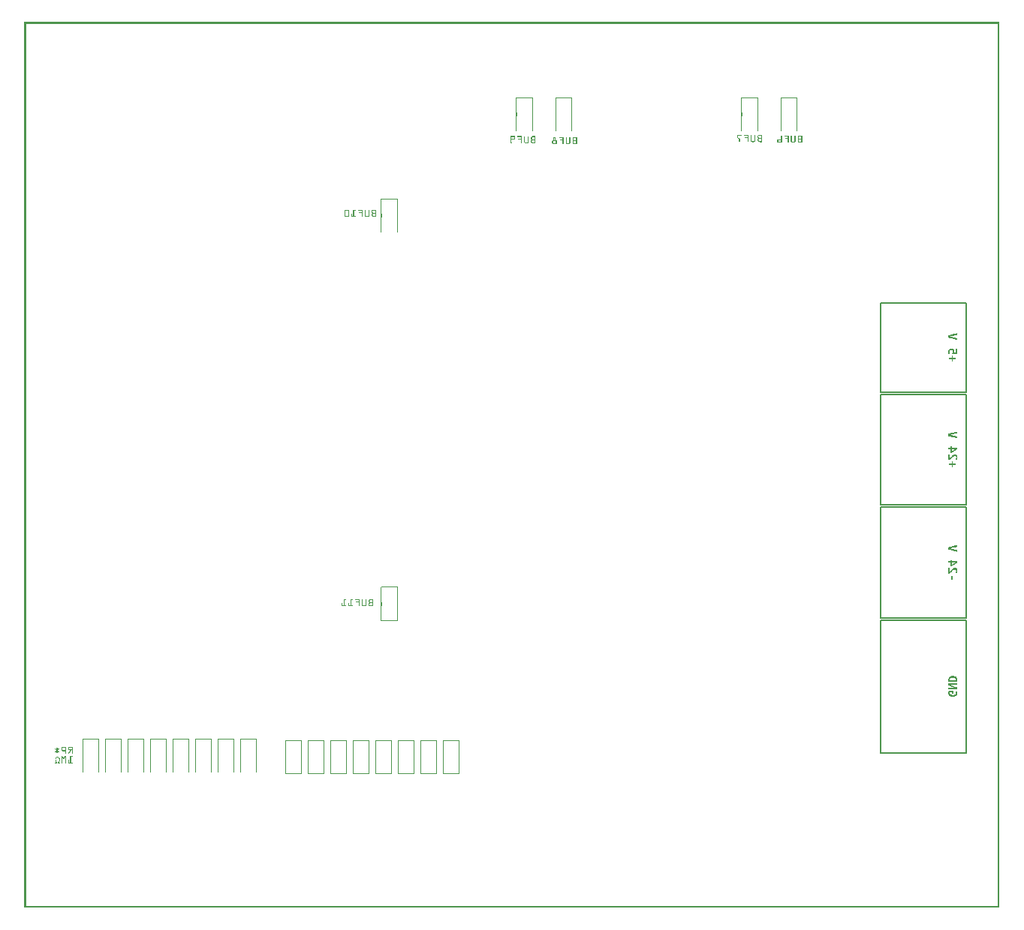
<source format=gbo>
G04 MADE WITH FRITZING*
G04 WWW.FRITZING.ORG*
G04 DOUBLE SIDED*
G04 HOLES PLATED*
G04 CONTOUR ON CENTER OF CONTOUR VECTOR*
%ASAXBY*%
%FSLAX23Y23*%
%MOIN*%
%OFA0B0*%
%SFA1.0B1.0*%
%ADD10R,0.386157X0.399966X0.375089X0.388898*%
%ADD11C,0.005534*%
%ADD12R,0.386157X0.495826X0.375089X0.484758*%
%ADD13R,0.386157X0.596250X0.375089X0.585182*%
%ADD14R,0.001000X0.001000*%
%LNSILK0*%
G90*
G70*
G54D11*
X3800Y2688D02*
X4181Y2688D01*
X4181Y2293D01*
X3800Y2293D01*
X3800Y2688D01*
D02*
X3800Y2282D02*
X4181Y2282D01*
X4181Y1792D01*
X3800Y1792D01*
X3800Y2282D01*
D02*
X3800Y1781D02*
X4181Y1781D01*
X4181Y1290D01*
X3800Y1290D01*
X3800Y1781D01*
D02*
X3800Y1279D02*
X4181Y1279D01*
X4181Y689D01*
X3800Y689D01*
X3800Y1279D01*
D02*
G54D14*
X0Y3937D02*
X4329Y3937D01*
X0Y3936D02*
X4329Y3936D01*
X0Y3935D02*
X4329Y3935D01*
X0Y3934D02*
X4329Y3934D01*
X0Y3933D02*
X4329Y3933D01*
X0Y3932D02*
X4329Y3932D01*
X0Y3931D02*
X4329Y3931D01*
X0Y3930D02*
X4329Y3930D01*
X0Y3929D02*
X7Y3929D01*
X4322Y3929D02*
X4329Y3929D01*
X0Y3928D02*
X7Y3928D01*
X4322Y3928D02*
X4329Y3928D01*
X0Y3927D02*
X7Y3927D01*
X4322Y3927D02*
X4329Y3927D01*
X0Y3926D02*
X7Y3926D01*
X4322Y3926D02*
X4329Y3926D01*
X0Y3925D02*
X7Y3925D01*
X4322Y3925D02*
X4329Y3925D01*
X0Y3924D02*
X7Y3924D01*
X4322Y3924D02*
X4329Y3924D01*
X0Y3923D02*
X7Y3923D01*
X4322Y3923D02*
X4329Y3923D01*
X0Y3922D02*
X7Y3922D01*
X4322Y3922D02*
X4329Y3922D01*
X0Y3921D02*
X7Y3921D01*
X4322Y3921D02*
X4329Y3921D01*
X0Y3920D02*
X7Y3920D01*
X4322Y3920D02*
X4329Y3920D01*
X0Y3919D02*
X7Y3919D01*
X4322Y3919D02*
X4329Y3919D01*
X0Y3918D02*
X7Y3918D01*
X4322Y3918D02*
X4329Y3918D01*
X0Y3917D02*
X7Y3917D01*
X4322Y3917D02*
X4329Y3917D01*
X0Y3916D02*
X7Y3916D01*
X4322Y3916D02*
X4329Y3916D01*
X0Y3915D02*
X7Y3915D01*
X4322Y3915D02*
X4329Y3915D01*
X0Y3914D02*
X7Y3914D01*
X4322Y3914D02*
X4329Y3914D01*
X0Y3913D02*
X7Y3913D01*
X4322Y3913D02*
X4329Y3913D01*
X0Y3912D02*
X7Y3912D01*
X4322Y3912D02*
X4329Y3912D01*
X0Y3911D02*
X7Y3911D01*
X4322Y3911D02*
X4329Y3911D01*
X0Y3910D02*
X7Y3910D01*
X4322Y3910D02*
X4329Y3910D01*
X0Y3909D02*
X7Y3909D01*
X4322Y3909D02*
X4329Y3909D01*
X0Y3908D02*
X7Y3908D01*
X4322Y3908D02*
X4329Y3908D01*
X0Y3907D02*
X7Y3907D01*
X4322Y3907D02*
X4329Y3907D01*
X0Y3906D02*
X7Y3906D01*
X4322Y3906D02*
X4329Y3906D01*
X0Y3905D02*
X7Y3905D01*
X4322Y3905D02*
X4329Y3905D01*
X0Y3904D02*
X7Y3904D01*
X4322Y3904D02*
X4329Y3904D01*
X0Y3903D02*
X7Y3903D01*
X4322Y3903D02*
X4329Y3903D01*
X0Y3902D02*
X7Y3902D01*
X4322Y3902D02*
X4329Y3902D01*
X0Y3901D02*
X7Y3901D01*
X4322Y3901D02*
X4329Y3901D01*
X0Y3900D02*
X7Y3900D01*
X4322Y3900D02*
X4329Y3900D01*
X0Y3899D02*
X7Y3899D01*
X4322Y3899D02*
X4329Y3899D01*
X0Y3898D02*
X7Y3898D01*
X4322Y3898D02*
X4329Y3898D01*
X0Y3897D02*
X7Y3897D01*
X4322Y3897D02*
X4329Y3897D01*
X0Y3896D02*
X7Y3896D01*
X4322Y3896D02*
X4329Y3896D01*
X0Y3895D02*
X7Y3895D01*
X4322Y3895D02*
X4329Y3895D01*
X0Y3894D02*
X7Y3894D01*
X4322Y3894D02*
X4329Y3894D01*
X0Y3893D02*
X7Y3893D01*
X4322Y3893D02*
X4329Y3893D01*
X0Y3892D02*
X7Y3892D01*
X4322Y3892D02*
X4329Y3892D01*
X0Y3891D02*
X7Y3891D01*
X4322Y3891D02*
X4329Y3891D01*
X0Y3890D02*
X7Y3890D01*
X4322Y3890D02*
X4329Y3890D01*
X0Y3889D02*
X7Y3889D01*
X4322Y3889D02*
X4329Y3889D01*
X0Y3888D02*
X7Y3888D01*
X4322Y3888D02*
X4329Y3888D01*
X0Y3887D02*
X7Y3887D01*
X4322Y3887D02*
X4329Y3887D01*
X0Y3886D02*
X7Y3886D01*
X4322Y3886D02*
X4329Y3886D01*
X0Y3885D02*
X7Y3885D01*
X4322Y3885D02*
X4329Y3885D01*
X0Y3884D02*
X7Y3884D01*
X4322Y3884D02*
X4329Y3884D01*
X0Y3883D02*
X7Y3883D01*
X4322Y3883D02*
X4329Y3883D01*
X0Y3882D02*
X7Y3882D01*
X4322Y3882D02*
X4329Y3882D01*
X0Y3881D02*
X7Y3881D01*
X4322Y3881D02*
X4329Y3881D01*
X0Y3880D02*
X7Y3880D01*
X4322Y3880D02*
X4329Y3880D01*
X0Y3879D02*
X7Y3879D01*
X4322Y3879D02*
X4329Y3879D01*
X0Y3878D02*
X7Y3878D01*
X4322Y3878D02*
X4329Y3878D01*
X0Y3877D02*
X7Y3877D01*
X4322Y3877D02*
X4329Y3877D01*
X0Y3876D02*
X7Y3876D01*
X4322Y3876D02*
X4329Y3876D01*
X0Y3875D02*
X7Y3875D01*
X4322Y3875D02*
X4329Y3875D01*
X0Y3874D02*
X7Y3874D01*
X4322Y3874D02*
X4329Y3874D01*
X0Y3873D02*
X7Y3873D01*
X4322Y3873D02*
X4329Y3873D01*
X0Y3872D02*
X7Y3872D01*
X4322Y3872D02*
X4329Y3872D01*
X0Y3871D02*
X7Y3871D01*
X4322Y3871D02*
X4329Y3871D01*
X0Y3870D02*
X7Y3870D01*
X4322Y3870D02*
X4329Y3870D01*
X0Y3869D02*
X7Y3869D01*
X4322Y3869D02*
X4329Y3869D01*
X0Y3868D02*
X7Y3868D01*
X4322Y3868D02*
X4329Y3868D01*
X0Y3867D02*
X7Y3867D01*
X4322Y3867D02*
X4329Y3867D01*
X0Y3866D02*
X7Y3866D01*
X4322Y3866D02*
X4329Y3866D01*
X0Y3865D02*
X7Y3865D01*
X4322Y3865D02*
X4329Y3865D01*
X0Y3864D02*
X7Y3864D01*
X4322Y3864D02*
X4329Y3864D01*
X0Y3863D02*
X7Y3863D01*
X4322Y3863D02*
X4329Y3863D01*
X0Y3862D02*
X7Y3862D01*
X4322Y3862D02*
X4329Y3862D01*
X0Y3861D02*
X7Y3861D01*
X4322Y3861D02*
X4329Y3861D01*
X0Y3860D02*
X7Y3860D01*
X4322Y3860D02*
X4329Y3860D01*
X0Y3859D02*
X7Y3859D01*
X4322Y3859D02*
X4329Y3859D01*
X0Y3858D02*
X7Y3858D01*
X4322Y3858D02*
X4329Y3858D01*
X0Y3857D02*
X7Y3857D01*
X4322Y3857D02*
X4329Y3857D01*
X0Y3856D02*
X7Y3856D01*
X4322Y3856D02*
X4329Y3856D01*
X0Y3855D02*
X7Y3855D01*
X4322Y3855D02*
X4329Y3855D01*
X0Y3854D02*
X7Y3854D01*
X4322Y3854D02*
X4329Y3854D01*
X0Y3853D02*
X7Y3853D01*
X4322Y3853D02*
X4329Y3853D01*
X0Y3852D02*
X7Y3852D01*
X4322Y3852D02*
X4329Y3852D01*
X0Y3851D02*
X7Y3851D01*
X4322Y3851D02*
X4329Y3851D01*
X0Y3850D02*
X7Y3850D01*
X4322Y3850D02*
X4329Y3850D01*
X0Y3849D02*
X7Y3849D01*
X4322Y3849D02*
X4329Y3849D01*
X0Y3848D02*
X7Y3848D01*
X4322Y3848D02*
X4329Y3848D01*
X0Y3847D02*
X7Y3847D01*
X4322Y3847D02*
X4329Y3847D01*
X0Y3846D02*
X7Y3846D01*
X4322Y3846D02*
X4329Y3846D01*
X0Y3845D02*
X7Y3845D01*
X4322Y3845D02*
X4329Y3845D01*
X0Y3844D02*
X7Y3844D01*
X4322Y3844D02*
X4329Y3844D01*
X0Y3843D02*
X7Y3843D01*
X4322Y3843D02*
X4329Y3843D01*
X0Y3842D02*
X7Y3842D01*
X4322Y3842D02*
X4329Y3842D01*
X0Y3841D02*
X7Y3841D01*
X4322Y3841D02*
X4329Y3841D01*
X0Y3840D02*
X7Y3840D01*
X4322Y3840D02*
X4329Y3840D01*
X0Y3839D02*
X7Y3839D01*
X4322Y3839D02*
X4329Y3839D01*
X0Y3838D02*
X7Y3838D01*
X4322Y3838D02*
X4329Y3838D01*
X0Y3837D02*
X7Y3837D01*
X4322Y3837D02*
X4329Y3837D01*
X0Y3836D02*
X7Y3836D01*
X4322Y3836D02*
X4329Y3836D01*
X0Y3835D02*
X7Y3835D01*
X4322Y3835D02*
X4329Y3835D01*
X0Y3834D02*
X7Y3834D01*
X4322Y3834D02*
X4329Y3834D01*
X0Y3833D02*
X7Y3833D01*
X4322Y3833D02*
X4329Y3833D01*
X0Y3832D02*
X7Y3832D01*
X4322Y3832D02*
X4329Y3832D01*
X0Y3831D02*
X7Y3831D01*
X4322Y3831D02*
X4329Y3831D01*
X0Y3830D02*
X7Y3830D01*
X4322Y3830D02*
X4329Y3830D01*
X0Y3829D02*
X7Y3829D01*
X4322Y3829D02*
X4329Y3829D01*
X0Y3828D02*
X7Y3828D01*
X4322Y3828D02*
X4329Y3828D01*
X0Y3827D02*
X7Y3827D01*
X4322Y3827D02*
X4329Y3827D01*
X0Y3826D02*
X7Y3826D01*
X4322Y3826D02*
X4329Y3826D01*
X0Y3825D02*
X7Y3825D01*
X4322Y3825D02*
X4329Y3825D01*
X0Y3824D02*
X7Y3824D01*
X4322Y3824D02*
X4329Y3824D01*
X0Y3823D02*
X7Y3823D01*
X4322Y3823D02*
X4329Y3823D01*
X0Y3822D02*
X7Y3822D01*
X4322Y3822D02*
X4329Y3822D01*
X0Y3821D02*
X7Y3821D01*
X4322Y3821D02*
X4329Y3821D01*
X0Y3820D02*
X7Y3820D01*
X4322Y3820D02*
X4329Y3820D01*
X0Y3819D02*
X7Y3819D01*
X4322Y3819D02*
X4329Y3819D01*
X0Y3818D02*
X7Y3818D01*
X4322Y3818D02*
X4329Y3818D01*
X0Y3817D02*
X7Y3817D01*
X4322Y3817D02*
X4329Y3817D01*
X0Y3816D02*
X7Y3816D01*
X4322Y3816D02*
X4329Y3816D01*
X0Y3815D02*
X7Y3815D01*
X4322Y3815D02*
X4329Y3815D01*
X0Y3814D02*
X7Y3814D01*
X4322Y3814D02*
X4329Y3814D01*
X0Y3813D02*
X7Y3813D01*
X4322Y3813D02*
X4329Y3813D01*
X0Y3812D02*
X7Y3812D01*
X4322Y3812D02*
X4329Y3812D01*
X0Y3811D02*
X7Y3811D01*
X4322Y3811D02*
X4329Y3811D01*
X0Y3810D02*
X7Y3810D01*
X4322Y3810D02*
X4329Y3810D01*
X0Y3809D02*
X7Y3809D01*
X4322Y3809D02*
X4329Y3809D01*
X0Y3808D02*
X7Y3808D01*
X4322Y3808D02*
X4329Y3808D01*
X0Y3807D02*
X7Y3807D01*
X4322Y3807D02*
X4329Y3807D01*
X0Y3806D02*
X7Y3806D01*
X4322Y3806D02*
X4329Y3806D01*
X0Y3805D02*
X7Y3805D01*
X4322Y3805D02*
X4329Y3805D01*
X0Y3804D02*
X7Y3804D01*
X4322Y3804D02*
X4329Y3804D01*
X0Y3803D02*
X7Y3803D01*
X4322Y3803D02*
X4329Y3803D01*
X0Y3802D02*
X7Y3802D01*
X4322Y3802D02*
X4329Y3802D01*
X0Y3801D02*
X7Y3801D01*
X4322Y3801D02*
X4329Y3801D01*
X0Y3800D02*
X7Y3800D01*
X4322Y3800D02*
X4329Y3800D01*
X0Y3799D02*
X7Y3799D01*
X4322Y3799D02*
X4329Y3799D01*
X0Y3798D02*
X7Y3798D01*
X4322Y3798D02*
X4329Y3798D01*
X0Y3797D02*
X7Y3797D01*
X4322Y3797D02*
X4329Y3797D01*
X0Y3796D02*
X7Y3796D01*
X4322Y3796D02*
X4329Y3796D01*
X0Y3795D02*
X7Y3795D01*
X4322Y3795D02*
X4329Y3795D01*
X0Y3794D02*
X7Y3794D01*
X4322Y3794D02*
X4329Y3794D01*
X0Y3793D02*
X7Y3793D01*
X4322Y3793D02*
X4329Y3793D01*
X0Y3792D02*
X7Y3792D01*
X4322Y3792D02*
X4329Y3792D01*
X0Y3791D02*
X7Y3791D01*
X4322Y3791D02*
X4329Y3791D01*
X0Y3790D02*
X7Y3790D01*
X4322Y3790D02*
X4329Y3790D01*
X0Y3789D02*
X7Y3789D01*
X4322Y3789D02*
X4329Y3789D01*
X0Y3788D02*
X7Y3788D01*
X4322Y3788D02*
X4329Y3788D01*
X0Y3787D02*
X7Y3787D01*
X4322Y3787D02*
X4329Y3787D01*
X0Y3786D02*
X7Y3786D01*
X4322Y3786D02*
X4329Y3786D01*
X0Y3785D02*
X7Y3785D01*
X4322Y3785D02*
X4329Y3785D01*
X0Y3784D02*
X7Y3784D01*
X4322Y3784D02*
X4329Y3784D01*
X0Y3783D02*
X7Y3783D01*
X4322Y3783D02*
X4329Y3783D01*
X0Y3782D02*
X7Y3782D01*
X4322Y3782D02*
X4329Y3782D01*
X0Y3781D02*
X7Y3781D01*
X4322Y3781D02*
X4329Y3781D01*
X0Y3780D02*
X7Y3780D01*
X4322Y3780D02*
X4329Y3780D01*
X0Y3779D02*
X7Y3779D01*
X4322Y3779D02*
X4329Y3779D01*
X0Y3778D02*
X7Y3778D01*
X4322Y3778D02*
X4329Y3778D01*
X0Y3777D02*
X7Y3777D01*
X4322Y3777D02*
X4329Y3777D01*
X0Y3776D02*
X7Y3776D01*
X4322Y3776D02*
X4329Y3776D01*
X0Y3775D02*
X7Y3775D01*
X4322Y3775D02*
X4329Y3775D01*
X0Y3774D02*
X7Y3774D01*
X4322Y3774D02*
X4329Y3774D01*
X0Y3773D02*
X7Y3773D01*
X4322Y3773D02*
X4329Y3773D01*
X0Y3772D02*
X7Y3772D01*
X4322Y3772D02*
X4329Y3772D01*
X0Y3771D02*
X7Y3771D01*
X4322Y3771D02*
X4329Y3771D01*
X0Y3770D02*
X7Y3770D01*
X4322Y3770D02*
X4329Y3770D01*
X0Y3769D02*
X7Y3769D01*
X4322Y3769D02*
X4329Y3769D01*
X0Y3768D02*
X7Y3768D01*
X4322Y3768D02*
X4329Y3768D01*
X0Y3767D02*
X7Y3767D01*
X4322Y3767D02*
X4329Y3767D01*
X0Y3766D02*
X7Y3766D01*
X4322Y3766D02*
X4329Y3766D01*
X0Y3765D02*
X7Y3765D01*
X4322Y3765D02*
X4329Y3765D01*
X0Y3764D02*
X7Y3764D01*
X4322Y3764D02*
X4329Y3764D01*
X0Y3763D02*
X7Y3763D01*
X4322Y3763D02*
X4329Y3763D01*
X0Y3762D02*
X7Y3762D01*
X4322Y3762D02*
X4329Y3762D01*
X0Y3761D02*
X7Y3761D01*
X4322Y3761D02*
X4329Y3761D01*
X0Y3760D02*
X7Y3760D01*
X4322Y3760D02*
X4329Y3760D01*
X0Y3759D02*
X7Y3759D01*
X4322Y3759D02*
X4329Y3759D01*
X0Y3758D02*
X7Y3758D01*
X4322Y3758D02*
X4329Y3758D01*
X0Y3757D02*
X7Y3757D01*
X4322Y3757D02*
X4329Y3757D01*
X0Y3756D02*
X7Y3756D01*
X4322Y3756D02*
X4329Y3756D01*
X0Y3755D02*
X7Y3755D01*
X4322Y3755D02*
X4329Y3755D01*
X0Y3754D02*
X7Y3754D01*
X4322Y3754D02*
X4329Y3754D01*
X0Y3753D02*
X7Y3753D01*
X4322Y3753D02*
X4329Y3753D01*
X0Y3752D02*
X7Y3752D01*
X4322Y3752D02*
X4329Y3752D01*
X0Y3751D02*
X7Y3751D01*
X4322Y3751D02*
X4329Y3751D01*
X0Y3750D02*
X7Y3750D01*
X4322Y3750D02*
X4329Y3750D01*
X0Y3749D02*
X7Y3749D01*
X4322Y3749D02*
X4329Y3749D01*
X0Y3748D02*
X7Y3748D01*
X4322Y3748D02*
X4329Y3748D01*
X0Y3747D02*
X7Y3747D01*
X4322Y3747D02*
X4329Y3747D01*
X0Y3746D02*
X7Y3746D01*
X4322Y3746D02*
X4329Y3746D01*
X0Y3745D02*
X7Y3745D01*
X4322Y3745D02*
X4329Y3745D01*
X0Y3744D02*
X7Y3744D01*
X4322Y3744D02*
X4329Y3744D01*
X0Y3743D02*
X7Y3743D01*
X4322Y3743D02*
X4329Y3743D01*
X0Y3742D02*
X7Y3742D01*
X4322Y3742D02*
X4329Y3742D01*
X0Y3741D02*
X7Y3741D01*
X4322Y3741D02*
X4329Y3741D01*
X0Y3740D02*
X7Y3740D01*
X4322Y3740D02*
X4329Y3740D01*
X0Y3739D02*
X7Y3739D01*
X4322Y3739D02*
X4329Y3739D01*
X0Y3738D02*
X7Y3738D01*
X4322Y3738D02*
X4329Y3738D01*
X0Y3737D02*
X7Y3737D01*
X4322Y3737D02*
X4329Y3737D01*
X0Y3736D02*
X7Y3736D01*
X4322Y3736D02*
X4329Y3736D01*
X0Y3735D02*
X7Y3735D01*
X4322Y3735D02*
X4329Y3735D01*
X0Y3734D02*
X7Y3734D01*
X4322Y3734D02*
X4329Y3734D01*
X0Y3733D02*
X7Y3733D01*
X4322Y3733D02*
X4329Y3733D01*
X0Y3732D02*
X7Y3732D01*
X4322Y3732D02*
X4329Y3732D01*
X0Y3731D02*
X7Y3731D01*
X4322Y3731D02*
X4329Y3731D01*
X0Y3730D02*
X7Y3730D01*
X4322Y3730D02*
X4329Y3730D01*
X0Y3729D02*
X7Y3729D01*
X4322Y3729D02*
X4329Y3729D01*
X0Y3728D02*
X7Y3728D01*
X4322Y3728D02*
X4329Y3728D01*
X0Y3727D02*
X7Y3727D01*
X4322Y3727D02*
X4329Y3727D01*
X0Y3726D02*
X7Y3726D01*
X4322Y3726D02*
X4329Y3726D01*
X0Y3725D02*
X7Y3725D01*
X4322Y3725D02*
X4329Y3725D01*
X0Y3724D02*
X7Y3724D01*
X4322Y3724D02*
X4329Y3724D01*
X0Y3723D02*
X7Y3723D01*
X4322Y3723D02*
X4329Y3723D01*
X0Y3722D02*
X7Y3722D01*
X4322Y3722D02*
X4329Y3722D01*
X0Y3721D02*
X7Y3721D01*
X4322Y3721D02*
X4329Y3721D01*
X0Y3720D02*
X7Y3720D01*
X4322Y3720D02*
X4329Y3720D01*
X0Y3719D02*
X7Y3719D01*
X4322Y3719D02*
X4329Y3719D01*
X0Y3718D02*
X7Y3718D01*
X4322Y3718D02*
X4329Y3718D01*
X0Y3717D02*
X7Y3717D01*
X4322Y3717D02*
X4329Y3717D01*
X0Y3716D02*
X7Y3716D01*
X4322Y3716D02*
X4329Y3716D01*
X0Y3715D02*
X7Y3715D01*
X4322Y3715D02*
X4329Y3715D01*
X0Y3714D02*
X7Y3714D01*
X4322Y3714D02*
X4329Y3714D01*
X0Y3713D02*
X7Y3713D01*
X4322Y3713D02*
X4329Y3713D01*
X0Y3712D02*
X7Y3712D01*
X4322Y3712D02*
X4329Y3712D01*
X0Y3711D02*
X7Y3711D01*
X4322Y3711D02*
X4329Y3711D01*
X0Y3710D02*
X7Y3710D01*
X4322Y3710D02*
X4329Y3710D01*
X0Y3709D02*
X7Y3709D01*
X4322Y3709D02*
X4329Y3709D01*
X0Y3708D02*
X7Y3708D01*
X4322Y3708D02*
X4329Y3708D01*
X0Y3707D02*
X7Y3707D01*
X4322Y3707D02*
X4329Y3707D01*
X0Y3706D02*
X7Y3706D01*
X4322Y3706D02*
X4329Y3706D01*
X0Y3705D02*
X7Y3705D01*
X4322Y3705D02*
X4329Y3705D01*
X0Y3704D02*
X7Y3704D01*
X4322Y3704D02*
X4329Y3704D01*
X0Y3703D02*
X7Y3703D01*
X4322Y3703D02*
X4329Y3703D01*
X0Y3702D02*
X7Y3702D01*
X4322Y3702D02*
X4329Y3702D01*
X0Y3701D02*
X7Y3701D01*
X4322Y3701D02*
X4329Y3701D01*
X0Y3700D02*
X7Y3700D01*
X4322Y3700D02*
X4329Y3700D01*
X0Y3699D02*
X7Y3699D01*
X4322Y3699D02*
X4329Y3699D01*
X0Y3698D02*
X7Y3698D01*
X4322Y3698D02*
X4329Y3698D01*
X0Y3697D02*
X7Y3697D01*
X4322Y3697D02*
X4329Y3697D01*
X0Y3696D02*
X7Y3696D01*
X4322Y3696D02*
X4329Y3696D01*
X0Y3695D02*
X7Y3695D01*
X4322Y3695D02*
X4329Y3695D01*
X0Y3694D02*
X7Y3694D01*
X4322Y3694D02*
X4329Y3694D01*
X0Y3693D02*
X7Y3693D01*
X4322Y3693D02*
X4329Y3693D01*
X0Y3692D02*
X7Y3692D01*
X4322Y3692D02*
X4329Y3692D01*
X0Y3691D02*
X7Y3691D01*
X4322Y3691D02*
X4329Y3691D01*
X0Y3690D02*
X7Y3690D01*
X4322Y3690D02*
X4329Y3690D01*
X0Y3689D02*
X7Y3689D01*
X4322Y3689D02*
X4329Y3689D01*
X0Y3688D02*
X7Y3688D01*
X4322Y3688D02*
X4329Y3688D01*
X0Y3687D02*
X7Y3687D01*
X4322Y3687D02*
X4329Y3687D01*
X0Y3686D02*
X7Y3686D01*
X4322Y3686D02*
X4329Y3686D01*
X0Y3685D02*
X7Y3685D01*
X4322Y3685D02*
X4329Y3685D01*
X0Y3684D02*
X7Y3684D01*
X4322Y3684D02*
X4329Y3684D01*
X0Y3683D02*
X7Y3683D01*
X4322Y3683D02*
X4329Y3683D01*
X0Y3682D02*
X7Y3682D01*
X4322Y3682D02*
X4329Y3682D01*
X0Y3681D02*
X7Y3681D01*
X4322Y3681D02*
X4329Y3681D01*
X0Y3680D02*
X7Y3680D01*
X4322Y3680D02*
X4329Y3680D01*
X0Y3679D02*
X7Y3679D01*
X4322Y3679D02*
X4329Y3679D01*
X0Y3678D02*
X7Y3678D01*
X4322Y3678D02*
X4329Y3678D01*
X0Y3677D02*
X7Y3677D01*
X4322Y3677D02*
X4329Y3677D01*
X0Y3676D02*
X7Y3676D01*
X4322Y3676D02*
X4329Y3676D01*
X0Y3675D02*
X7Y3675D01*
X4322Y3675D02*
X4329Y3675D01*
X0Y3674D02*
X7Y3674D01*
X4322Y3674D02*
X4329Y3674D01*
X0Y3673D02*
X7Y3673D01*
X4322Y3673D02*
X4329Y3673D01*
X0Y3672D02*
X7Y3672D01*
X4322Y3672D02*
X4329Y3672D01*
X0Y3671D02*
X7Y3671D01*
X4322Y3671D02*
X4329Y3671D01*
X0Y3670D02*
X7Y3670D01*
X4322Y3670D02*
X4329Y3670D01*
X0Y3669D02*
X7Y3669D01*
X4322Y3669D02*
X4329Y3669D01*
X0Y3668D02*
X7Y3668D01*
X4322Y3668D02*
X4329Y3668D01*
X0Y3667D02*
X7Y3667D01*
X4322Y3667D02*
X4329Y3667D01*
X0Y3666D02*
X7Y3666D01*
X4322Y3666D02*
X4329Y3666D01*
X0Y3665D02*
X7Y3665D01*
X4322Y3665D02*
X4329Y3665D01*
X0Y3664D02*
X7Y3664D01*
X4322Y3664D02*
X4329Y3664D01*
X0Y3663D02*
X7Y3663D01*
X4322Y3663D02*
X4329Y3663D01*
X0Y3662D02*
X7Y3662D01*
X4322Y3662D02*
X4329Y3662D01*
X0Y3661D02*
X7Y3661D01*
X4322Y3661D02*
X4329Y3661D01*
X0Y3660D02*
X7Y3660D01*
X4322Y3660D02*
X4329Y3660D01*
X0Y3659D02*
X7Y3659D01*
X4322Y3659D02*
X4329Y3659D01*
X0Y3658D02*
X7Y3658D01*
X4322Y3658D02*
X4329Y3658D01*
X0Y3657D02*
X7Y3657D01*
X4322Y3657D02*
X4329Y3657D01*
X0Y3656D02*
X7Y3656D01*
X4322Y3656D02*
X4329Y3656D01*
X0Y3655D02*
X7Y3655D01*
X4322Y3655D02*
X4329Y3655D01*
X0Y3654D02*
X7Y3654D01*
X4322Y3654D02*
X4329Y3654D01*
X0Y3653D02*
X7Y3653D01*
X4322Y3653D02*
X4329Y3653D01*
X0Y3652D02*
X7Y3652D01*
X4322Y3652D02*
X4329Y3652D01*
X0Y3651D02*
X7Y3651D01*
X4322Y3651D02*
X4329Y3651D01*
X0Y3650D02*
X7Y3650D01*
X4322Y3650D02*
X4329Y3650D01*
X0Y3649D02*
X7Y3649D01*
X4322Y3649D02*
X4329Y3649D01*
X0Y3648D02*
X7Y3648D01*
X4322Y3648D02*
X4329Y3648D01*
X0Y3647D02*
X7Y3647D01*
X4322Y3647D02*
X4329Y3647D01*
X0Y3646D02*
X7Y3646D01*
X4322Y3646D02*
X4329Y3646D01*
X0Y3645D02*
X7Y3645D01*
X4322Y3645D02*
X4329Y3645D01*
X0Y3644D02*
X7Y3644D01*
X4322Y3644D02*
X4329Y3644D01*
X0Y3643D02*
X7Y3643D01*
X4322Y3643D02*
X4329Y3643D01*
X0Y3642D02*
X7Y3642D01*
X4322Y3642D02*
X4329Y3642D01*
X0Y3641D02*
X7Y3641D01*
X4322Y3641D02*
X4329Y3641D01*
X0Y3640D02*
X7Y3640D01*
X4322Y3640D02*
X4329Y3640D01*
X0Y3639D02*
X7Y3639D01*
X4322Y3639D02*
X4329Y3639D01*
X0Y3638D02*
X7Y3638D01*
X4322Y3638D02*
X4329Y3638D01*
X0Y3637D02*
X7Y3637D01*
X4322Y3637D02*
X4329Y3637D01*
X0Y3636D02*
X7Y3636D01*
X4322Y3636D02*
X4329Y3636D01*
X0Y3635D02*
X7Y3635D01*
X4322Y3635D02*
X4329Y3635D01*
X0Y3634D02*
X7Y3634D01*
X4322Y3634D02*
X4329Y3634D01*
X0Y3633D02*
X7Y3633D01*
X4322Y3633D02*
X4329Y3633D01*
X0Y3632D02*
X7Y3632D01*
X4322Y3632D02*
X4329Y3632D01*
X0Y3631D02*
X7Y3631D01*
X4322Y3631D02*
X4329Y3631D01*
X0Y3630D02*
X7Y3630D01*
X4322Y3630D02*
X4329Y3630D01*
X0Y3629D02*
X7Y3629D01*
X4322Y3629D02*
X4329Y3629D01*
X0Y3628D02*
X7Y3628D01*
X4322Y3628D02*
X4329Y3628D01*
X0Y3627D02*
X7Y3627D01*
X4322Y3627D02*
X4329Y3627D01*
X0Y3626D02*
X7Y3626D01*
X4322Y3626D02*
X4329Y3626D01*
X0Y3625D02*
X7Y3625D01*
X4322Y3625D02*
X4329Y3625D01*
X0Y3624D02*
X7Y3624D01*
X4322Y3624D02*
X4329Y3624D01*
X0Y3623D02*
X7Y3623D01*
X4322Y3623D02*
X4329Y3623D01*
X0Y3622D02*
X7Y3622D01*
X4322Y3622D02*
X4329Y3622D01*
X0Y3621D02*
X7Y3621D01*
X4322Y3621D02*
X4329Y3621D01*
X0Y3620D02*
X7Y3620D01*
X4322Y3620D02*
X4329Y3620D01*
X0Y3619D02*
X7Y3619D01*
X4322Y3619D02*
X4329Y3619D01*
X0Y3618D02*
X7Y3618D01*
X4322Y3618D02*
X4329Y3618D01*
X0Y3617D02*
X7Y3617D01*
X4322Y3617D02*
X4329Y3617D01*
X0Y3616D02*
X7Y3616D01*
X4322Y3616D02*
X4329Y3616D01*
X0Y3615D02*
X7Y3615D01*
X4322Y3615D02*
X4329Y3615D01*
X0Y3614D02*
X7Y3614D01*
X4322Y3614D02*
X4329Y3614D01*
X0Y3613D02*
X7Y3613D01*
X4322Y3613D02*
X4329Y3613D01*
X0Y3612D02*
X7Y3612D01*
X4322Y3612D02*
X4329Y3612D01*
X0Y3611D02*
X7Y3611D01*
X4322Y3611D02*
X4329Y3611D01*
X0Y3610D02*
X7Y3610D01*
X4322Y3610D02*
X4329Y3610D01*
X0Y3609D02*
X7Y3609D01*
X4322Y3609D02*
X4329Y3609D01*
X0Y3608D02*
X7Y3608D01*
X4322Y3608D02*
X4329Y3608D01*
X0Y3607D02*
X7Y3607D01*
X4322Y3607D02*
X4329Y3607D01*
X0Y3606D02*
X7Y3606D01*
X4322Y3606D02*
X4329Y3606D01*
X0Y3605D02*
X7Y3605D01*
X4322Y3605D02*
X4329Y3605D01*
X0Y3604D02*
X7Y3604D01*
X4322Y3604D02*
X4329Y3604D01*
X0Y3603D02*
X7Y3603D01*
X4322Y3603D02*
X4329Y3603D01*
X0Y3602D02*
X7Y3602D01*
X2183Y3602D02*
X2256Y3602D01*
X2358Y3602D02*
X2431Y3602D01*
X3183Y3602D02*
X3256Y3602D01*
X3358Y3602D02*
X3431Y3602D01*
X4322Y3602D02*
X4329Y3602D01*
X0Y3601D02*
X7Y3601D01*
X2183Y3601D02*
X2257Y3601D01*
X2358Y3601D02*
X2432Y3601D01*
X3183Y3601D02*
X3257Y3601D01*
X3358Y3601D02*
X3432Y3601D01*
X4322Y3601D02*
X4329Y3601D01*
X0Y3600D02*
X7Y3600D01*
X2183Y3600D02*
X2257Y3600D01*
X2358Y3600D02*
X2432Y3600D01*
X3183Y3600D02*
X3257Y3600D01*
X3358Y3600D02*
X3432Y3600D01*
X4322Y3600D02*
X4329Y3600D01*
X0Y3599D02*
X7Y3599D01*
X2183Y3599D02*
X2185Y3599D01*
X2255Y3599D02*
X2257Y3599D01*
X2358Y3599D02*
X2360Y3599D01*
X2430Y3599D02*
X2432Y3599D01*
X3183Y3599D02*
X3185Y3599D01*
X3255Y3599D02*
X3257Y3599D01*
X3358Y3599D02*
X3360Y3599D01*
X3430Y3599D02*
X3432Y3599D01*
X4322Y3599D02*
X4329Y3599D01*
X0Y3598D02*
X7Y3598D01*
X2183Y3598D02*
X2185Y3598D01*
X2255Y3598D02*
X2257Y3598D01*
X2358Y3598D02*
X2360Y3598D01*
X2430Y3598D02*
X2432Y3598D01*
X3183Y3598D02*
X3185Y3598D01*
X3255Y3598D02*
X3257Y3598D01*
X3358Y3598D02*
X3360Y3598D01*
X3430Y3598D02*
X3432Y3598D01*
X4322Y3598D02*
X4329Y3598D01*
X0Y3597D02*
X7Y3597D01*
X2183Y3597D02*
X2185Y3597D01*
X2255Y3597D02*
X2257Y3597D01*
X2358Y3597D02*
X2360Y3597D01*
X2430Y3597D02*
X2432Y3597D01*
X3183Y3597D02*
X3185Y3597D01*
X3255Y3597D02*
X3257Y3597D01*
X3358Y3597D02*
X3360Y3597D01*
X3430Y3597D02*
X3432Y3597D01*
X4322Y3597D02*
X4329Y3597D01*
X0Y3596D02*
X7Y3596D01*
X2183Y3596D02*
X2185Y3596D01*
X2255Y3596D02*
X2257Y3596D01*
X2358Y3596D02*
X2360Y3596D01*
X2430Y3596D02*
X2432Y3596D01*
X3183Y3596D02*
X3185Y3596D01*
X3255Y3596D02*
X3257Y3596D01*
X3358Y3596D02*
X3360Y3596D01*
X3430Y3596D02*
X3432Y3596D01*
X4322Y3596D02*
X4329Y3596D01*
X0Y3595D02*
X7Y3595D01*
X2183Y3595D02*
X2185Y3595D01*
X2255Y3595D02*
X2257Y3595D01*
X2358Y3595D02*
X2360Y3595D01*
X2430Y3595D02*
X2432Y3595D01*
X3183Y3595D02*
X3185Y3595D01*
X3255Y3595D02*
X3257Y3595D01*
X3358Y3595D02*
X3360Y3595D01*
X3430Y3595D02*
X3432Y3595D01*
X4322Y3595D02*
X4329Y3595D01*
X0Y3594D02*
X7Y3594D01*
X2183Y3594D02*
X2185Y3594D01*
X2255Y3594D02*
X2257Y3594D01*
X2358Y3594D02*
X2360Y3594D01*
X2430Y3594D02*
X2432Y3594D01*
X3183Y3594D02*
X3185Y3594D01*
X3255Y3594D02*
X3257Y3594D01*
X3358Y3594D02*
X3360Y3594D01*
X3430Y3594D02*
X3432Y3594D01*
X4322Y3594D02*
X4329Y3594D01*
X0Y3593D02*
X7Y3593D01*
X2183Y3593D02*
X2185Y3593D01*
X2255Y3593D02*
X2257Y3593D01*
X2358Y3593D02*
X2360Y3593D01*
X2430Y3593D02*
X2432Y3593D01*
X3183Y3593D02*
X3185Y3593D01*
X3255Y3593D02*
X3257Y3593D01*
X3358Y3593D02*
X3360Y3593D01*
X3430Y3593D02*
X3432Y3593D01*
X4322Y3593D02*
X4329Y3593D01*
X0Y3592D02*
X7Y3592D01*
X2183Y3592D02*
X2185Y3592D01*
X2255Y3592D02*
X2257Y3592D01*
X2358Y3592D02*
X2360Y3592D01*
X2430Y3592D02*
X2432Y3592D01*
X3183Y3592D02*
X3185Y3592D01*
X3255Y3592D02*
X3257Y3592D01*
X3358Y3592D02*
X3360Y3592D01*
X3430Y3592D02*
X3432Y3592D01*
X4322Y3592D02*
X4329Y3592D01*
X0Y3591D02*
X7Y3591D01*
X2183Y3591D02*
X2185Y3591D01*
X2255Y3591D02*
X2257Y3591D01*
X2358Y3591D02*
X2360Y3591D01*
X2430Y3591D02*
X2432Y3591D01*
X3183Y3591D02*
X3185Y3591D01*
X3255Y3591D02*
X3257Y3591D01*
X3358Y3591D02*
X3360Y3591D01*
X3430Y3591D02*
X3432Y3591D01*
X4322Y3591D02*
X4329Y3591D01*
X0Y3590D02*
X7Y3590D01*
X2183Y3590D02*
X2185Y3590D01*
X2255Y3590D02*
X2257Y3590D01*
X2358Y3590D02*
X2360Y3590D01*
X2430Y3590D02*
X2432Y3590D01*
X3183Y3590D02*
X3185Y3590D01*
X3255Y3590D02*
X3257Y3590D01*
X3358Y3590D02*
X3360Y3590D01*
X3430Y3590D02*
X3432Y3590D01*
X4322Y3590D02*
X4329Y3590D01*
X0Y3589D02*
X7Y3589D01*
X2183Y3589D02*
X2185Y3589D01*
X2255Y3589D02*
X2257Y3589D01*
X2358Y3589D02*
X2360Y3589D01*
X2430Y3589D02*
X2432Y3589D01*
X3183Y3589D02*
X3185Y3589D01*
X3255Y3589D02*
X3257Y3589D01*
X3358Y3589D02*
X3360Y3589D01*
X3430Y3589D02*
X3432Y3589D01*
X4322Y3589D02*
X4329Y3589D01*
X0Y3588D02*
X7Y3588D01*
X2183Y3588D02*
X2185Y3588D01*
X2255Y3588D02*
X2257Y3588D01*
X2358Y3588D02*
X2360Y3588D01*
X2430Y3588D02*
X2432Y3588D01*
X3183Y3588D02*
X3185Y3588D01*
X3255Y3588D02*
X3257Y3588D01*
X3358Y3588D02*
X3360Y3588D01*
X3430Y3588D02*
X3432Y3588D01*
X4322Y3588D02*
X4329Y3588D01*
X0Y3587D02*
X7Y3587D01*
X2183Y3587D02*
X2185Y3587D01*
X2255Y3587D02*
X2257Y3587D01*
X2358Y3587D02*
X2360Y3587D01*
X2430Y3587D02*
X2432Y3587D01*
X3183Y3587D02*
X3185Y3587D01*
X3255Y3587D02*
X3257Y3587D01*
X3358Y3587D02*
X3360Y3587D01*
X3430Y3587D02*
X3432Y3587D01*
X4322Y3587D02*
X4329Y3587D01*
X0Y3586D02*
X7Y3586D01*
X2183Y3586D02*
X2185Y3586D01*
X2255Y3586D02*
X2257Y3586D01*
X2358Y3586D02*
X2360Y3586D01*
X2430Y3586D02*
X2432Y3586D01*
X3183Y3586D02*
X3185Y3586D01*
X3255Y3586D02*
X3257Y3586D01*
X3358Y3586D02*
X3360Y3586D01*
X3430Y3586D02*
X3432Y3586D01*
X4322Y3586D02*
X4329Y3586D01*
X0Y3585D02*
X7Y3585D01*
X2183Y3585D02*
X2185Y3585D01*
X2255Y3585D02*
X2257Y3585D01*
X2358Y3585D02*
X2360Y3585D01*
X2430Y3585D02*
X2432Y3585D01*
X3183Y3585D02*
X3185Y3585D01*
X3255Y3585D02*
X3257Y3585D01*
X3358Y3585D02*
X3360Y3585D01*
X3430Y3585D02*
X3432Y3585D01*
X4322Y3585D02*
X4329Y3585D01*
X0Y3584D02*
X7Y3584D01*
X2183Y3584D02*
X2185Y3584D01*
X2255Y3584D02*
X2257Y3584D01*
X2358Y3584D02*
X2360Y3584D01*
X2430Y3584D02*
X2432Y3584D01*
X3183Y3584D02*
X3185Y3584D01*
X3255Y3584D02*
X3257Y3584D01*
X3358Y3584D02*
X3360Y3584D01*
X3430Y3584D02*
X3432Y3584D01*
X4322Y3584D02*
X4329Y3584D01*
X0Y3583D02*
X7Y3583D01*
X2183Y3583D02*
X2185Y3583D01*
X2255Y3583D02*
X2257Y3583D01*
X2358Y3583D02*
X2360Y3583D01*
X2430Y3583D02*
X2432Y3583D01*
X3183Y3583D02*
X3185Y3583D01*
X3255Y3583D02*
X3257Y3583D01*
X3358Y3583D02*
X3360Y3583D01*
X3430Y3583D02*
X3432Y3583D01*
X4322Y3583D02*
X4329Y3583D01*
X0Y3582D02*
X7Y3582D01*
X2183Y3582D02*
X2185Y3582D01*
X2255Y3582D02*
X2257Y3582D01*
X2358Y3582D02*
X2360Y3582D01*
X2430Y3582D02*
X2432Y3582D01*
X3183Y3582D02*
X3185Y3582D01*
X3255Y3582D02*
X3257Y3582D01*
X3358Y3582D02*
X3360Y3582D01*
X3430Y3582D02*
X3432Y3582D01*
X4322Y3582D02*
X4329Y3582D01*
X0Y3581D02*
X7Y3581D01*
X2183Y3581D02*
X2185Y3581D01*
X2255Y3581D02*
X2257Y3581D01*
X2358Y3581D02*
X2360Y3581D01*
X2430Y3581D02*
X2432Y3581D01*
X3183Y3581D02*
X3185Y3581D01*
X3255Y3581D02*
X3257Y3581D01*
X3358Y3581D02*
X3360Y3581D01*
X3430Y3581D02*
X3432Y3581D01*
X4322Y3581D02*
X4329Y3581D01*
X0Y3580D02*
X7Y3580D01*
X2183Y3580D02*
X2185Y3580D01*
X2255Y3580D02*
X2257Y3580D01*
X2358Y3580D02*
X2360Y3580D01*
X2430Y3580D02*
X2432Y3580D01*
X3183Y3580D02*
X3185Y3580D01*
X3255Y3580D02*
X3257Y3580D01*
X3358Y3580D02*
X3360Y3580D01*
X3430Y3580D02*
X3432Y3580D01*
X4322Y3580D02*
X4329Y3580D01*
X0Y3579D02*
X7Y3579D01*
X2183Y3579D02*
X2185Y3579D01*
X2255Y3579D02*
X2257Y3579D01*
X2358Y3579D02*
X2360Y3579D01*
X2430Y3579D02*
X2432Y3579D01*
X3183Y3579D02*
X3185Y3579D01*
X3255Y3579D02*
X3257Y3579D01*
X3358Y3579D02*
X3360Y3579D01*
X3430Y3579D02*
X3432Y3579D01*
X4322Y3579D02*
X4329Y3579D01*
X0Y3578D02*
X7Y3578D01*
X2183Y3578D02*
X2185Y3578D01*
X2255Y3578D02*
X2257Y3578D01*
X2358Y3578D02*
X2360Y3578D01*
X2430Y3578D02*
X2432Y3578D01*
X3183Y3578D02*
X3185Y3578D01*
X3255Y3578D02*
X3257Y3578D01*
X3358Y3578D02*
X3360Y3578D01*
X3430Y3578D02*
X3432Y3578D01*
X4322Y3578D02*
X4329Y3578D01*
X0Y3577D02*
X7Y3577D01*
X2183Y3577D02*
X2185Y3577D01*
X2255Y3577D02*
X2257Y3577D01*
X2358Y3577D02*
X2360Y3577D01*
X2430Y3577D02*
X2432Y3577D01*
X3183Y3577D02*
X3185Y3577D01*
X3255Y3577D02*
X3257Y3577D01*
X3358Y3577D02*
X3360Y3577D01*
X3430Y3577D02*
X3432Y3577D01*
X4322Y3577D02*
X4329Y3577D01*
X0Y3576D02*
X7Y3576D01*
X2183Y3576D02*
X2185Y3576D01*
X2255Y3576D02*
X2257Y3576D01*
X2358Y3576D02*
X2360Y3576D01*
X2430Y3576D02*
X2432Y3576D01*
X3183Y3576D02*
X3185Y3576D01*
X3255Y3576D02*
X3257Y3576D01*
X3358Y3576D02*
X3360Y3576D01*
X3430Y3576D02*
X3432Y3576D01*
X4322Y3576D02*
X4329Y3576D01*
X0Y3575D02*
X7Y3575D01*
X2183Y3575D02*
X2185Y3575D01*
X2255Y3575D02*
X2257Y3575D01*
X2358Y3575D02*
X2360Y3575D01*
X2430Y3575D02*
X2432Y3575D01*
X3183Y3575D02*
X3185Y3575D01*
X3255Y3575D02*
X3257Y3575D01*
X3358Y3575D02*
X3360Y3575D01*
X3430Y3575D02*
X3432Y3575D01*
X4322Y3575D02*
X4329Y3575D01*
X0Y3574D02*
X7Y3574D01*
X2183Y3574D02*
X2185Y3574D01*
X2255Y3574D02*
X2257Y3574D01*
X2358Y3574D02*
X2360Y3574D01*
X2430Y3574D02*
X2432Y3574D01*
X3183Y3574D02*
X3185Y3574D01*
X3255Y3574D02*
X3257Y3574D01*
X3358Y3574D02*
X3360Y3574D01*
X3430Y3574D02*
X3432Y3574D01*
X4322Y3574D02*
X4329Y3574D01*
X0Y3573D02*
X7Y3573D01*
X2183Y3573D02*
X2185Y3573D01*
X2255Y3573D02*
X2257Y3573D01*
X2358Y3573D02*
X2360Y3573D01*
X2430Y3573D02*
X2432Y3573D01*
X3183Y3573D02*
X3185Y3573D01*
X3255Y3573D02*
X3257Y3573D01*
X3358Y3573D02*
X3360Y3573D01*
X3430Y3573D02*
X3432Y3573D01*
X4322Y3573D02*
X4329Y3573D01*
X0Y3572D02*
X7Y3572D01*
X2183Y3572D02*
X2185Y3572D01*
X2255Y3572D02*
X2257Y3572D01*
X2358Y3572D02*
X2360Y3572D01*
X2430Y3572D02*
X2432Y3572D01*
X3183Y3572D02*
X3185Y3572D01*
X3255Y3572D02*
X3257Y3572D01*
X3358Y3572D02*
X3360Y3572D01*
X3430Y3572D02*
X3432Y3572D01*
X4322Y3572D02*
X4329Y3572D01*
X0Y3571D02*
X7Y3571D01*
X2183Y3571D02*
X2185Y3571D01*
X2255Y3571D02*
X2257Y3571D01*
X2358Y3571D02*
X2360Y3571D01*
X2430Y3571D02*
X2432Y3571D01*
X3183Y3571D02*
X3185Y3571D01*
X3255Y3571D02*
X3257Y3571D01*
X3358Y3571D02*
X3360Y3571D01*
X3430Y3571D02*
X3432Y3571D01*
X4322Y3571D02*
X4329Y3571D01*
X0Y3570D02*
X7Y3570D01*
X2183Y3570D02*
X2185Y3570D01*
X2255Y3570D02*
X2257Y3570D01*
X2358Y3570D02*
X2360Y3570D01*
X2430Y3570D02*
X2432Y3570D01*
X3183Y3570D02*
X3185Y3570D01*
X3255Y3570D02*
X3257Y3570D01*
X3358Y3570D02*
X3360Y3570D01*
X3430Y3570D02*
X3432Y3570D01*
X4322Y3570D02*
X4329Y3570D01*
X0Y3569D02*
X7Y3569D01*
X2183Y3569D02*
X2185Y3569D01*
X2255Y3569D02*
X2257Y3569D01*
X2358Y3569D02*
X2360Y3569D01*
X2430Y3569D02*
X2432Y3569D01*
X3183Y3569D02*
X3185Y3569D01*
X3255Y3569D02*
X3257Y3569D01*
X3358Y3569D02*
X3360Y3569D01*
X3430Y3569D02*
X3432Y3569D01*
X4322Y3569D02*
X4329Y3569D01*
X0Y3568D02*
X7Y3568D01*
X2183Y3568D02*
X2185Y3568D01*
X2255Y3568D02*
X2257Y3568D01*
X2358Y3568D02*
X2360Y3568D01*
X2430Y3568D02*
X2432Y3568D01*
X3183Y3568D02*
X3185Y3568D01*
X3255Y3568D02*
X3257Y3568D01*
X3358Y3568D02*
X3360Y3568D01*
X3430Y3568D02*
X3432Y3568D01*
X4322Y3568D02*
X4329Y3568D01*
X0Y3567D02*
X7Y3567D01*
X2183Y3567D02*
X2185Y3567D01*
X2255Y3567D02*
X2257Y3567D01*
X2358Y3567D02*
X2360Y3567D01*
X2430Y3567D02*
X2432Y3567D01*
X3183Y3567D02*
X3185Y3567D01*
X3255Y3567D02*
X3257Y3567D01*
X3358Y3567D02*
X3360Y3567D01*
X3430Y3567D02*
X3432Y3567D01*
X4322Y3567D02*
X4329Y3567D01*
X0Y3566D02*
X7Y3566D01*
X2183Y3566D02*
X2185Y3566D01*
X2255Y3566D02*
X2257Y3566D01*
X2358Y3566D02*
X2360Y3566D01*
X2430Y3566D02*
X2432Y3566D01*
X3183Y3566D02*
X3185Y3566D01*
X3255Y3566D02*
X3257Y3566D01*
X3358Y3566D02*
X3360Y3566D01*
X3430Y3566D02*
X3432Y3566D01*
X4322Y3566D02*
X4329Y3566D01*
X0Y3565D02*
X7Y3565D01*
X2183Y3565D02*
X2185Y3565D01*
X2255Y3565D02*
X2257Y3565D01*
X2358Y3565D02*
X2360Y3565D01*
X2430Y3565D02*
X2432Y3565D01*
X3183Y3565D02*
X3185Y3565D01*
X3255Y3565D02*
X3257Y3565D01*
X3358Y3565D02*
X3360Y3565D01*
X3430Y3565D02*
X3432Y3565D01*
X4322Y3565D02*
X4329Y3565D01*
X0Y3564D02*
X7Y3564D01*
X2183Y3564D02*
X2185Y3564D01*
X2255Y3564D02*
X2257Y3564D01*
X2358Y3564D02*
X2360Y3564D01*
X2430Y3564D02*
X2432Y3564D01*
X3183Y3564D02*
X3185Y3564D01*
X3255Y3564D02*
X3257Y3564D01*
X3358Y3564D02*
X3360Y3564D01*
X3430Y3564D02*
X3432Y3564D01*
X4322Y3564D02*
X4329Y3564D01*
X0Y3563D02*
X7Y3563D01*
X2183Y3563D02*
X2185Y3563D01*
X2255Y3563D02*
X2257Y3563D01*
X2358Y3563D02*
X2360Y3563D01*
X2430Y3563D02*
X2432Y3563D01*
X3183Y3563D02*
X3185Y3563D01*
X3255Y3563D02*
X3257Y3563D01*
X3358Y3563D02*
X3360Y3563D01*
X3430Y3563D02*
X3432Y3563D01*
X4322Y3563D02*
X4329Y3563D01*
X0Y3562D02*
X7Y3562D01*
X2183Y3562D02*
X2185Y3562D01*
X2255Y3562D02*
X2257Y3562D01*
X2358Y3562D02*
X2360Y3562D01*
X2430Y3562D02*
X2432Y3562D01*
X3183Y3562D02*
X3185Y3562D01*
X3255Y3562D02*
X3257Y3562D01*
X3358Y3562D02*
X3360Y3562D01*
X3430Y3562D02*
X3432Y3562D01*
X4322Y3562D02*
X4329Y3562D01*
X0Y3561D02*
X7Y3561D01*
X2183Y3561D02*
X2185Y3561D01*
X2255Y3561D02*
X2257Y3561D01*
X2358Y3561D02*
X2360Y3561D01*
X2430Y3561D02*
X2432Y3561D01*
X3183Y3561D02*
X3185Y3561D01*
X3255Y3561D02*
X3257Y3561D01*
X3358Y3561D02*
X3360Y3561D01*
X3430Y3561D02*
X3432Y3561D01*
X4322Y3561D02*
X4329Y3561D01*
X0Y3560D02*
X7Y3560D01*
X2183Y3560D02*
X2185Y3560D01*
X2255Y3560D02*
X2257Y3560D01*
X2358Y3560D02*
X2360Y3560D01*
X2430Y3560D02*
X2432Y3560D01*
X3183Y3560D02*
X3185Y3560D01*
X3255Y3560D02*
X3257Y3560D01*
X3358Y3560D02*
X3360Y3560D01*
X3430Y3560D02*
X3432Y3560D01*
X4322Y3560D02*
X4329Y3560D01*
X0Y3559D02*
X7Y3559D01*
X2183Y3559D02*
X2185Y3559D01*
X2255Y3559D02*
X2257Y3559D01*
X2358Y3559D02*
X2360Y3559D01*
X2430Y3559D02*
X2432Y3559D01*
X3183Y3559D02*
X3185Y3559D01*
X3255Y3559D02*
X3257Y3559D01*
X3358Y3559D02*
X3360Y3559D01*
X3430Y3559D02*
X3432Y3559D01*
X4322Y3559D02*
X4329Y3559D01*
X0Y3558D02*
X7Y3558D01*
X2183Y3558D02*
X2185Y3558D01*
X2255Y3558D02*
X2257Y3558D01*
X2358Y3558D02*
X2360Y3558D01*
X2430Y3558D02*
X2432Y3558D01*
X3183Y3558D02*
X3185Y3558D01*
X3255Y3558D02*
X3257Y3558D01*
X3358Y3558D02*
X3360Y3558D01*
X3430Y3558D02*
X3432Y3558D01*
X4322Y3558D02*
X4329Y3558D01*
X0Y3557D02*
X7Y3557D01*
X2183Y3557D02*
X2185Y3557D01*
X2255Y3557D02*
X2257Y3557D01*
X2358Y3557D02*
X2360Y3557D01*
X2430Y3557D02*
X2432Y3557D01*
X3183Y3557D02*
X3185Y3557D01*
X3255Y3557D02*
X3257Y3557D01*
X3358Y3557D02*
X3360Y3557D01*
X3430Y3557D02*
X3432Y3557D01*
X4322Y3557D02*
X4329Y3557D01*
X0Y3556D02*
X7Y3556D01*
X2183Y3556D02*
X2185Y3556D01*
X2255Y3556D02*
X2257Y3556D01*
X2358Y3556D02*
X2360Y3556D01*
X2430Y3556D02*
X2432Y3556D01*
X3183Y3556D02*
X3185Y3556D01*
X3255Y3556D02*
X3257Y3556D01*
X3358Y3556D02*
X3360Y3556D01*
X3430Y3556D02*
X3432Y3556D01*
X4322Y3556D02*
X4329Y3556D01*
X0Y3555D02*
X7Y3555D01*
X2183Y3555D02*
X2185Y3555D01*
X2255Y3555D02*
X2257Y3555D01*
X2358Y3555D02*
X2360Y3555D01*
X2430Y3555D02*
X2432Y3555D01*
X3183Y3555D02*
X3185Y3555D01*
X3255Y3555D02*
X3257Y3555D01*
X3358Y3555D02*
X3360Y3555D01*
X3430Y3555D02*
X3432Y3555D01*
X4322Y3555D02*
X4329Y3555D01*
X0Y3554D02*
X7Y3554D01*
X2183Y3554D02*
X2185Y3554D01*
X2255Y3554D02*
X2257Y3554D01*
X2358Y3554D02*
X2360Y3554D01*
X2430Y3554D02*
X2432Y3554D01*
X3183Y3554D02*
X3185Y3554D01*
X3255Y3554D02*
X3257Y3554D01*
X3358Y3554D02*
X3360Y3554D01*
X3430Y3554D02*
X3432Y3554D01*
X4322Y3554D02*
X4329Y3554D01*
X0Y3553D02*
X7Y3553D01*
X2183Y3553D02*
X2185Y3553D01*
X2255Y3553D02*
X2257Y3553D01*
X2358Y3553D02*
X2360Y3553D01*
X2430Y3553D02*
X2432Y3553D01*
X3183Y3553D02*
X3185Y3553D01*
X3255Y3553D02*
X3257Y3553D01*
X3358Y3553D02*
X3360Y3553D01*
X3430Y3553D02*
X3432Y3553D01*
X4322Y3553D02*
X4329Y3553D01*
X0Y3552D02*
X7Y3552D01*
X2183Y3552D02*
X2185Y3552D01*
X2255Y3552D02*
X2257Y3552D01*
X2358Y3552D02*
X2360Y3552D01*
X2430Y3552D02*
X2432Y3552D01*
X3183Y3552D02*
X3185Y3552D01*
X3255Y3552D02*
X3257Y3552D01*
X3358Y3552D02*
X3360Y3552D01*
X3430Y3552D02*
X3432Y3552D01*
X4322Y3552D02*
X4329Y3552D01*
X0Y3551D02*
X7Y3551D01*
X2183Y3551D02*
X2185Y3551D01*
X2255Y3551D02*
X2257Y3551D01*
X2358Y3551D02*
X2360Y3551D01*
X2430Y3551D02*
X2432Y3551D01*
X3183Y3551D02*
X3185Y3551D01*
X3255Y3551D02*
X3257Y3551D01*
X3358Y3551D02*
X3360Y3551D01*
X3430Y3551D02*
X3432Y3551D01*
X4322Y3551D02*
X4329Y3551D01*
X0Y3550D02*
X7Y3550D01*
X2183Y3550D02*
X2185Y3550D01*
X2255Y3550D02*
X2257Y3550D01*
X2358Y3550D02*
X2360Y3550D01*
X2430Y3550D02*
X2432Y3550D01*
X3183Y3550D02*
X3185Y3550D01*
X3255Y3550D02*
X3257Y3550D01*
X3358Y3550D02*
X3360Y3550D01*
X3430Y3550D02*
X3432Y3550D01*
X4322Y3550D02*
X4329Y3550D01*
X0Y3549D02*
X7Y3549D01*
X2183Y3549D02*
X2185Y3549D01*
X2255Y3549D02*
X2257Y3549D01*
X2358Y3549D02*
X2360Y3549D01*
X2430Y3549D02*
X2432Y3549D01*
X3183Y3549D02*
X3185Y3549D01*
X3255Y3549D02*
X3257Y3549D01*
X3358Y3549D02*
X3360Y3549D01*
X3430Y3549D02*
X3432Y3549D01*
X4322Y3549D02*
X4329Y3549D01*
X0Y3548D02*
X7Y3548D01*
X2183Y3548D02*
X2185Y3548D01*
X2255Y3548D02*
X2257Y3548D01*
X2358Y3548D02*
X2360Y3548D01*
X2430Y3548D02*
X2432Y3548D01*
X3183Y3548D02*
X3185Y3548D01*
X3255Y3548D02*
X3257Y3548D01*
X3358Y3548D02*
X3360Y3548D01*
X3430Y3548D02*
X3432Y3548D01*
X4322Y3548D02*
X4329Y3548D01*
X0Y3547D02*
X7Y3547D01*
X2183Y3547D02*
X2185Y3547D01*
X2255Y3547D02*
X2257Y3547D01*
X2358Y3547D02*
X2360Y3547D01*
X2430Y3547D02*
X2432Y3547D01*
X3183Y3547D02*
X3185Y3547D01*
X3255Y3547D02*
X3257Y3547D01*
X3358Y3547D02*
X3360Y3547D01*
X3430Y3547D02*
X3432Y3547D01*
X4322Y3547D02*
X4329Y3547D01*
X0Y3546D02*
X7Y3546D01*
X2183Y3546D02*
X2185Y3546D01*
X2255Y3546D02*
X2257Y3546D01*
X2358Y3546D02*
X2360Y3546D01*
X2430Y3546D02*
X2432Y3546D01*
X3183Y3546D02*
X3185Y3546D01*
X3255Y3546D02*
X3257Y3546D01*
X3358Y3546D02*
X3360Y3546D01*
X3430Y3546D02*
X3432Y3546D01*
X4322Y3546D02*
X4329Y3546D01*
X0Y3545D02*
X7Y3545D01*
X2183Y3545D02*
X2185Y3545D01*
X2255Y3545D02*
X2257Y3545D01*
X2358Y3545D02*
X2360Y3545D01*
X2430Y3545D02*
X2432Y3545D01*
X3183Y3545D02*
X3185Y3545D01*
X3255Y3545D02*
X3257Y3545D01*
X3358Y3545D02*
X3360Y3545D01*
X3430Y3545D02*
X3432Y3545D01*
X4322Y3545D02*
X4329Y3545D01*
X0Y3544D02*
X7Y3544D01*
X2183Y3544D02*
X2185Y3544D01*
X2255Y3544D02*
X2257Y3544D01*
X2358Y3544D02*
X2360Y3544D01*
X2430Y3544D02*
X2432Y3544D01*
X3183Y3544D02*
X3185Y3544D01*
X3255Y3544D02*
X3257Y3544D01*
X3358Y3544D02*
X3360Y3544D01*
X3430Y3544D02*
X3432Y3544D01*
X4322Y3544D02*
X4329Y3544D01*
X0Y3543D02*
X7Y3543D01*
X2183Y3543D02*
X2185Y3543D01*
X2255Y3543D02*
X2257Y3543D01*
X2358Y3543D02*
X2360Y3543D01*
X2430Y3543D02*
X2432Y3543D01*
X3183Y3543D02*
X3185Y3543D01*
X3255Y3543D02*
X3257Y3543D01*
X3358Y3543D02*
X3360Y3543D01*
X3430Y3543D02*
X3432Y3543D01*
X4322Y3543D02*
X4329Y3543D01*
X0Y3542D02*
X7Y3542D01*
X2183Y3542D02*
X2185Y3542D01*
X2255Y3542D02*
X2257Y3542D01*
X2358Y3542D02*
X2360Y3542D01*
X2430Y3542D02*
X2432Y3542D01*
X3183Y3542D02*
X3185Y3542D01*
X3255Y3542D02*
X3257Y3542D01*
X3358Y3542D02*
X3360Y3542D01*
X3430Y3542D02*
X3432Y3542D01*
X4322Y3542D02*
X4329Y3542D01*
X0Y3541D02*
X7Y3541D01*
X2183Y3541D02*
X2185Y3541D01*
X2255Y3541D02*
X2257Y3541D01*
X2358Y3541D02*
X2360Y3541D01*
X2430Y3541D02*
X2432Y3541D01*
X3183Y3541D02*
X3185Y3541D01*
X3255Y3541D02*
X3257Y3541D01*
X3358Y3541D02*
X3360Y3541D01*
X3430Y3541D02*
X3432Y3541D01*
X4322Y3541D02*
X4329Y3541D01*
X0Y3540D02*
X7Y3540D01*
X2183Y3540D02*
X2185Y3540D01*
X2255Y3540D02*
X2257Y3540D01*
X2358Y3540D02*
X2360Y3540D01*
X2430Y3540D02*
X2432Y3540D01*
X3183Y3540D02*
X3185Y3540D01*
X3255Y3540D02*
X3257Y3540D01*
X3358Y3540D02*
X3360Y3540D01*
X3430Y3540D02*
X3432Y3540D01*
X4322Y3540D02*
X4329Y3540D01*
X0Y3539D02*
X7Y3539D01*
X2183Y3539D02*
X2185Y3539D01*
X2255Y3539D02*
X2257Y3539D01*
X2358Y3539D02*
X2360Y3539D01*
X2430Y3539D02*
X2432Y3539D01*
X3183Y3539D02*
X3185Y3539D01*
X3255Y3539D02*
X3257Y3539D01*
X3358Y3539D02*
X3360Y3539D01*
X3430Y3539D02*
X3432Y3539D01*
X4322Y3539D02*
X4329Y3539D01*
X0Y3538D02*
X7Y3538D01*
X2183Y3538D02*
X2185Y3538D01*
X2255Y3538D02*
X2257Y3538D01*
X2358Y3538D02*
X2360Y3538D01*
X2430Y3538D02*
X2432Y3538D01*
X3183Y3538D02*
X3185Y3538D01*
X3255Y3538D02*
X3257Y3538D01*
X3358Y3538D02*
X3360Y3538D01*
X3430Y3538D02*
X3432Y3538D01*
X4322Y3538D02*
X4329Y3538D01*
X0Y3537D02*
X7Y3537D01*
X2183Y3537D02*
X2185Y3537D01*
X2255Y3537D02*
X2257Y3537D01*
X2358Y3537D02*
X2360Y3537D01*
X2430Y3537D02*
X2432Y3537D01*
X3183Y3537D02*
X3185Y3537D01*
X3255Y3537D02*
X3257Y3537D01*
X3358Y3537D02*
X3360Y3537D01*
X3430Y3537D02*
X3432Y3537D01*
X4322Y3537D02*
X4329Y3537D01*
X0Y3536D02*
X7Y3536D01*
X2183Y3536D02*
X2185Y3536D01*
X2255Y3536D02*
X2257Y3536D01*
X2358Y3536D02*
X2360Y3536D01*
X2430Y3536D02*
X2432Y3536D01*
X3183Y3536D02*
X3185Y3536D01*
X3255Y3536D02*
X3257Y3536D01*
X3358Y3536D02*
X3360Y3536D01*
X3430Y3536D02*
X3432Y3536D01*
X4322Y3536D02*
X4329Y3536D01*
X0Y3535D02*
X7Y3535D01*
X2183Y3535D02*
X2185Y3535D01*
X2255Y3535D02*
X2257Y3535D01*
X2358Y3535D02*
X2360Y3535D01*
X2430Y3535D02*
X2432Y3535D01*
X3183Y3535D02*
X3185Y3535D01*
X3255Y3535D02*
X3257Y3535D01*
X3358Y3535D02*
X3360Y3535D01*
X3430Y3535D02*
X3432Y3535D01*
X4322Y3535D02*
X4329Y3535D01*
X0Y3534D02*
X7Y3534D01*
X2183Y3534D02*
X2186Y3534D01*
X2254Y3534D02*
X2257Y3534D01*
X2358Y3534D02*
X2361Y3534D01*
X2429Y3534D02*
X2432Y3534D01*
X3183Y3534D02*
X3186Y3534D01*
X3254Y3534D02*
X3257Y3534D01*
X3358Y3534D02*
X3361Y3534D01*
X3429Y3534D02*
X3432Y3534D01*
X4322Y3534D02*
X4329Y3534D01*
X0Y3533D02*
X7Y3533D01*
X2183Y3533D02*
X2186Y3533D01*
X2254Y3533D02*
X2257Y3533D01*
X2358Y3533D02*
X2361Y3533D01*
X2429Y3533D02*
X2432Y3533D01*
X3183Y3533D02*
X3186Y3533D01*
X3254Y3533D02*
X3257Y3533D01*
X3358Y3533D02*
X3361Y3533D01*
X3429Y3533D02*
X3432Y3533D01*
X4322Y3533D02*
X4329Y3533D01*
X0Y3532D02*
X7Y3532D01*
X2183Y3532D02*
X2186Y3532D01*
X2254Y3532D02*
X2257Y3532D01*
X2358Y3532D02*
X2361Y3532D01*
X2429Y3532D02*
X2432Y3532D01*
X3183Y3532D02*
X3186Y3532D01*
X3254Y3532D02*
X3257Y3532D01*
X3358Y3532D02*
X3361Y3532D01*
X3429Y3532D02*
X3432Y3532D01*
X4322Y3532D02*
X4329Y3532D01*
X0Y3531D02*
X7Y3531D01*
X2183Y3531D02*
X2186Y3531D01*
X2254Y3531D02*
X2257Y3531D01*
X2358Y3531D02*
X2361Y3531D01*
X2429Y3531D02*
X2432Y3531D01*
X3183Y3531D02*
X3186Y3531D01*
X3254Y3531D02*
X3257Y3531D01*
X3358Y3531D02*
X3361Y3531D01*
X3429Y3531D02*
X3432Y3531D01*
X4322Y3531D02*
X4329Y3531D01*
X0Y3530D02*
X7Y3530D01*
X2183Y3530D02*
X2186Y3530D01*
X2254Y3530D02*
X2257Y3530D01*
X2358Y3530D02*
X2361Y3530D01*
X2429Y3530D02*
X2432Y3530D01*
X3183Y3530D02*
X3186Y3530D01*
X3254Y3530D02*
X3257Y3530D01*
X3358Y3530D02*
X3361Y3530D01*
X3429Y3530D02*
X3432Y3530D01*
X4322Y3530D02*
X4329Y3530D01*
X0Y3529D02*
X7Y3529D01*
X2183Y3529D02*
X2186Y3529D01*
X2254Y3529D02*
X2257Y3529D01*
X2358Y3529D02*
X2361Y3529D01*
X2429Y3529D02*
X2432Y3529D01*
X3183Y3529D02*
X3186Y3529D01*
X3254Y3529D02*
X3257Y3529D01*
X3358Y3529D02*
X3361Y3529D01*
X3429Y3529D02*
X3432Y3529D01*
X4322Y3529D02*
X4329Y3529D01*
X0Y3528D02*
X7Y3528D01*
X2183Y3528D02*
X2186Y3528D01*
X2254Y3528D02*
X2257Y3528D01*
X2358Y3528D02*
X2361Y3528D01*
X2429Y3528D02*
X2432Y3528D01*
X3183Y3528D02*
X3186Y3528D01*
X3254Y3528D02*
X3257Y3528D01*
X3358Y3528D02*
X3361Y3528D01*
X3429Y3528D02*
X3432Y3528D01*
X4322Y3528D02*
X4329Y3528D01*
X0Y3527D02*
X7Y3527D01*
X2183Y3527D02*
X2186Y3527D01*
X2254Y3527D02*
X2257Y3527D01*
X2358Y3527D02*
X2361Y3527D01*
X2429Y3527D02*
X2432Y3527D01*
X3183Y3527D02*
X3186Y3527D01*
X3254Y3527D02*
X3257Y3527D01*
X3358Y3527D02*
X3361Y3527D01*
X3429Y3527D02*
X3432Y3527D01*
X4322Y3527D02*
X4329Y3527D01*
X0Y3526D02*
X7Y3526D01*
X2183Y3526D02*
X2186Y3526D01*
X2254Y3526D02*
X2257Y3526D01*
X2358Y3526D02*
X2361Y3526D01*
X2429Y3526D02*
X2432Y3526D01*
X3183Y3526D02*
X3186Y3526D01*
X3254Y3526D02*
X3257Y3526D01*
X3358Y3526D02*
X3361Y3526D01*
X3429Y3526D02*
X3432Y3526D01*
X4322Y3526D02*
X4329Y3526D01*
X0Y3525D02*
X7Y3525D01*
X2183Y3525D02*
X2186Y3525D01*
X2254Y3525D02*
X2257Y3525D01*
X2358Y3525D02*
X2361Y3525D01*
X2429Y3525D02*
X2432Y3525D01*
X3183Y3525D02*
X3186Y3525D01*
X3254Y3525D02*
X3257Y3525D01*
X3358Y3525D02*
X3361Y3525D01*
X3429Y3525D02*
X3432Y3525D01*
X4322Y3525D02*
X4329Y3525D01*
X0Y3524D02*
X7Y3524D01*
X2183Y3524D02*
X2186Y3524D01*
X2254Y3524D02*
X2257Y3524D01*
X2358Y3524D02*
X2361Y3524D01*
X2429Y3524D02*
X2432Y3524D01*
X3183Y3524D02*
X3186Y3524D01*
X3254Y3524D02*
X3257Y3524D01*
X3358Y3524D02*
X3361Y3524D01*
X3429Y3524D02*
X3432Y3524D01*
X4322Y3524D02*
X4329Y3524D01*
X0Y3523D02*
X7Y3523D01*
X2183Y3523D02*
X2186Y3523D01*
X2254Y3523D02*
X2257Y3523D01*
X2358Y3523D02*
X2361Y3523D01*
X2429Y3523D02*
X2432Y3523D01*
X3183Y3523D02*
X3186Y3523D01*
X3254Y3523D02*
X3257Y3523D01*
X3358Y3523D02*
X3361Y3523D01*
X3429Y3523D02*
X3432Y3523D01*
X4322Y3523D02*
X4329Y3523D01*
X0Y3522D02*
X7Y3522D01*
X2183Y3522D02*
X2186Y3522D01*
X2254Y3522D02*
X2257Y3522D01*
X2358Y3522D02*
X2361Y3522D01*
X2429Y3522D02*
X2432Y3522D01*
X3183Y3522D02*
X3186Y3522D01*
X3254Y3522D02*
X3257Y3522D01*
X3358Y3522D02*
X3361Y3522D01*
X3429Y3522D02*
X3432Y3522D01*
X4322Y3522D02*
X4329Y3522D01*
X0Y3521D02*
X7Y3521D01*
X2183Y3521D02*
X2186Y3521D01*
X2254Y3521D02*
X2257Y3521D01*
X2358Y3521D02*
X2361Y3521D01*
X2429Y3521D02*
X2432Y3521D01*
X3183Y3521D02*
X3186Y3521D01*
X3254Y3521D02*
X3257Y3521D01*
X3358Y3521D02*
X3361Y3521D01*
X3429Y3521D02*
X3432Y3521D01*
X4322Y3521D02*
X4329Y3521D01*
X0Y3520D02*
X7Y3520D01*
X2183Y3520D02*
X2186Y3520D01*
X2254Y3520D02*
X2257Y3520D01*
X2358Y3520D02*
X2361Y3520D01*
X2429Y3520D02*
X2432Y3520D01*
X3183Y3520D02*
X3186Y3520D01*
X3254Y3520D02*
X3257Y3520D01*
X3358Y3520D02*
X3361Y3520D01*
X3429Y3520D02*
X3432Y3520D01*
X4322Y3520D02*
X4329Y3520D01*
X0Y3519D02*
X7Y3519D01*
X2183Y3519D02*
X2186Y3519D01*
X2254Y3519D02*
X2257Y3519D01*
X2358Y3519D02*
X2361Y3519D01*
X2429Y3519D02*
X2432Y3519D01*
X3183Y3519D02*
X3186Y3519D01*
X3254Y3519D02*
X3257Y3519D01*
X3358Y3519D02*
X3361Y3519D01*
X3429Y3519D02*
X3432Y3519D01*
X4322Y3519D02*
X4329Y3519D01*
X0Y3518D02*
X7Y3518D01*
X2183Y3518D02*
X2185Y3518D01*
X2255Y3518D02*
X2257Y3518D01*
X2358Y3518D02*
X2360Y3518D01*
X2430Y3518D02*
X2432Y3518D01*
X3183Y3518D02*
X3185Y3518D01*
X3255Y3518D02*
X3257Y3518D01*
X3358Y3518D02*
X3360Y3518D01*
X3430Y3518D02*
X3432Y3518D01*
X4322Y3518D02*
X4329Y3518D01*
X0Y3517D02*
X7Y3517D01*
X2183Y3517D02*
X2185Y3517D01*
X2255Y3517D02*
X2257Y3517D01*
X2358Y3517D02*
X2360Y3517D01*
X2430Y3517D02*
X2432Y3517D01*
X3183Y3517D02*
X3185Y3517D01*
X3255Y3517D02*
X3257Y3517D01*
X3358Y3517D02*
X3360Y3517D01*
X3430Y3517D02*
X3432Y3517D01*
X4322Y3517D02*
X4329Y3517D01*
X0Y3516D02*
X7Y3516D01*
X2183Y3516D02*
X2185Y3516D01*
X2255Y3516D02*
X2257Y3516D01*
X2358Y3516D02*
X2360Y3516D01*
X2430Y3516D02*
X2432Y3516D01*
X3183Y3516D02*
X3185Y3516D01*
X3255Y3516D02*
X3257Y3516D01*
X3358Y3516D02*
X3360Y3516D01*
X3430Y3516D02*
X3432Y3516D01*
X4322Y3516D02*
X4329Y3516D01*
X0Y3515D02*
X7Y3515D01*
X2183Y3515D02*
X2185Y3515D01*
X2255Y3515D02*
X2257Y3515D01*
X2358Y3515D02*
X2360Y3515D01*
X2430Y3515D02*
X2432Y3515D01*
X3183Y3515D02*
X3185Y3515D01*
X3255Y3515D02*
X3257Y3515D01*
X3358Y3515D02*
X3360Y3515D01*
X3430Y3515D02*
X3432Y3515D01*
X4322Y3515D02*
X4329Y3515D01*
X0Y3514D02*
X7Y3514D01*
X2183Y3514D02*
X2185Y3514D01*
X2255Y3514D02*
X2257Y3514D01*
X2358Y3514D02*
X2360Y3514D01*
X2430Y3514D02*
X2432Y3514D01*
X3183Y3514D02*
X3185Y3514D01*
X3255Y3514D02*
X3257Y3514D01*
X3358Y3514D02*
X3360Y3514D01*
X3430Y3514D02*
X3432Y3514D01*
X4322Y3514D02*
X4329Y3514D01*
X0Y3513D02*
X7Y3513D01*
X2183Y3513D02*
X2185Y3513D01*
X2255Y3513D02*
X2257Y3513D01*
X2358Y3513D02*
X2360Y3513D01*
X2430Y3513D02*
X2432Y3513D01*
X3183Y3513D02*
X3185Y3513D01*
X3255Y3513D02*
X3257Y3513D01*
X3358Y3513D02*
X3360Y3513D01*
X3430Y3513D02*
X3432Y3513D01*
X4322Y3513D02*
X4329Y3513D01*
X0Y3512D02*
X7Y3512D01*
X2183Y3512D02*
X2185Y3512D01*
X2255Y3512D02*
X2257Y3512D01*
X2358Y3512D02*
X2360Y3512D01*
X2430Y3512D02*
X2432Y3512D01*
X3183Y3512D02*
X3185Y3512D01*
X3255Y3512D02*
X3257Y3512D01*
X3358Y3512D02*
X3360Y3512D01*
X3430Y3512D02*
X3432Y3512D01*
X4322Y3512D02*
X4329Y3512D01*
X0Y3511D02*
X7Y3511D01*
X2183Y3511D02*
X2185Y3511D01*
X2255Y3511D02*
X2257Y3511D01*
X2358Y3511D02*
X2360Y3511D01*
X2430Y3511D02*
X2432Y3511D01*
X3183Y3511D02*
X3185Y3511D01*
X3255Y3511D02*
X3257Y3511D01*
X3358Y3511D02*
X3360Y3511D01*
X3430Y3511D02*
X3432Y3511D01*
X4322Y3511D02*
X4329Y3511D01*
X0Y3510D02*
X7Y3510D01*
X2183Y3510D02*
X2185Y3510D01*
X2255Y3510D02*
X2257Y3510D01*
X2358Y3510D02*
X2360Y3510D01*
X2430Y3510D02*
X2432Y3510D01*
X3183Y3510D02*
X3185Y3510D01*
X3255Y3510D02*
X3257Y3510D01*
X3358Y3510D02*
X3360Y3510D01*
X3430Y3510D02*
X3432Y3510D01*
X4322Y3510D02*
X4329Y3510D01*
X0Y3509D02*
X7Y3509D01*
X2183Y3509D02*
X2185Y3509D01*
X2255Y3509D02*
X2257Y3509D01*
X2358Y3509D02*
X2360Y3509D01*
X2430Y3509D02*
X2432Y3509D01*
X3183Y3509D02*
X3185Y3509D01*
X3255Y3509D02*
X3257Y3509D01*
X3358Y3509D02*
X3360Y3509D01*
X3430Y3509D02*
X3432Y3509D01*
X4322Y3509D02*
X4329Y3509D01*
X0Y3508D02*
X7Y3508D01*
X2183Y3508D02*
X2185Y3508D01*
X2255Y3508D02*
X2257Y3508D01*
X2358Y3508D02*
X2360Y3508D01*
X2430Y3508D02*
X2432Y3508D01*
X3183Y3508D02*
X3185Y3508D01*
X3255Y3508D02*
X3257Y3508D01*
X3358Y3508D02*
X3360Y3508D01*
X3430Y3508D02*
X3432Y3508D01*
X4322Y3508D02*
X4329Y3508D01*
X0Y3507D02*
X7Y3507D01*
X2183Y3507D02*
X2185Y3507D01*
X2255Y3507D02*
X2257Y3507D01*
X2358Y3507D02*
X2360Y3507D01*
X2430Y3507D02*
X2432Y3507D01*
X3183Y3507D02*
X3185Y3507D01*
X3255Y3507D02*
X3257Y3507D01*
X3358Y3507D02*
X3360Y3507D01*
X3430Y3507D02*
X3432Y3507D01*
X4322Y3507D02*
X4329Y3507D01*
X0Y3506D02*
X7Y3506D01*
X2183Y3506D02*
X2185Y3506D01*
X2255Y3506D02*
X2257Y3506D01*
X2358Y3506D02*
X2360Y3506D01*
X2430Y3506D02*
X2432Y3506D01*
X3183Y3506D02*
X3185Y3506D01*
X3255Y3506D02*
X3257Y3506D01*
X3358Y3506D02*
X3360Y3506D01*
X3430Y3506D02*
X3432Y3506D01*
X4322Y3506D02*
X4329Y3506D01*
X0Y3505D02*
X7Y3505D01*
X2183Y3505D02*
X2185Y3505D01*
X2255Y3505D02*
X2257Y3505D01*
X2358Y3505D02*
X2360Y3505D01*
X2430Y3505D02*
X2432Y3505D01*
X3183Y3505D02*
X3185Y3505D01*
X3255Y3505D02*
X3257Y3505D01*
X3358Y3505D02*
X3360Y3505D01*
X3430Y3505D02*
X3432Y3505D01*
X4322Y3505D02*
X4329Y3505D01*
X0Y3504D02*
X7Y3504D01*
X2183Y3504D02*
X2185Y3504D01*
X2255Y3504D02*
X2257Y3504D01*
X2358Y3504D02*
X2360Y3504D01*
X2430Y3504D02*
X2432Y3504D01*
X3183Y3504D02*
X3185Y3504D01*
X3255Y3504D02*
X3257Y3504D01*
X3358Y3504D02*
X3360Y3504D01*
X3430Y3504D02*
X3432Y3504D01*
X4322Y3504D02*
X4329Y3504D01*
X0Y3503D02*
X7Y3503D01*
X2183Y3503D02*
X2185Y3503D01*
X2255Y3503D02*
X2257Y3503D01*
X2358Y3503D02*
X2360Y3503D01*
X2430Y3503D02*
X2432Y3503D01*
X3183Y3503D02*
X3185Y3503D01*
X3255Y3503D02*
X3257Y3503D01*
X3358Y3503D02*
X3360Y3503D01*
X3430Y3503D02*
X3432Y3503D01*
X4322Y3503D02*
X4329Y3503D01*
X0Y3502D02*
X7Y3502D01*
X2183Y3502D02*
X2185Y3502D01*
X2255Y3502D02*
X2257Y3502D01*
X2358Y3502D02*
X2360Y3502D01*
X2430Y3502D02*
X2432Y3502D01*
X3183Y3502D02*
X3185Y3502D01*
X3255Y3502D02*
X3257Y3502D01*
X3358Y3502D02*
X3360Y3502D01*
X3430Y3502D02*
X3432Y3502D01*
X4322Y3502D02*
X4329Y3502D01*
X0Y3501D02*
X7Y3501D01*
X2183Y3501D02*
X2185Y3501D01*
X2255Y3501D02*
X2257Y3501D01*
X2358Y3501D02*
X2360Y3501D01*
X2430Y3501D02*
X2432Y3501D01*
X3183Y3501D02*
X3185Y3501D01*
X3255Y3501D02*
X3257Y3501D01*
X3358Y3501D02*
X3360Y3501D01*
X3430Y3501D02*
X3432Y3501D01*
X4322Y3501D02*
X4329Y3501D01*
X0Y3500D02*
X7Y3500D01*
X2183Y3500D02*
X2185Y3500D01*
X2255Y3500D02*
X2257Y3500D01*
X2358Y3500D02*
X2360Y3500D01*
X2430Y3500D02*
X2432Y3500D01*
X3183Y3500D02*
X3185Y3500D01*
X3255Y3500D02*
X3257Y3500D01*
X3358Y3500D02*
X3360Y3500D01*
X3430Y3500D02*
X3432Y3500D01*
X4322Y3500D02*
X4329Y3500D01*
X0Y3499D02*
X7Y3499D01*
X2183Y3499D02*
X2185Y3499D01*
X2255Y3499D02*
X2257Y3499D01*
X2358Y3499D02*
X2360Y3499D01*
X2430Y3499D02*
X2432Y3499D01*
X3183Y3499D02*
X3185Y3499D01*
X3255Y3499D02*
X3257Y3499D01*
X3358Y3499D02*
X3360Y3499D01*
X3430Y3499D02*
X3432Y3499D01*
X4322Y3499D02*
X4329Y3499D01*
X0Y3498D02*
X7Y3498D01*
X2183Y3498D02*
X2185Y3498D01*
X2255Y3498D02*
X2257Y3498D01*
X2358Y3498D02*
X2360Y3498D01*
X2430Y3498D02*
X2432Y3498D01*
X3183Y3498D02*
X3185Y3498D01*
X3255Y3498D02*
X3257Y3498D01*
X3358Y3498D02*
X3360Y3498D01*
X3430Y3498D02*
X3432Y3498D01*
X4322Y3498D02*
X4329Y3498D01*
X0Y3497D02*
X7Y3497D01*
X2183Y3497D02*
X2185Y3497D01*
X2255Y3497D02*
X2257Y3497D01*
X2358Y3497D02*
X2360Y3497D01*
X2430Y3497D02*
X2432Y3497D01*
X3183Y3497D02*
X3185Y3497D01*
X3255Y3497D02*
X3257Y3497D01*
X3358Y3497D02*
X3360Y3497D01*
X3430Y3497D02*
X3432Y3497D01*
X4322Y3497D02*
X4329Y3497D01*
X0Y3496D02*
X7Y3496D01*
X2183Y3496D02*
X2185Y3496D01*
X2255Y3496D02*
X2257Y3496D01*
X2358Y3496D02*
X2360Y3496D01*
X2430Y3496D02*
X2432Y3496D01*
X3183Y3496D02*
X3185Y3496D01*
X3255Y3496D02*
X3257Y3496D01*
X3358Y3496D02*
X3360Y3496D01*
X3430Y3496D02*
X3432Y3496D01*
X4322Y3496D02*
X4329Y3496D01*
X0Y3495D02*
X7Y3495D01*
X2183Y3495D02*
X2185Y3495D01*
X2255Y3495D02*
X2257Y3495D01*
X2358Y3495D02*
X2360Y3495D01*
X2430Y3495D02*
X2432Y3495D01*
X3183Y3495D02*
X3185Y3495D01*
X3255Y3495D02*
X3257Y3495D01*
X3358Y3495D02*
X3360Y3495D01*
X3430Y3495D02*
X3432Y3495D01*
X4322Y3495D02*
X4329Y3495D01*
X0Y3494D02*
X7Y3494D01*
X2183Y3494D02*
X2185Y3494D01*
X2255Y3494D02*
X2257Y3494D01*
X2358Y3494D02*
X2360Y3494D01*
X2430Y3494D02*
X2432Y3494D01*
X3183Y3494D02*
X3185Y3494D01*
X3255Y3494D02*
X3257Y3494D01*
X3358Y3494D02*
X3360Y3494D01*
X3430Y3494D02*
X3432Y3494D01*
X4322Y3494D02*
X4329Y3494D01*
X0Y3493D02*
X7Y3493D01*
X2183Y3493D02*
X2185Y3493D01*
X2255Y3493D02*
X2257Y3493D01*
X2358Y3493D02*
X2360Y3493D01*
X2430Y3493D02*
X2432Y3493D01*
X3183Y3493D02*
X3185Y3493D01*
X3255Y3493D02*
X3257Y3493D01*
X3358Y3493D02*
X3360Y3493D01*
X3430Y3493D02*
X3432Y3493D01*
X4322Y3493D02*
X4329Y3493D01*
X0Y3492D02*
X7Y3492D01*
X2183Y3492D02*
X2185Y3492D01*
X2255Y3492D02*
X2257Y3492D01*
X2358Y3492D02*
X2360Y3492D01*
X2430Y3492D02*
X2432Y3492D01*
X3183Y3492D02*
X3185Y3492D01*
X3255Y3492D02*
X3257Y3492D01*
X3358Y3492D02*
X3360Y3492D01*
X3430Y3492D02*
X3432Y3492D01*
X4322Y3492D02*
X4329Y3492D01*
X0Y3491D02*
X7Y3491D01*
X2183Y3491D02*
X2185Y3491D01*
X2255Y3491D02*
X2257Y3491D01*
X2358Y3491D02*
X2360Y3491D01*
X2430Y3491D02*
X2432Y3491D01*
X3183Y3491D02*
X3185Y3491D01*
X3255Y3491D02*
X3257Y3491D01*
X3358Y3491D02*
X3360Y3491D01*
X3430Y3491D02*
X3432Y3491D01*
X4322Y3491D02*
X4329Y3491D01*
X0Y3490D02*
X7Y3490D01*
X2183Y3490D02*
X2185Y3490D01*
X2255Y3490D02*
X2257Y3490D01*
X2358Y3490D02*
X2360Y3490D01*
X2430Y3490D02*
X2432Y3490D01*
X3183Y3490D02*
X3185Y3490D01*
X3255Y3490D02*
X3257Y3490D01*
X3358Y3490D02*
X3360Y3490D01*
X3430Y3490D02*
X3432Y3490D01*
X4322Y3490D02*
X4329Y3490D01*
X0Y3489D02*
X7Y3489D01*
X2183Y3489D02*
X2185Y3489D01*
X2255Y3489D02*
X2257Y3489D01*
X2358Y3489D02*
X2360Y3489D01*
X2430Y3489D02*
X2432Y3489D01*
X3183Y3489D02*
X3185Y3489D01*
X3255Y3489D02*
X3257Y3489D01*
X3358Y3489D02*
X3360Y3489D01*
X3430Y3489D02*
X3432Y3489D01*
X4322Y3489D02*
X4329Y3489D01*
X0Y3488D02*
X7Y3488D01*
X2183Y3488D02*
X2185Y3488D01*
X2255Y3488D02*
X2257Y3488D01*
X2358Y3488D02*
X2360Y3488D01*
X2430Y3488D02*
X2432Y3488D01*
X3183Y3488D02*
X3185Y3488D01*
X3255Y3488D02*
X3257Y3488D01*
X3358Y3488D02*
X3360Y3488D01*
X3430Y3488D02*
X3432Y3488D01*
X4322Y3488D02*
X4329Y3488D01*
X0Y3487D02*
X7Y3487D01*
X2183Y3487D02*
X2185Y3487D01*
X2255Y3487D02*
X2257Y3487D01*
X2358Y3487D02*
X2360Y3487D01*
X2430Y3487D02*
X2432Y3487D01*
X3183Y3487D02*
X3185Y3487D01*
X3255Y3487D02*
X3257Y3487D01*
X3358Y3487D02*
X3360Y3487D01*
X3430Y3487D02*
X3432Y3487D01*
X4322Y3487D02*
X4329Y3487D01*
X0Y3486D02*
X7Y3486D01*
X2183Y3486D02*
X2185Y3486D01*
X2255Y3486D02*
X2257Y3486D01*
X2358Y3486D02*
X2360Y3486D01*
X2430Y3486D02*
X2432Y3486D01*
X3183Y3486D02*
X3185Y3486D01*
X3255Y3486D02*
X3257Y3486D01*
X3358Y3486D02*
X3360Y3486D01*
X3430Y3486D02*
X3432Y3486D01*
X4322Y3486D02*
X4329Y3486D01*
X0Y3485D02*
X7Y3485D01*
X2183Y3485D02*
X2185Y3485D01*
X2255Y3485D02*
X2257Y3485D01*
X2358Y3485D02*
X2360Y3485D01*
X2430Y3485D02*
X2432Y3485D01*
X3183Y3485D02*
X3185Y3485D01*
X3255Y3485D02*
X3257Y3485D01*
X3358Y3485D02*
X3360Y3485D01*
X3430Y3485D02*
X3432Y3485D01*
X4322Y3485D02*
X4329Y3485D01*
X0Y3484D02*
X7Y3484D01*
X2183Y3484D02*
X2185Y3484D01*
X2255Y3484D02*
X2257Y3484D01*
X2358Y3484D02*
X2360Y3484D01*
X2430Y3484D02*
X2432Y3484D01*
X3183Y3484D02*
X3185Y3484D01*
X3255Y3484D02*
X3257Y3484D01*
X3358Y3484D02*
X3360Y3484D01*
X3430Y3484D02*
X3432Y3484D01*
X4322Y3484D02*
X4329Y3484D01*
X0Y3483D02*
X7Y3483D01*
X2183Y3483D02*
X2185Y3483D01*
X2255Y3483D02*
X2257Y3483D01*
X2358Y3483D02*
X2360Y3483D01*
X2430Y3483D02*
X2432Y3483D01*
X3183Y3483D02*
X3185Y3483D01*
X3255Y3483D02*
X3257Y3483D01*
X3358Y3483D02*
X3360Y3483D01*
X3430Y3483D02*
X3432Y3483D01*
X4322Y3483D02*
X4329Y3483D01*
X0Y3482D02*
X7Y3482D01*
X2183Y3482D02*
X2185Y3482D01*
X2255Y3482D02*
X2257Y3482D01*
X2358Y3482D02*
X2360Y3482D01*
X2430Y3482D02*
X2432Y3482D01*
X3183Y3482D02*
X3185Y3482D01*
X3255Y3482D02*
X3257Y3482D01*
X3358Y3482D02*
X3360Y3482D01*
X3430Y3482D02*
X3432Y3482D01*
X4322Y3482D02*
X4329Y3482D01*
X0Y3481D02*
X7Y3481D01*
X2183Y3481D02*
X2185Y3481D01*
X2255Y3481D02*
X2257Y3481D01*
X2358Y3481D02*
X2360Y3481D01*
X2430Y3481D02*
X2432Y3481D01*
X3183Y3481D02*
X3185Y3481D01*
X3255Y3481D02*
X3257Y3481D01*
X3358Y3481D02*
X3360Y3481D01*
X3430Y3481D02*
X3432Y3481D01*
X4322Y3481D02*
X4329Y3481D01*
X0Y3480D02*
X7Y3480D01*
X2183Y3480D02*
X2185Y3480D01*
X2255Y3480D02*
X2257Y3480D01*
X2358Y3480D02*
X2360Y3480D01*
X2430Y3480D02*
X2432Y3480D01*
X3183Y3480D02*
X3185Y3480D01*
X3255Y3480D02*
X3257Y3480D01*
X3358Y3480D02*
X3360Y3480D01*
X3430Y3480D02*
X3432Y3480D01*
X4322Y3480D02*
X4329Y3480D01*
X0Y3479D02*
X7Y3479D01*
X2183Y3479D02*
X2185Y3479D01*
X2255Y3479D02*
X2257Y3479D01*
X2358Y3479D02*
X2360Y3479D01*
X2430Y3479D02*
X2432Y3479D01*
X3183Y3479D02*
X3185Y3479D01*
X3255Y3479D02*
X3257Y3479D01*
X3358Y3479D02*
X3360Y3479D01*
X3430Y3479D02*
X3432Y3479D01*
X4322Y3479D02*
X4329Y3479D01*
X0Y3478D02*
X7Y3478D01*
X2183Y3478D02*
X2185Y3478D01*
X2255Y3478D02*
X2257Y3478D01*
X2358Y3478D02*
X2360Y3478D01*
X2430Y3478D02*
X2432Y3478D01*
X3183Y3478D02*
X3185Y3478D01*
X3255Y3478D02*
X3257Y3478D01*
X3358Y3478D02*
X3360Y3478D01*
X3430Y3478D02*
X3432Y3478D01*
X4322Y3478D02*
X4329Y3478D01*
X0Y3477D02*
X7Y3477D01*
X2183Y3477D02*
X2185Y3477D01*
X2255Y3477D02*
X2257Y3477D01*
X2358Y3477D02*
X2360Y3477D01*
X2430Y3477D02*
X2432Y3477D01*
X3183Y3477D02*
X3185Y3477D01*
X3255Y3477D02*
X3257Y3477D01*
X3358Y3477D02*
X3360Y3477D01*
X3430Y3477D02*
X3432Y3477D01*
X4322Y3477D02*
X4329Y3477D01*
X0Y3476D02*
X7Y3476D01*
X2183Y3476D02*
X2185Y3476D01*
X2255Y3476D02*
X2257Y3476D01*
X2358Y3476D02*
X2360Y3476D01*
X2430Y3476D02*
X2432Y3476D01*
X3183Y3476D02*
X3185Y3476D01*
X3255Y3476D02*
X3257Y3476D01*
X3358Y3476D02*
X3360Y3476D01*
X3430Y3476D02*
X3432Y3476D01*
X4322Y3476D02*
X4329Y3476D01*
X0Y3475D02*
X7Y3475D01*
X2183Y3475D02*
X2185Y3475D01*
X2255Y3475D02*
X2257Y3475D01*
X2358Y3475D02*
X2360Y3475D01*
X2430Y3475D02*
X2432Y3475D01*
X3183Y3475D02*
X3185Y3475D01*
X3255Y3475D02*
X3257Y3475D01*
X3358Y3475D02*
X3360Y3475D01*
X3430Y3475D02*
X3432Y3475D01*
X4322Y3475D02*
X4329Y3475D01*
X0Y3474D02*
X7Y3474D01*
X2183Y3474D02*
X2185Y3474D01*
X2255Y3474D02*
X2257Y3474D01*
X2358Y3474D02*
X2360Y3474D01*
X2430Y3474D02*
X2432Y3474D01*
X3183Y3474D02*
X3185Y3474D01*
X3255Y3474D02*
X3257Y3474D01*
X3358Y3474D02*
X3360Y3474D01*
X3430Y3474D02*
X3432Y3474D01*
X4322Y3474D02*
X4329Y3474D01*
X0Y3473D02*
X7Y3473D01*
X2183Y3473D02*
X2185Y3473D01*
X2255Y3473D02*
X2257Y3473D01*
X2358Y3473D02*
X2360Y3473D01*
X2430Y3473D02*
X2432Y3473D01*
X3183Y3473D02*
X3185Y3473D01*
X3255Y3473D02*
X3257Y3473D01*
X3358Y3473D02*
X3360Y3473D01*
X3430Y3473D02*
X3432Y3473D01*
X4322Y3473D02*
X4329Y3473D01*
X0Y3472D02*
X7Y3472D01*
X2183Y3472D02*
X2185Y3472D01*
X2255Y3472D02*
X2257Y3472D01*
X2358Y3472D02*
X2360Y3472D01*
X2430Y3472D02*
X2432Y3472D01*
X3183Y3472D02*
X3185Y3472D01*
X3255Y3472D02*
X3257Y3472D01*
X3358Y3472D02*
X3360Y3472D01*
X3430Y3472D02*
X3432Y3472D01*
X4322Y3472D02*
X4329Y3472D01*
X0Y3471D02*
X7Y3471D01*
X2183Y3471D02*
X2185Y3471D01*
X2255Y3471D02*
X2257Y3471D01*
X2358Y3471D02*
X2360Y3471D01*
X2430Y3471D02*
X2432Y3471D01*
X3183Y3471D02*
X3185Y3471D01*
X3255Y3471D02*
X3257Y3471D01*
X3358Y3471D02*
X3360Y3471D01*
X3430Y3471D02*
X3432Y3471D01*
X4322Y3471D02*
X4329Y3471D01*
X0Y3470D02*
X7Y3470D01*
X2183Y3470D02*
X2185Y3470D01*
X2255Y3470D02*
X2257Y3470D01*
X2358Y3470D02*
X2360Y3470D01*
X2430Y3470D02*
X2432Y3470D01*
X3183Y3470D02*
X3185Y3470D01*
X3255Y3470D02*
X3257Y3470D01*
X3358Y3470D02*
X3360Y3470D01*
X3430Y3470D02*
X3432Y3470D01*
X4322Y3470D02*
X4329Y3470D01*
X0Y3469D02*
X7Y3469D01*
X2183Y3469D02*
X2185Y3469D01*
X2255Y3469D02*
X2257Y3469D01*
X2358Y3469D02*
X2360Y3469D01*
X2430Y3469D02*
X2432Y3469D01*
X3183Y3469D02*
X3185Y3469D01*
X3255Y3469D02*
X3257Y3469D01*
X3358Y3469D02*
X3360Y3469D01*
X3430Y3469D02*
X3432Y3469D01*
X4322Y3469D02*
X4329Y3469D01*
X0Y3468D02*
X7Y3468D01*
X2183Y3468D02*
X2185Y3468D01*
X2255Y3468D02*
X2257Y3468D01*
X2358Y3468D02*
X2360Y3468D01*
X2430Y3468D02*
X2432Y3468D01*
X3183Y3468D02*
X3185Y3468D01*
X3255Y3468D02*
X3257Y3468D01*
X3358Y3468D02*
X3360Y3468D01*
X3430Y3468D02*
X3432Y3468D01*
X4322Y3468D02*
X4329Y3468D01*
X0Y3467D02*
X7Y3467D01*
X2183Y3467D02*
X2185Y3467D01*
X2255Y3467D02*
X2257Y3467D01*
X2358Y3467D02*
X2360Y3467D01*
X2430Y3467D02*
X2432Y3467D01*
X3183Y3467D02*
X3185Y3467D01*
X3255Y3467D02*
X3257Y3467D01*
X3358Y3467D02*
X3360Y3467D01*
X3430Y3467D02*
X3432Y3467D01*
X4322Y3467D02*
X4329Y3467D01*
X0Y3466D02*
X7Y3466D01*
X2183Y3466D02*
X2185Y3466D01*
X2255Y3466D02*
X2257Y3466D01*
X2358Y3466D02*
X2360Y3466D01*
X2430Y3466D02*
X2432Y3466D01*
X3183Y3466D02*
X3185Y3466D01*
X3255Y3466D02*
X3257Y3466D01*
X3358Y3466D02*
X3360Y3466D01*
X3430Y3466D02*
X3432Y3466D01*
X4322Y3466D02*
X4329Y3466D01*
X0Y3465D02*
X7Y3465D01*
X2183Y3465D02*
X2185Y3465D01*
X2255Y3465D02*
X2257Y3465D01*
X2358Y3465D02*
X2360Y3465D01*
X2430Y3465D02*
X2432Y3465D01*
X3183Y3465D02*
X3185Y3465D01*
X3255Y3465D02*
X3257Y3465D01*
X3358Y3465D02*
X3360Y3465D01*
X3430Y3465D02*
X3432Y3465D01*
X4322Y3465D02*
X4329Y3465D01*
X0Y3464D02*
X7Y3464D01*
X2183Y3464D02*
X2185Y3464D01*
X2255Y3464D02*
X2257Y3464D01*
X2358Y3464D02*
X2360Y3464D01*
X2430Y3464D02*
X2432Y3464D01*
X3183Y3464D02*
X3185Y3464D01*
X3255Y3464D02*
X3257Y3464D01*
X3358Y3464D02*
X3360Y3464D01*
X3430Y3464D02*
X3432Y3464D01*
X4322Y3464D02*
X4329Y3464D01*
X0Y3463D02*
X7Y3463D01*
X2183Y3463D02*
X2185Y3463D01*
X2255Y3463D02*
X2257Y3463D01*
X2358Y3463D02*
X2360Y3463D01*
X2430Y3463D02*
X2432Y3463D01*
X3183Y3463D02*
X3185Y3463D01*
X3255Y3463D02*
X3257Y3463D01*
X3358Y3463D02*
X3360Y3463D01*
X3430Y3463D02*
X3432Y3463D01*
X4322Y3463D02*
X4329Y3463D01*
X0Y3462D02*
X7Y3462D01*
X2183Y3462D02*
X2185Y3462D01*
X2255Y3462D02*
X2257Y3462D01*
X2358Y3462D02*
X2360Y3462D01*
X2430Y3462D02*
X2432Y3462D01*
X3183Y3462D02*
X3185Y3462D01*
X3255Y3462D02*
X3257Y3462D01*
X3358Y3462D02*
X3360Y3462D01*
X3430Y3462D02*
X3432Y3462D01*
X4322Y3462D02*
X4329Y3462D01*
X0Y3461D02*
X7Y3461D01*
X2183Y3461D02*
X2185Y3461D01*
X2255Y3461D02*
X2257Y3461D01*
X2358Y3461D02*
X2360Y3461D01*
X2430Y3461D02*
X2432Y3461D01*
X3183Y3461D02*
X3185Y3461D01*
X3255Y3461D02*
X3257Y3461D01*
X3358Y3461D02*
X3360Y3461D01*
X3430Y3461D02*
X3432Y3461D01*
X4322Y3461D02*
X4329Y3461D01*
X0Y3460D02*
X7Y3460D01*
X2183Y3460D02*
X2185Y3460D01*
X2255Y3460D02*
X2257Y3460D01*
X2358Y3460D02*
X2360Y3460D01*
X2430Y3460D02*
X2432Y3460D01*
X3183Y3460D02*
X3185Y3460D01*
X3255Y3460D02*
X3257Y3460D01*
X3358Y3460D02*
X3360Y3460D01*
X3430Y3460D02*
X3432Y3460D01*
X4322Y3460D02*
X4329Y3460D01*
X0Y3459D02*
X7Y3459D01*
X2183Y3459D02*
X2185Y3459D01*
X2255Y3459D02*
X2257Y3459D01*
X2358Y3459D02*
X2360Y3459D01*
X2430Y3459D02*
X2432Y3459D01*
X3183Y3459D02*
X3185Y3459D01*
X3255Y3459D02*
X3257Y3459D01*
X3358Y3459D02*
X3360Y3459D01*
X3430Y3459D02*
X3432Y3459D01*
X4322Y3459D02*
X4329Y3459D01*
X0Y3458D02*
X7Y3458D01*
X2183Y3458D02*
X2185Y3458D01*
X2255Y3458D02*
X2257Y3458D01*
X2358Y3458D02*
X2360Y3458D01*
X2430Y3458D02*
X2432Y3458D01*
X3183Y3458D02*
X3185Y3458D01*
X3255Y3458D02*
X3257Y3458D01*
X3358Y3458D02*
X3360Y3458D01*
X3430Y3458D02*
X3432Y3458D01*
X4322Y3458D02*
X4329Y3458D01*
X0Y3457D02*
X7Y3457D01*
X2183Y3457D02*
X2185Y3457D01*
X2255Y3457D02*
X2257Y3457D01*
X2358Y3457D02*
X2360Y3457D01*
X2430Y3457D02*
X2432Y3457D01*
X3183Y3457D02*
X3185Y3457D01*
X3255Y3457D02*
X3257Y3457D01*
X3358Y3457D02*
X3360Y3457D01*
X3430Y3457D02*
X3432Y3457D01*
X4322Y3457D02*
X4329Y3457D01*
X0Y3456D02*
X7Y3456D01*
X2183Y3456D02*
X2185Y3456D01*
X2255Y3456D02*
X2257Y3456D01*
X2358Y3456D02*
X2360Y3456D01*
X2430Y3456D02*
X2432Y3456D01*
X3183Y3456D02*
X3185Y3456D01*
X3255Y3456D02*
X3257Y3456D01*
X3358Y3456D02*
X3360Y3456D01*
X3430Y3456D02*
X3432Y3456D01*
X4322Y3456D02*
X4329Y3456D01*
X0Y3455D02*
X7Y3455D01*
X2183Y3455D02*
X2185Y3455D01*
X2255Y3455D02*
X2257Y3455D01*
X2358Y3455D02*
X2360Y3455D01*
X2430Y3455D02*
X2432Y3455D01*
X3183Y3455D02*
X3185Y3455D01*
X3255Y3455D02*
X3257Y3455D01*
X3358Y3455D02*
X3360Y3455D01*
X3430Y3455D02*
X3432Y3455D01*
X4322Y3455D02*
X4329Y3455D01*
X0Y3454D02*
X7Y3454D01*
X2183Y3454D02*
X2185Y3454D01*
X2255Y3454D02*
X2257Y3454D01*
X2358Y3454D02*
X2360Y3454D01*
X2430Y3454D02*
X2432Y3454D01*
X3183Y3454D02*
X3185Y3454D01*
X3255Y3454D02*
X3257Y3454D01*
X3358Y3454D02*
X3360Y3454D01*
X3430Y3454D02*
X3432Y3454D01*
X4322Y3454D02*
X4329Y3454D01*
X0Y3453D02*
X7Y3453D01*
X2183Y3453D02*
X2257Y3453D01*
X2358Y3453D02*
X2432Y3453D01*
X3183Y3453D02*
X3257Y3453D01*
X3358Y3453D02*
X3432Y3453D01*
X4322Y3453D02*
X4329Y3453D01*
X0Y3452D02*
X7Y3452D01*
X2183Y3452D02*
X2257Y3452D01*
X2358Y3452D02*
X2432Y3452D01*
X3183Y3452D02*
X3257Y3452D01*
X3358Y3452D02*
X3432Y3452D01*
X4322Y3452D02*
X4329Y3452D01*
X0Y3451D02*
X7Y3451D01*
X2183Y3451D02*
X2257Y3451D01*
X2358Y3451D02*
X2432Y3451D01*
X3183Y3451D02*
X3257Y3451D01*
X3358Y3451D02*
X3432Y3451D01*
X4322Y3451D02*
X4329Y3451D01*
X0Y3450D02*
X7Y3450D01*
X4322Y3450D02*
X4329Y3450D01*
X0Y3449D02*
X7Y3449D01*
X4322Y3449D02*
X4329Y3449D01*
X0Y3448D02*
X7Y3448D01*
X4322Y3448D02*
X4329Y3448D01*
X0Y3447D02*
X7Y3447D01*
X4322Y3447D02*
X4329Y3447D01*
X0Y3446D02*
X7Y3446D01*
X4322Y3446D02*
X4329Y3446D01*
X0Y3445D02*
X7Y3445D01*
X4322Y3445D02*
X4329Y3445D01*
X0Y3444D02*
X7Y3444D01*
X4322Y3444D02*
X4329Y3444D01*
X0Y3443D02*
X7Y3443D01*
X4322Y3443D02*
X4329Y3443D01*
X0Y3442D02*
X7Y3442D01*
X4322Y3442D02*
X4329Y3442D01*
X0Y3441D02*
X7Y3441D01*
X4322Y3441D02*
X4329Y3441D01*
X0Y3440D02*
X7Y3440D01*
X4322Y3440D02*
X4329Y3440D01*
X0Y3439D02*
X7Y3439D01*
X4322Y3439D02*
X4329Y3439D01*
X0Y3438D02*
X7Y3438D01*
X4322Y3438D02*
X4329Y3438D01*
X0Y3437D02*
X7Y3437D01*
X4322Y3437D02*
X4329Y3437D01*
X0Y3436D02*
X7Y3436D01*
X3165Y3436D02*
X3184Y3436D01*
X3196Y3436D02*
X3215Y3436D01*
X3226Y3436D02*
X3228Y3436D01*
X3243Y3436D02*
X3244Y3436D01*
X3261Y3436D02*
X3275Y3436D01*
X4322Y3436D02*
X4329Y3436D01*
X0Y3435D02*
X7Y3435D01*
X3165Y3435D02*
X3185Y3435D01*
X3195Y3435D02*
X3215Y3435D01*
X3225Y3435D02*
X3228Y3435D01*
X3242Y3435D02*
X3245Y3435D01*
X3259Y3435D02*
X3275Y3435D01*
X4322Y3435D02*
X4329Y3435D01*
X0Y3434D02*
X7Y3434D01*
X3165Y3434D02*
X3185Y3434D01*
X3195Y3434D02*
X3215Y3434D01*
X3225Y3434D02*
X3229Y3434D01*
X3242Y3434D02*
X3245Y3434D01*
X3258Y3434D02*
X3275Y3434D01*
X4322Y3434D02*
X4329Y3434D01*
X0Y3433D02*
X7Y3433D01*
X3165Y3433D02*
X3185Y3433D01*
X3196Y3433D02*
X3215Y3433D01*
X3225Y3433D02*
X3229Y3433D01*
X3242Y3433D02*
X3245Y3433D01*
X3257Y3433D02*
X3275Y3433D01*
X3359Y3433D02*
X3362Y3433D01*
X3374Y3433D02*
X3393Y3433D01*
X3405Y3433D02*
X3406Y3433D01*
X3421Y3433D02*
X3422Y3433D01*
X3440Y3433D02*
X3453Y3433D01*
X4322Y3433D02*
X4329Y3433D01*
X0Y3432D02*
X7Y3432D01*
X3165Y3432D02*
X3168Y3432D01*
X3182Y3432D02*
X3185Y3432D01*
X3212Y3432D02*
X3215Y3432D01*
X3225Y3432D02*
X3229Y3432D01*
X3242Y3432D02*
X3245Y3432D01*
X3256Y3432D02*
X3261Y3432D01*
X3272Y3432D02*
X3275Y3432D01*
X3358Y3432D02*
X3363Y3432D01*
X3374Y3432D02*
X3393Y3432D01*
X3404Y3432D02*
X3406Y3432D01*
X3420Y3432D02*
X3423Y3432D01*
X3438Y3432D02*
X3453Y3432D01*
X4322Y3432D02*
X4329Y3432D01*
X0Y3431D02*
X7Y3431D01*
X3165Y3431D02*
X3168Y3431D01*
X3183Y3431D02*
X3184Y3431D01*
X3212Y3431D02*
X3215Y3431D01*
X3225Y3431D02*
X3229Y3431D01*
X3242Y3431D02*
X3245Y3431D01*
X3256Y3431D02*
X3260Y3431D01*
X3272Y3431D02*
X3275Y3431D01*
X3358Y3431D02*
X3363Y3431D01*
X3373Y3431D02*
X3393Y3431D01*
X3403Y3431D02*
X3407Y3431D01*
X3420Y3431D02*
X3423Y3431D01*
X3436Y3431D02*
X3453Y3431D01*
X4322Y3431D02*
X4329Y3431D01*
X0Y3430D02*
X7Y3430D01*
X2160Y3430D02*
X2177Y3430D01*
X2190Y3430D02*
X2209Y3430D01*
X2221Y3430D02*
X2221Y3430D01*
X2237Y3430D02*
X2237Y3430D01*
X2256Y3430D02*
X2269Y3430D01*
X3165Y3430D02*
X3168Y3430D01*
X3212Y3430D02*
X3215Y3430D01*
X3225Y3430D02*
X3229Y3430D01*
X3242Y3430D02*
X3245Y3430D01*
X3256Y3430D02*
X3259Y3430D01*
X3272Y3430D02*
X3275Y3430D01*
X3358Y3430D02*
X3363Y3430D01*
X3374Y3430D02*
X3393Y3430D01*
X3403Y3430D02*
X3407Y3430D01*
X3420Y3430D02*
X3423Y3430D01*
X3435Y3430D02*
X3453Y3430D01*
X4322Y3430D02*
X4329Y3430D01*
X0Y3429D02*
X7Y3429D01*
X2159Y3429D02*
X2178Y3429D01*
X2189Y3429D02*
X2209Y3429D01*
X2219Y3429D02*
X2222Y3429D01*
X2236Y3429D02*
X2239Y3429D01*
X2254Y3429D02*
X2269Y3429D01*
X3165Y3429D02*
X3168Y3429D01*
X3212Y3429D02*
X3215Y3429D01*
X3225Y3429D02*
X3229Y3429D01*
X3242Y3429D02*
X3245Y3429D01*
X3256Y3429D02*
X3259Y3429D01*
X3272Y3429D02*
X3275Y3429D01*
X3360Y3429D02*
X3363Y3429D01*
X3390Y3429D02*
X3393Y3429D01*
X3403Y3429D02*
X3407Y3429D01*
X3420Y3429D02*
X3423Y3429D01*
X3435Y3429D02*
X3440Y3429D01*
X3450Y3429D02*
X3453Y3429D01*
X4322Y3429D02*
X4329Y3429D01*
X0Y3428D02*
X7Y3428D01*
X2159Y3428D02*
X2179Y3428D01*
X2189Y3428D02*
X2209Y3428D01*
X2219Y3428D02*
X2222Y3428D01*
X2236Y3428D02*
X2239Y3428D01*
X2252Y3428D02*
X2269Y3428D01*
X3165Y3428D02*
X3168Y3428D01*
X3212Y3428D02*
X3215Y3428D01*
X3225Y3428D02*
X3229Y3428D01*
X3242Y3428D02*
X3245Y3428D01*
X3255Y3428D02*
X3259Y3428D01*
X3272Y3428D02*
X3275Y3428D01*
X3360Y3428D02*
X3363Y3428D01*
X3390Y3428D02*
X3393Y3428D01*
X3403Y3428D02*
X3407Y3428D01*
X3420Y3428D02*
X3423Y3428D01*
X3434Y3428D02*
X3438Y3428D01*
X3450Y3428D02*
X3453Y3428D01*
X4322Y3428D02*
X4329Y3428D01*
X0Y3427D02*
X7Y3427D01*
X2159Y3427D02*
X2179Y3427D01*
X2189Y3427D02*
X2209Y3427D01*
X2219Y3427D02*
X2222Y3427D01*
X2236Y3427D02*
X2239Y3427D01*
X2251Y3427D02*
X2269Y3427D01*
X3165Y3427D02*
X3168Y3427D01*
X3212Y3427D02*
X3215Y3427D01*
X3225Y3427D02*
X3229Y3427D01*
X3242Y3427D02*
X3245Y3427D01*
X3255Y3427D02*
X3259Y3427D01*
X3272Y3427D02*
X3275Y3427D01*
X3360Y3427D02*
X3363Y3427D01*
X3390Y3427D02*
X3393Y3427D01*
X3403Y3427D02*
X3407Y3427D01*
X3420Y3427D02*
X3423Y3427D01*
X3434Y3427D02*
X3437Y3427D01*
X3450Y3427D02*
X3453Y3427D01*
X4322Y3427D02*
X4329Y3427D01*
X0Y3426D02*
X7Y3426D01*
X2159Y3426D02*
X2179Y3426D01*
X2191Y3426D02*
X2209Y3426D01*
X2219Y3426D02*
X2222Y3426D01*
X2236Y3426D02*
X2239Y3426D01*
X2250Y3426D02*
X2269Y3426D01*
X2348Y3426D02*
X2359Y3426D01*
X2374Y3426D02*
X2393Y3426D01*
X2404Y3426D02*
X2406Y3426D01*
X2421Y3426D02*
X2423Y3426D01*
X2438Y3426D02*
X2454Y3426D01*
X3165Y3426D02*
X3168Y3426D01*
X3211Y3426D02*
X3215Y3426D01*
X3225Y3426D02*
X3229Y3426D01*
X3242Y3426D02*
X3245Y3426D01*
X3255Y3426D02*
X3259Y3426D01*
X3272Y3426D02*
X3275Y3426D01*
X3360Y3426D02*
X3363Y3426D01*
X3390Y3426D02*
X3393Y3426D01*
X3403Y3426D02*
X3407Y3426D01*
X3420Y3426D02*
X3423Y3426D01*
X3434Y3426D02*
X3437Y3426D01*
X3450Y3426D02*
X3453Y3426D01*
X4322Y3426D02*
X4329Y3426D01*
X0Y3425D02*
X7Y3425D01*
X2159Y3425D02*
X2162Y3425D01*
X2175Y3425D02*
X2179Y3425D01*
X2206Y3425D02*
X2209Y3425D01*
X2219Y3425D02*
X2222Y3425D01*
X2236Y3425D02*
X2239Y3425D01*
X2250Y3425D02*
X2254Y3425D01*
X2266Y3425D02*
X2269Y3425D01*
X2348Y3425D02*
X2359Y3425D01*
X2374Y3425D02*
X2393Y3425D01*
X2404Y3425D02*
X2407Y3425D01*
X2420Y3425D02*
X2423Y3425D01*
X2437Y3425D02*
X2454Y3425D01*
X3165Y3425D02*
X3168Y3425D01*
X3200Y3425D02*
X3215Y3425D01*
X3225Y3425D02*
X3229Y3425D01*
X3242Y3425D02*
X3245Y3425D01*
X3256Y3425D02*
X3259Y3425D01*
X3272Y3425D02*
X3275Y3425D01*
X3360Y3425D02*
X3363Y3425D01*
X3390Y3425D02*
X3393Y3425D01*
X3403Y3425D02*
X3407Y3425D01*
X3420Y3425D02*
X3423Y3425D01*
X3434Y3425D02*
X3437Y3425D01*
X3450Y3425D02*
X3453Y3425D01*
X4322Y3425D02*
X4329Y3425D01*
X0Y3424D02*
X7Y3424D01*
X2159Y3424D02*
X2162Y3424D01*
X2175Y3424D02*
X2179Y3424D01*
X2206Y3424D02*
X2209Y3424D01*
X2219Y3424D02*
X2222Y3424D01*
X2236Y3424D02*
X2239Y3424D01*
X2250Y3424D02*
X2253Y3424D01*
X2266Y3424D02*
X2269Y3424D01*
X2348Y3424D02*
X2359Y3424D01*
X2374Y3424D02*
X2393Y3424D01*
X2404Y3424D02*
X2407Y3424D01*
X2420Y3424D02*
X2423Y3424D01*
X2436Y3424D02*
X2454Y3424D01*
X3165Y3424D02*
X3169Y3424D01*
X3199Y3424D02*
X3215Y3424D01*
X3225Y3424D02*
X3229Y3424D01*
X3242Y3424D02*
X3245Y3424D01*
X3256Y3424D02*
X3260Y3424D01*
X3272Y3424D02*
X3275Y3424D01*
X3360Y3424D02*
X3363Y3424D01*
X3390Y3424D02*
X3393Y3424D01*
X3403Y3424D02*
X3407Y3424D01*
X3420Y3424D02*
X3423Y3424D01*
X3434Y3424D02*
X3437Y3424D01*
X3450Y3424D02*
X3453Y3424D01*
X4322Y3424D02*
X4329Y3424D01*
X0Y3423D02*
X7Y3423D01*
X2159Y3423D02*
X2162Y3423D01*
X2175Y3423D02*
X2179Y3423D01*
X2206Y3423D02*
X2209Y3423D01*
X2219Y3423D02*
X2222Y3423D01*
X2236Y3423D02*
X2239Y3423D01*
X2249Y3423D02*
X2253Y3423D01*
X2266Y3423D02*
X2269Y3423D01*
X2348Y3423D02*
X2359Y3423D01*
X2375Y3423D02*
X2393Y3423D01*
X2404Y3423D02*
X2407Y3423D01*
X2420Y3423D02*
X2423Y3423D01*
X2435Y3423D02*
X2454Y3423D01*
X3165Y3423D02*
X3170Y3423D01*
X3200Y3423D02*
X3215Y3423D01*
X3225Y3423D02*
X3229Y3423D01*
X3242Y3423D02*
X3245Y3423D01*
X3256Y3423D02*
X3261Y3423D01*
X3272Y3423D02*
X3275Y3423D01*
X3360Y3423D02*
X3363Y3423D01*
X3390Y3423D02*
X3393Y3423D01*
X3403Y3423D02*
X3407Y3423D01*
X3420Y3423D02*
X3423Y3423D01*
X3434Y3423D02*
X3437Y3423D01*
X3450Y3423D02*
X3453Y3423D01*
X4322Y3423D02*
X4329Y3423D01*
X0Y3422D02*
X7Y3422D01*
X2159Y3422D02*
X2162Y3422D01*
X2175Y3422D02*
X2179Y3422D01*
X2206Y3422D02*
X2209Y3422D01*
X2219Y3422D02*
X2222Y3422D01*
X2236Y3422D02*
X2239Y3422D01*
X2249Y3422D02*
X2253Y3422D01*
X2266Y3422D02*
X2269Y3422D01*
X2348Y3422D02*
X2351Y3422D01*
X2356Y3422D02*
X2359Y3422D01*
X2390Y3422D02*
X2393Y3422D01*
X2404Y3422D02*
X2407Y3422D01*
X2420Y3422D02*
X2423Y3422D01*
X2435Y3422D02*
X2439Y3422D01*
X2450Y3422D02*
X2454Y3422D01*
X3166Y3422D02*
X3172Y3422D01*
X3200Y3422D02*
X3215Y3422D01*
X3225Y3422D02*
X3229Y3422D01*
X3242Y3422D02*
X3245Y3422D01*
X3257Y3422D02*
X3275Y3422D01*
X3360Y3422D02*
X3363Y3422D01*
X3378Y3422D02*
X3393Y3422D01*
X3403Y3422D02*
X3407Y3422D01*
X3420Y3422D02*
X3423Y3422D01*
X3434Y3422D02*
X3437Y3422D01*
X3450Y3422D02*
X3453Y3422D01*
X4322Y3422D02*
X4329Y3422D01*
X0Y3421D02*
X7Y3421D01*
X2159Y3421D02*
X2162Y3421D01*
X2175Y3421D02*
X2179Y3421D01*
X2206Y3421D02*
X2209Y3421D01*
X2219Y3421D02*
X2222Y3421D01*
X2236Y3421D02*
X2239Y3421D01*
X2249Y3421D02*
X2252Y3421D01*
X2266Y3421D02*
X2269Y3421D01*
X2348Y3421D02*
X2351Y3421D01*
X2356Y3421D02*
X2359Y3421D01*
X2390Y3421D02*
X2393Y3421D01*
X2404Y3421D02*
X2407Y3421D01*
X2420Y3421D02*
X2423Y3421D01*
X2434Y3421D02*
X2438Y3421D01*
X2450Y3421D02*
X2454Y3421D01*
X3167Y3421D02*
X3173Y3421D01*
X3212Y3421D02*
X3215Y3421D01*
X3225Y3421D02*
X3229Y3421D01*
X3242Y3421D02*
X3245Y3421D01*
X3258Y3421D02*
X3275Y3421D01*
X3360Y3421D02*
X3363Y3421D01*
X3378Y3421D02*
X3393Y3421D01*
X3403Y3421D02*
X3407Y3421D01*
X3420Y3421D02*
X3423Y3421D01*
X3434Y3421D02*
X3438Y3421D01*
X3450Y3421D02*
X3453Y3421D01*
X4322Y3421D02*
X4329Y3421D01*
X0Y3420D02*
X7Y3420D01*
X2159Y3420D02*
X2162Y3420D01*
X2175Y3420D02*
X2179Y3420D01*
X2206Y3420D02*
X2209Y3420D01*
X2219Y3420D02*
X2222Y3420D01*
X2236Y3420D02*
X2239Y3420D01*
X2249Y3420D02*
X2253Y3420D01*
X2266Y3420D02*
X2269Y3420D01*
X2348Y3420D02*
X2351Y3420D01*
X2356Y3420D02*
X2359Y3420D01*
X2390Y3420D02*
X2393Y3420D01*
X2404Y3420D02*
X2407Y3420D01*
X2420Y3420D02*
X2423Y3420D01*
X2434Y3420D02*
X2437Y3420D01*
X2450Y3420D02*
X2454Y3420D01*
X3168Y3420D02*
X3174Y3420D01*
X3212Y3420D02*
X3215Y3420D01*
X3225Y3420D02*
X3229Y3420D01*
X3242Y3420D02*
X3245Y3420D01*
X3258Y3420D02*
X3275Y3420D01*
X3360Y3420D02*
X3363Y3420D01*
X3378Y3420D02*
X3393Y3420D01*
X3403Y3420D02*
X3407Y3420D01*
X3420Y3420D02*
X3423Y3420D01*
X3434Y3420D02*
X3439Y3420D01*
X3450Y3420D02*
X3453Y3420D01*
X4322Y3420D02*
X4329Y3420D01*
X0Y3419D02*
X7Y3419D01*
X2159Y3419D02*
X2179Y3419D01*
X2194Y3419D02*
X2209Y3419D01*
X2219Y3419D02*
X2222Y3419D01*
X2236Y3419D02*
X2239Y3419D01*
X2249Y3419D02*
X2253Y3419D01*
X2266Y3419D02*
X2269Y3419D01*
X2348Y3419D02*
X2351Y3419D01*
X2356Y3419D02*
X2359Y3419D01*
X2390Y3419D02*
X2393Y3419D01*
X2404Y3419D02*
X2407Y3419D01*
X2420Y3419D02*
X2423Y3419D01*
X2434Y3419D02*
X2437Y3419D01*
X2450Y3419D02*
X2454Y3419D01*
X3170Y3419D02*
X3175Y3419D01*
X3212Y3419D02*
X3215Y3419D01*
X3225Y3419D02*
X3229Y3419D01*
X3242Y3419D02*
X3245Y3419D01*
X3257Y3419D02*
X3275Y3419D01*
X3360Y3419D02*
X3363Y3419D01*
X3378Y3419D02*
X3393Y3419D01*
X3403Y3419D02*
X3407Y3419D01*
X3420Y3419D02*
X3423Y3419D01*
X3435Y3419D02*
X3453Y3419D01*
X4322Y3419D02*
X4329Y3419D01*
X0Y3418D02*
X7Y3418D01*
X2159Y3418D02*
X2179Y3418D01*
X2193Y3418D02*
X2209Y3418D01*
X2219Y3418D02*
X2222Y3418D01*
X2236Y3418D02*
X2239Y3418D01*
X2250Y3418D02*
X2253Y3418D01*
X2266Y3418D02*
X2269Y3418D01*
X2348Y3418D02*
X2351Y3418D01*
X2356Y3418D02*
X2359Y3418D01*
X2390Y3418D02*
X2393Y3418D01*
X2404Y3418D02*
X2407Y3418D01*
X2420Y3418D02*
X2423Y3418D01*
X2434Y3418D02*
X2437Y3418D01*
X2450Y3418D02*
X2454Y3418D01*
X3171Y3418D02*
X3176Y3418D01*
X3212Y3418D02*
X3215Y3418D01*
X3225Y3418D02*
X3229Y3418D01*
X3242Y3418D02*
X3245Y3418D01*
X3257Y3418D02*
X3262Y3418D01*
X3272Y3418D02*
X3275Y3418D01*
X3360Y3418D02*
X3363Y3418D01*
X3390Y3418D02*
X3393Y3418D01*
X3403Y3418D02*
X3407Y3418D01*
X3420Y3418D02*
X3423Y3418D01*
X3436Y3418D02*
X3453Y3418D01*
X4322Y3418D02*
X4329Y3418D01*
X0Y3417D02*
X7Y3417D01*
X2159Y3417D02*
X2179Y3417D01*
X2193Y3417D02*
X2209Y3417D01*
X2219Y3417D02*
X2222Y3417D01*
X2236Y3417D02*
X2239Y3417D01*
X2250Y3417D02*
X2254Y3417D01*
X2266Y3417D02*
X2269Y3417D01*
X2348Y3417D02*
X2351Y3417D01*
X2356Y3417D02*
X2359Y3417D01*
X2390Y3417D02*
X2393Y3417D01*
X2404Y3417D02*
X2407Y3417D01*
X2420Y3417D02*
X2423Y3417D01*
X2434Y3417D02*
X2437Y3417D01*
X2450Y3417D02*
X2454Y3417D01*
X3172Y3417D02*
X3177Y3417D01*
X3212Y3417D02*
X3215Y3417D01*
X3225Y3417D02*
X3229Y3417D01*
X3242Y3417D02*
X3245Y3417D01*
X3256Y3417D02*
X3260Y3417D01*
X3272Y3417D02*
X3275Y3417D01*
X3360Y3417D02*
X3363Y3417D01*
X3390Y3417D02*
X3393Y3417D01*
X3403Y3417D02*
X3407Y3417D01*
X3420Y3417D02*
X3423Y3417D01*
X3436Y3417D02*
X3453Y3417D01*
X4322Y3417D02*
X4329Y3417D01*
X0Y3416D02*
X7Y3416D01*
X2159Y3416D02*
X2178Y3416D01*
X2194Y3416D02*
X2209Y3416D01*
X2219Y3416D02*
X2222Y3416D01*
X2236Y3416D02*
X2239Y3416D01*
X2250Y3416D02*
X2269Y3416D01*
X2348Y3416D02*
X2351Y3416D01*
X2356Y3416D02*
X2359Y3416D01*
X2379Y3416D02*
X2393Y3416D01*
X2404Y3416D02*
X2407Y3416D01*
X2420Y3416D02*
X2423Y3416D01*
X2434Y3416D02*
X2437Y3416D01*
X2450Y3416D02*
X2454Y3416D01*
X3173Y3416D02*
X3177Y3416D01*
X3212Y3416D02*
X3215Y3416D01*
X3225Y3416D02*
X3229Y3416D01*
X3242Y3416D02*
X3245Y3416D01*
X3256Y3416D02*
X3259Y3416D01*
X3272Y3416D02*
X3275Y3416D01*
X3360Y3416D02*
X3363Y3416D01*
X3390Y3416D02*
X3393Y3416D01*
X3403Y3416D02*
X3407Y3416D01*
X3420Y3416D02*
X3423Y3416D01*
X3436Y3416D02*
X3453Y3416D01*
X4322Y3416D02*
X4329Y3416D01*
X0Y3415D02*
X7Y3415D01*
X2159Y3415D02*
X2162Y3415D01*
X2205Y3415D02*
X2209Y3415D01*
X2219Y3415D02*
X2222Y3415D01*
X2236Y3415D02*
X2239Y3415D01*
X2251Y3415D02*
X2269Y3415D01*
X2348Y3415D02*
X2351Y3415D01*
X2356Y3415D02*
X2359Y3415D01*
X2378Y3415D02*
X2393Y3415D01*
X2404Y3415D02*
X2407Y3415D01*
X2420Y3415D02*
X2423Y3415D01*
X2434Y3415D02*
X2438Y3415D01*
X2450Y3415D02*
X2454Y3415D01*
X3173Y3415D02*
X3177Y3415D01*
X3212Y3415D02*
X3215Y3415D01*
X3225Y3415D02*
X3229Y3415D01*
X3242Y3415D02*
X3245Y3415D01*
X3256Y3415D02*
X3259Y3415D01*
X3272Y3415D02*
X3275Y3415D01*
X3344Y3415D02*
X3363Y3415D01*
X3390Y3415D02*
X3393Y3415D01*
X3403Y3415D02*
X3407Y3415D01*
X3420Y3415D02*
X3423Y3415D01*
X3435Y3415D02*
X3453Y3415D01*
X4322Y3415D02*
X4329Y3415D01*
X0Y3414D02*
X7Y3414D01*
X2159Y3414D02*
X2162Y3414D01*
X2206Y3414D02*
X2209Y3414D01*
X2219Y3414D02*
X2222Y3414D01*
X2236Y3414D02*
X2239Y3414D01*
X2252Y3414D02*
X2269Y3414D01*
X2348Y3414D02*
X2351Y3414D01*
X2356Y3414D02*
X2359Y3414D01*
X2378Y3414D02*
X2393Y3414D01*
X2404Y3414D02*
X2407Y3414D01*
X2420Y3414D02*
X2423Y3414D01*
X2434Y3414D02*
X2438Y3414D01*
X2450Y3414D02*
X2454Y3414D01*
X3173Y3414D02*
X3177Y3414D01*
X3212Y3414D02*
X3215Y3414D01*
X3225Y3414D02*
X3229Y3414D01*
X3242Y3414D02*
X3245Y3414D01*
X3255Y3414D02*
X3259Y3414D01*
X3272Y3414D02*
X3275Y3414D01*
X3343Y3414D02*
X3363Y3414D01*
X3390Y3414D02*
X3393Y3414D01*
X3403Y3414D02*
X3407Y3414D01*
X3420Y3414D02*
X3423Y3414D01*
X3434Y3414D02*
X3438Y3414D01*
X3450Y3414D02*
X3453Y3414D01*
X4322Y3414D02*
X4329Y3414D01*
X0Y3413D02*
X7Y3413D01*
X2159Y3413D02*
X2162Y3413D01*
X2206Y3413D02*
X2209Y3413D01*
X2219Y3413D02*
X2222Y3413D01*
X2236Y3413D02*
X2239Y3413D01*
X2251Y3413D02*
X2269Y3413D01*
X2347Y3413D02*
X2351Y3413D01*
X2356Y3413D02*
X2359Y3413D01*
X2378Y3413D02*
X2393Y3413D01*
X2404Y3413D02*
X2407Y3413D01*
X2420Y3413D02*
X2423Y3413D01*
X2435Y3413D02*
X2440Y3413D01*
X2450Y3413D02*
X2454Y3413D01*
X3173Y3413D02*
X3177Y3413D01*
X3212Y3413D02*
X3215Y3413D01*
X3225Y3413D02*
X3229Y3413D01*
X3242Y3413D02*
X3245Y3413D01*
X3255Y3413D02*
X3259Y3413D01*
X3272Y3413D02*
X3275Y3413D01*
X3343Y3413D02*
X3363Y3413D01*
X3390Y3413D02*
X3393Y3413D01*
X3403Y3413D02*
X3407Y3413D01*
X3420Y3413D02*
X3423Y3413D01*
X3434Y3413D02*
X3438Y3413D01*
X3450Y3413D02*
X3453Y3413D01*
X4322Y3413D02*
X4329Y3413D01*
X0Y3412D02*
X7Y3412D01*
X2159Y3412D02*
X2162Y3412D01*
X2206Y3412D02*
X2209Y3412D01*
X2219Y3412D02*
X2222Y3412D01*
X2236Y3412D02*
X2239Y3412D01*
X2251Y3412D02*
X2269Y3412D01*
X2345Y3412D02*
X2361Y3412D01*
X2390Y3412D02*
X2393Y3412D01*
X2404Y3412D02*
X2407Y3412D01*
X2420Y3412D02*
X2423Y3412D01*
X2436Y3412D02*
X2454Y3412D01*
X3173Y3412D02*
X3177Y3412D01*
X3212Y3412D02*
X3215Y3412D01*
X3225Y3412D02*
X3229Y3412D01*
X3242Y3412D02*
X3245Y3412D01*
X3255Y3412D02*
X3259Y3412D01*
X3272Y3412D02*
X3275Y3412D01*
X3343Y3412D02*
X3363Y3412D01*
X3390Y3412D02*
X3393Y3412D01*
X3403Y3412D02*
X3407Y3412D01*
X3420Y3412D02*
X3423Y3412D01*
X3434Y3412D02*
X3437Y3412D01*
X3450Y3412D02*
X3453Y3412D01*
X4322Y3412D02*
X4329Y3412D01*
X0Y3411D02*
X7Y3411D01*
X2159Y3411D02*
X2162Y3411D01*
X2206Y3411D02*
X2209Y3411D01*
X2219Y3411D02*
X2222Y3411D01*
X2236Y3411D02*
X2239Y3411D01*
X2250Y3411D02*
X2254Y3411D01*
X2266Y3411D02*
X2269Y3411D01*
X2344Y3411D02*
X2362Y3411D01*
X2390Y3411D02*
X2393Y3411D01*
X2404Y3411D02*
X2407Y3411D01*
X2420Y3411D02*
X2423Y3411D01*
X2436Y3411D02*
X2454Y3411D01*
X3173Y3411D02*
X3177Y3411D01*
X3212Y3411D02*
X3215Y3411D01*
X3225Y3411D02*
X3229Y3411D01*
X3242Y3411D02*
X3245Y3411D01*
X3256Y3411D02*
X3259Y3411D01*
X3272Y3411D02*
X3275Y3411D01*
X3343Y3411D02*
X3346Y3411D01*
X3360Y3411D02*
X3363Y3411D01*
X3390Y3411D02*
X3393Y3411D01*
X3403Y3411D02*
X3407Y3411D01*
X3420Y3411D02*
X3423Y3411D01*
X3434Y3411D02*
X3437Y3411D01*
X3450Y3411D02*
X3453Y3411D01*
X4322Y3411D02*
X4329Y3411D01*
X0Y3410D02*
X7Y3410D01*
X2159Y3410D02*
X2162Y3410D01*
X2206Y3410D02*
X2209Y3410D01*
X2219Y3410D02*
X2222Y3410D01*
X2236Y3410D02*
X2239Y3410D01*
X2250Y3410D02*
X2253Y3410D01*
X2266Y3410D02*
X2269Y3410D01*
X2344Y3410D02*
X2363Y3410D01*
X2390Y3410D02*
X2393Y3410D01*
X2404Y3410D02*
X2407Y3410D01*
X2420Y3410D02*
X2423Y3410D01*
X2436Y3410D02*
X2454Y3410D01*
X3173Y3410D02*
X3177Y3410D01*
X3212Y3410D02*
X3215Y3410D01*
X3225Y3410D02*
X3229Y3410D01*
X3242Y3410D02*
X3245Y3410D01*
X3256Y3410D02*
X3260Y3410D01*
X3272Y3410D02*
X3275Y3410D01*
X3343Y3410D02*
X3346Y3410D01*
X3360Y3410D02*
X3363Y3410D01*
X3390Y3410D02*
X3393Y3410D01*
X3403Y3410D02*
X3407Y3410D01*
X3420Y3410D02*
X3423Y3410D01*
X3434Y3410D02*
X3437Y3410D01*
X3450Y3410D02*
X3453Y3410D01*
X4322Y3410D02*
X4329Y3410D01*
X0Y3409D02*
X7Y3409D01*
X2159Y3409D02*
X2162Y3409D01*
X2206Y3409D02*
X2209Y3409D01*
X2219Y3409D02*
X2222Y3409D01*
X2236Y3409D02*
X2239Y3409D01*
X2249Y3409D02*
X2253Y3409D01*
X2266Y3409D02*
X2269Y3409D01*
X2343Y3409D02*
X2363Y3409D01*
X2390Y3409D02*
X2393Y3409D01*
X2404Y3409D02*
X2407Y3409D01*
X2420Y3409D02*
X2423Y3409D01*
X2435Y3409D02*
X2454Y3409D01*
X3173Y3409D02*
X3177Y3409D01*
X3212Y3409D02*
X3215Y3409D01*
X3225Y3409D02*
X3229Y3409D01*
X3241Y3409D02*
X3245Y3409D01*
X3256Y3409D02*
X3261Y3409D01*
X3272Y3409D02*
X3275Y3409D01*
X3343Y3409D02*
X3346Y3409D01*
X3360Y3409D02*
X3363Y3409D01*
X3390Y3409D02*
X3393Y3409D01*
X3403Y3409D02*
X3407Y3409D01*
X3420Y3409D02*
X3423Y3409D01*
X3434Y3409D02*
X3437Y3409D01*
X3450Y3409D02*
X3453Y3409D01*
X4322Y3409D02*
X4329Y3409D01*
X0Y3408D02*
X7Y3408D01*
X2159Y3408D02*
X2162Y3408D01*
X2206Y3408D02*
X2209Y3408D01*
X2219Y3408D02*
X2222Y3408D01*
X2236Y3408D02*
X2239Y3408D01*
X2249Y3408D02*
X2253Y3408D01*
X2266Y3408D02*
X2269Y3408D01*
X2343Y3408D02*
X2347Y3408D01*
X2360Y3408D02*
X2363Y3408D01*
X2390Y3408D02*
X2393Y3408D01*
X2404Y3408D02*
X2407Y3408D01*
X2420Y3408D02*
X2423Y3408D01*
X2435Y3408D02*
X2439Y3408D01*
X2450Y3408D02*
X2454Y3408D01*
X3173Y3408D02*
X3177Y3408D01*
X3212Y3408D02*
X3215Y3408D01*
X3226Y3408D02*
X3245Y3408D01*
X3257Y3408D02*
X3275Y3408D01*
X3343Y3408D02*
X3346Y3408D01*
X3360Y3408D02*
X3363Y3408D01*
X3390Y3408D02*
X3393Y3408D01*
X3403Y3408D02*
X3407Y3408D01*
X3420Y3408D02*
X3423Y3408D01*
X3434Y3408D02*
X3437Y3408D01*
X3450Y3408D02*
X3453Y3408D01*
X4322Y3408D02*
X4329Y3408D01*
X0Y3407D02*
X7Y3407D01*
X2159Y3407D02*
X2162Y3407D01*
X2206Y3407D02*
X2209Y3407D01*
X2219Y3407D02*
X2222Y3407D01*
X2236Y3407D02*
X2239Y3407D01*
X2249Y3407D02*
X2252Y3407D01*
X2266Y3407D02*
X2269Y3407D01*
X2343Y3407D02*
X2347Y3407D01*
X2360Y3407D02*
X2363Y3407D01*
X2390Y3407D02*
X2393Y3407D01*
X2404Y3407D02*
X2407Y3407D01*
X2420Y3407D02*
X2423Y3407D01*
X2434Y3407D02*
X2438Y3407D01*
X2450Y3407D02*
X2454Y3407D01*
X3173Y3407D02*
X3177Y3407D01*
X3212Y3407D02*
X3215Y3407D01*
X3226Y3407D02*
X3244Y3407D01*
X3258Y3407D02*
X3275Y3407D01*
X3343Y3407D02*
X3346Y3407D01*
X3360Y3407D02*
X3363Y3407D01*
X3390Y3407D02*
X3393Y3407D01*
X3403Y3407D02*
X3407Y3407D01*
X3420Y3407D02*
X3423Y3407D01*
X3434Y3407D02*
X3438Y3407D01*
X3450Y3407D02*
X3453Y3407D01*
X4322Y3407D02*
X4329Y3407D01*
X0Y3406D02*
X7Y3406D01*
X2159Y3406D02*
X2162Y3406D01*
X2206Y3406D02*
X2209Y3406D01*
X2219Y3406D02*
X2222Y3406D01*
X2236Y3406D02*
X2239Y3406D01*
X2249Y3406D02*
X2253Y3406D01*
X2266Y3406D02*
X2269Y3406D01*
X2343Y3406D02*
X2347Y3406D01*
X2360Y3406D02*
X2363Y3406D01*
X2390Y3406D02*
X2393Y3406D01*
X2404Y3406D02*
X2407Y3406D01*
X2420Y3406D02*
X2423Y3406D01*
X2434Y3406D02*
X2437Y3406D01*
X2450Y3406D02*
X2454Y3406D01*
X3173Y3406D02*
X3177Y3406D01*
X3212Y3406D02*
X3215Y3406D01*
X3227Y3406D02*
X3243Y3406D01*
X3259Y3406D02*
X3275Y3406D01*
X3343Y3406D02*
X3346Y3406D01*
X3360Y3406D02*
X3363Y3406D01*
X3390Y3406D02*
X3393Y3406D01*
X3404Y3406D02*
X3407Y3406D01*
X3420Y3406D02*
X3423Y3406D01*
X3434Y3406D02*
X3439Y3406D01*
X3450Y3406D02*
X3453Y3406D01*
X4322Y3406D02*
X4329Y3406D01*
X0Y3405D02*
X7Y3405D01*
X2159Y3405D02*
X2162Y3405D01*
X2206Y3405D02*
X2209Y3405D01*
X2219Y3405D02*
X2222Y3405D01*
X2236Y3405D02*
X2239Y3405D01*
X2249Y3405D02*
X2253Y3405D01*
X2266Y3405D02*
X2269Y3405D01*
X2343Y3405D02*
X2347Y3405D01*
X2360Y3405D02*
X2363Y3405D01*
X2390Y3405D02*
X2393Y3405D01*
X2404Y3405D02*
X2407Y3405D01*
X2420Y3405D02*
X2423Y3405D01*
X2434Y3405D02*
X2437Y3405D01*
X2450Y3405D02*
X2454Y3405D01*
X3174Y3405D02*
X3176Y3405D01*
X3212Y3405D02*
X3215Y3405D01*
X3228Y3405D02*
X3242Y3405D01*
X3260Y3405D02*
X3275Y3405D01*
X3343Y3405D02*
X3363Y3405D01*
X3390Y3405D02*
X3393Y3405D01*
X3404Y3405D02*
X3423Y3405D01*
X3435Y3405D02*
X3453Y3405D01*
X4322Y3405D02*
X4329Y3405D01*
X0Y3404D02*
X7Y3404D01*
X2159Y3404D02*
X2162Y3404D01*
X2206Y3404D02*
X2209Y3404D01*
X2219Y3404D02*
X2222Y3404D01*
X2236Y3404D02*
X2239Y3404D01*
X2250Y3404D02*
X2253Y3404D01*
X2266Y3404D02*
X2269Y3404D01*
X2343Y3404D02*
X2347Y3404D01*
X2360Y3404D02*
X2363Y3404D01*
X2390Y3404D02*
X2393Y3404D01*
X2404Y3404D02*
X2407Y3404D01*
X2420Y3404D02*
X2423Y3404D01*
X2434Y3404D02*
X2437Y3404D01*
X2450Y3404D02*
X2454Y3404D01*
X3232Y3404D02*
X3238Y3404D01*
X3264Y3404D02*
X3275Y3404D01*
X3343Y3404D02*
X3363Y3404D01*
X3390Y3404D02*
X3393Y3404D01*
X3404Y3404D02*
X3422Y3404D01*
X3436Y3404D02*
X3453Y3404D01*
X4322Y3404D02*
X4329Y3404D01*
X0Y3403D02*
X7Y3403D01*
X2159Y3403D02*
X2162Y3403D01*
X2206Y3403D02*
X2209Y3403D01*
X2219Y3403D02*
X2223Y3403D01*
X2235Y3403D02*
X2239Y3403D01*
X2250Y3403D02*
X2254Y3403D01*
X2266Y3403D02*
X2269Y3403D01*
X2343Y3403D02*
X2347Y3403D01*
X2360Y3403D02*
X2363Y3403D01*
X2390Y3403D02*
X2393Y3403D01*
X2404Y3403D02*
X2407Y3403D01*
X2420Y3403D02*
X2423Y3403D01*
X2434Y3403D02*
X2437Y3403D01*
X2450Y3403D02*
X2454Y3403D01*
X3343Y3403D02*
X3363Y3403D01*
X3390Y3403D02*
X3393Y3403D01*
X3405Y3403D02*
X3422Y3403D01*
X3436Y3403D02*
X3453Y3403D01*
X4322Y3403D02*
X4329Y3403D01*
X0Y3402D02*
X7Y3402D01*
X2159Y3402D02*
X2162Y3402D01*
X2206Y3402D02*
X2209Y3402D01*
X2219Y3402D02*
X2224Y3402D01*
X2234Y3402D02*
X2239Y3402D01*
X2250Y3402D02*
X2256Y3402D01*
X2266Y3402D02*
X2269Y3402D01*
X2343Y3402D02*
X2347Y3402D01*
X2360Y3402D02*
X2363Y3402D01*
X2390Y3402D02*
X2393Y3402D01*
X2404Y3402D02*
X2407Y3402D01*
X2420Y3402D02*
X2423Y3402D01*
X2434Y3402D02*
X2437Y3402D01*
X2450Y3402D02*
X2454Y3402D01*
X3344Y3402D02*
X3363Y3402D01*
X3390Y3402D02*
X3393Y3402D01*
X3406Y3402D02*
X3420Y3402D01*
X3438Y3402D02*
X3453Y3402D01*
X4322Y3402D02*
X4329Y3402D01*
X0Y3401D02*
X7Y3401D01*
X2159Y3401D02*
X2164Y3401D01*
X2206Y3401D02*
X2209Y3401D01*
X2220Y3401D02*
X2238Y3401D01*
X2251Y3401D02*
X2269Y3401D01*
X2343Y3401D02*
X2347Y3401D01*
X2360Y3401D02*
X2363Y3401D01*
X2390Y3401D02*
X2393Y3401D01*
X2404Y3401D02*
X2407Y3401D01*
X2420Y3401D02*
X2423Y3401D01*
X2434Y3401D02*
X2438Y3401D01*
X2450Y3401D02*
X2454Y3401D01*
X3345Y3401D02*
X3362Y3401D01*
X3391Y3401D02*
X3392Y3401D01*
X3408Y3401D02*
X3418Y3401D01*
X3440Y3401D02*
X3453Y3401D01*
X4322Y3401D02*
X4329Y3401D01*
X0Y3400D02*
X7Y3400D01*
X2159Y3400D02*
X2164Y3400D01*
X2206Y3400D02*
X2209Y3400D01*
X2221Y3400D02*
X2237Y3400D01*
X2252Y3400D02*
X2269Y3400D01*
X2343Y3400D02*
X2347Y3400D01*
X2360Y3400D02*
X2363Y3400D01*
X2390Y3400D02*
X2393Y3400D01*
X2404Y3400D02*
X2407Y3400D01*
X2420Y3400D02*
X2423Y3400D01*
X2434Y3400D02*
X2438Y3400D01*
X2450Y3400D02*
X2454Y3400D01*
X4322Y3400D02*
X4329Y3400D01*
X0Y3399D02*
X7Y3399D01*
X2159Y3399D02*
X2164Y3399D01*
X2206Y3399D02*
X2209Y3399D01*
X2222Y3399D02*
X2236Y3399D01*
X2253Y3399D02*
X2269Y3399D01*
X2343Y3399D02*
X2347Y3399D01*
X2360Y3399D02*
X2363Y3399D01*
X2390Y3399D02*
X2393Y3399D01*
X2404Y3399D02*
X2408Y3399D01*
X2419Y3399D02*
X2423Y3399D01*
X2435Y3399D02*
X2440Y3399D01*
X2450Y3399D02*
X2454Y3399D01*
X4322Y3399D02*
X4329Y3399D01*
X0Y3398D02*
X7Y3398D01*
X2160Y3398D02*
X2163Y3398D01*
X2207Y3398D02*
X2208Y3398D01*
X2223Y3398D02*
X2235Y3398D01*
X2255Y3398D02*
X2269Y3398D01*
X2344Y3398D02*
X2363Y3398D01*
X2390Y3398D02*
X2393Y3398D01*
X2404Y3398D02*
X2423Y3398D01*
X2435Y3398D02*
X2454Y3398D01*
X4322Y3398D02*
X4329Y3398D01*
X0Y3397D02*
X7Y3397D01*
X2344Y3397D02*
X2363Y3397D01*
X2390Y3397D02*
X2393Y3397D01*
X2405Y3397D02*
X2422Y3397D01*
X2436Y3397D02*
X2454Y3397D01*
X4322Y3397D02*
X4329Y3397D01*
X0Y3396D02*
X7Y3396D01*
X2345Y3396D02*
X2362Y3396D01*
X2390Y3396D02*
X2393Y3396D01*
X2406Y3396D02*
X2421Y3396D01*
X2437Y3396D02*
X2454Y3396D01*
X4322Y3396D02*
X4329Y3396D01*
X0Y3395D02*
X7Y3395D01*
X2346Y3395D02*
X2361Y3395D01*
X2391Y3395D02*
X2392Y3395D01*
X2408Y3395D02*
X2419Y3395D01*
X2439Y3395D02*
X2454Y3395D01*
X4322Y3395D02*
X4329Y3395D01*
X0Y3394D02*
X7Y3394D01*
X4322Y3394D02*
X4329Y3394D01*
X0Y3393D02*
X7Y3393D01*
X4322Y3393D02*
X4329Y3393D01*
X0Y3392D02*
X7Y3392D01*
X4322Y3392D02*
X4329Y3392D01*
X0Y3391D02*
X7Y3391D01*
X4322Y3391D02*
X4329Y3391D01*
X0Y3390D02*
X7Y3390D01*
X4322Y3390D02*
X4329Y3390D01*
X0Y3389D02*
X7Y3389D01*
X4322Y3389D02*
X4329Y3389D01*
X0Y3388D02*
X7Y3388D01*
X4322Y3388D02*
X4329Y3388D01*
X0Y3387D02*
X7Y3387D01*
X4322Y3387D02*
X4329Y3387D01*
X0Y3386D02*
X7Y3386D01*
X4322Y3386D02*
X4329Y3386D01*
X0Y3385D02*
X7Y3385D01*
X4322Y3385D02*
X4329Y3385D01*
X0Y3384D02*
X7Y3384D01*
X4322Y3384D02*
X4329Y3384D01*
X0Y3383D02*
X7Y3383D01*
X4322Y3383D02*
X4329Y3383D01*
X0Y3382D02*
X7Y3382D01*
X4322Y3382D02*
X4329Y3382D01*
X0Y3381D02*
X7Y3381D01*
X4322Y3381D02*
X4329Y3381D01*
X0Y3380D02*
X7Y3380D01*
X4322Y3380D02*
X4329Y3380D01*
X0Y3379D02*
X7Y3379D01*
X4322Y3379D02*
X4329Y3379D01*
X0Y3378D02*
X7Y3378D01*
X4322Y3378D02*
X4329Y3378D01*
X0Y3377D02*
X7Y3377D01*
X4322Y3377D02*
X4329Y3377D01*
X0Y3376D02*
X7Y3376D01*
X4322Y3376D02*
X4329Y3376D01*
X0Y3375D02*
X7Y3375D01*
X4322Y3375D02*
X4329Y3375D01*
X0Y3374D02*
X7Y3374D01*
X4322Y3374D02*
X4329Y3374D01*
X0Y3373D02*
X7Y3373D01*
X4322Y3373D02*
X4329Y3373D01*
X0Y3372D02*
X7Y3372D01*
X4322Y3372D02*
X4329Y3372D01*
X0Y3371D02*
X7Y3371D01*
X4322Y3371D02*
X4329Y3371D01*
X0Y3370D02*
X7Y3370D01*
X4322Y3370D02*
X4329Y3370D01*
X0Y3369D02*
X7Y3369D01*
X4322Y3369D02*
X4329Y3369D01*
X0Y3368D02*
X7Y3368D01*
X4322Y3368D02*
X4329Y3368D01*
X0Y3367D02*
X7Y3367D01*
X4322Y3367D02*
X4329Y3367D01*
X0Y3366D02*
X7Y3366D01*
X4322Y3366D02*
X4329Y3366D01*
X0Y3365D02*
X7Y3365D01*
X4322Y3365D02*
X4329Y3365D01*
X0Y3364D02*
X7Y3364D01*
X4322Y3364D02*
X4329Y3364D01*
X0Y3363D02*
X7Y3363D01*
X4322Y3363D02*
X4329Y3363D01*
X0Y3362D02*
X7Y3362D01*
X4322Y3362D02*
X4329Y3362D01*
X0Y3361D02*
X7Y3361D01*
X4322Y3361D02*
X4329Y3361D01*
X0Y3360D02*
X7Y3360D01*
X4322Y3360D02*
X4329Y3360D01*
X0Y3359D02*
X7Y3359D01*
X4322Y3359D02*
X4329Y3359D01*
X0Y3358D02*
X7Y3358D01*
X4322Y3358D02*
X4329Y3358D01*
X0Y3357D02*
X7Y3357D01*
X4322Y3357D02*
X4329Y3357D01*
X0Y3356D02*
X7Y3356D01*
X4322Y3356D02*
X4329Y3356D01*
X0Y3355D02*
X7Y3355D01*
X4322Y3355D02*
X4329Y3355D01*
X0Y3354D02*
X7Y3354D01*
X4322Y3354D02*
X4329Y3354D01*
X0Y3353D02*
X7Y3353D01*
X4322Y3353D02*
X4329Y3353D01*
X0Y3352D02*
X7Y3352D01*
X4322Y3352D02*
X4329Y3352D01*
X0Y3351D02*
X7Y3351D01*
X4322Y3351D02*
X4329Y3351D01*
X0Y3350D02*
X7Y3350D01*
X4322Y3350D02*
X4329Y3350D01*
X0Y3349D02*
X7Y3349D01*
X4322Y3349D02*
X4329Y3349D01*
X0Y3348D02*
X7Y3348D01*
X4322Y3348D02*
X4329Y3348D01*
X0Y3347D02*
X7Y3347D01*
X4322Y3347D02*
X4329Y3347D01*
X0Y3346D02*
X7Y3346D01*
X4322Y3346D02*
X4329Y3346D01*
X0Y3345D02*
X7Y3345D01*
X4322Y3345D02*
X4329Y3345D01*
X0Y3344D02*
X7Y3344D01*
X4322Y3344D02*
X4329Y3344D01*
X0Y3343D02*
X7Y3343D01*
X4322Y3343D02*
X4329Y3343D01*
X0Y3342D02*
X7Y3342D01*
X4322Y3342D02*
X4329Y3342D01*
X0Y3341D02*
X7Y3341D01*
X4322Y3341D02*
X4329Y3341D01*
X0Y3340D02*
X7Y3340D01*
X4322Y3340D02*
X4329Y3340D01*
X0Y3339D02*
X7Y3339D01*
X4322Y3339D02*
X4329Y3339D01*
X0Y3338D02*
X7Y3338D01*
X4322Y3338D02*
X4329Y3338D01*
X0Y3337D02*
X7Y3337D01*
X4322Y3337D02*
X4329Y3337D01*
X0Y3336D02*
X7Y3336D01*
X4322Y3336D02*
X4329Y3336D01*
X0Y3335D02*
X7Y3335D01*
X4322Y3335D02*
X4329Y3335D01*
X0Y3334D02*
X7Y3334D01*
X4322Y3334D02*
X4329Y3334D01*
X0Y3333D02*
X7Y3333D01*
X4322Y3333D02*
X4329Y3333D01*
X0Y3332D02*
X7Y3332D01*
X4322Y3332D02*
X4329Y3332D01*
X0Y3331D02*
X7Y3331D01*
X4322Y3331D02*
X4329Y3331D01*
X0Y3330D02*
X7Y3330D01*
X4322Y3330D02*
X4329Y3330D01*
X0Y3329D02*
X7Y3329D01*
X4322Y3329D02*
X4329Y3329D01*
X0Y3328D02*
X7Y3328D01*
X4322Y3328D02*
X4329Y3328D01*
X0Y3327D02*
X7Y3327D01*
X4322Y3327D02*
X4329Y3327D01*
X0Y3326D02*
X7Y3326D01*
X4322Y3326D02*
X4329Y3326D01*
X0Y3325D02*
X7Y3325D01*
X4322Y3325D02*
X4329Y3325D01*
X0Y3324D02*
X7Y3324D01*
X4322Y3324D02*
X4329Y3324D01*
X0Y3323D02*
X7Y3323D01*
X4322Y3323D02*
X4329Y3323D01*
X0Y3322D02*
X7Y3322D01*
X4322Y3322D02*
X4329Y3322D01*
X0Y3321D02*
X7Y3321D01*
X4322Y3321D02*
X4329Y3321D01*
X0Y3320D02*
X7Y3320D01*
X4322Y3320D02*
X4329Y3320D01*
X0Y3319D02*
X7Y3319D01*
X4322Y3319D02*
X4329Y3319D01*
X0Y3318D02*
X7Y3318D01*
X4322Y3318D02*
X4329Y3318D01*
X0Y3317D02*
X7Y3317D01*
X4322Y3317D02*
X4329Y3317D01*
X0Y3316D02*
X7Y3316D01*
X4322Y3316D02*
X4329Y3316D01*
X0Y3315D02*
X7Y3315D01*
X4322Y3315D02*
X4329Y3315D01*
X0Y3314D02*
X7Y3314D01*
X4322Y3314D02*
X4329Y3314D01*
X0Y3313D02*
X7Y3313D01*
X4322Y3313D02*
X4329Y3313D01*
X0Y3312D02*
X7Y3312D01*
X4322Y3312D02*
X4329Y3312D01*
X0Y3311D02*
X7Y3311D01*
X4322Y3311D02*
X4329Y3311D01*
X0Y3310D02*
X7Y3310D01*
X4322Y3310D02*
X4329Y3310D01*
X0Y3309D02*
X7Y3309D01*
X4322Y3309D02*
X4329Y3309D01*
X0Y3308D02*
X7Y3308D01*
X4322Y3308D02*
X4329Y3308D01*
X0Y3307D02*
X7Y3307D01*
X4322Y3307D02*
X4329Y3307D01*
X0Y3306D02*
X7Y3306D01*
X4322Y3306D02*
X4329Y3306D01*
X0Y3305D02*
X7Y3305D01*
X4322Y3305D02*
X4329Y3305D01*
X0Y3304D02*
X7Y3304D01*
X4322Y3304D02*
X4329Y3304D01*
X0Y3303D02*
X7Y3303D01*
X4322Y3303D02*
X4329Y3303D01*
X0Y3302D02*
X7Y3302D01*
X4322Y3302D02*
X4329Y3302D01*
X0Y3301D02*
X7Y3301D01*
X4322Y3301D02*
X4329Y3301D01*
X0Y3300D02*
X7Y3300D01*
X4322Y3300D02*
X4329Y3300D01*
X0Y3299D02*
X7Y3299D01*
X4322Y3299D02*
X4329Y3299D01*
X0Y3298D02*
X7Y3298D01*
X4322Y3298D02*
X4329Y3298D01*
X0Y3297D02*
X7Y3297D01*
X4322Y3297D02*
X4329Y3297D01*
X0Y3296D02*
X7Y3296D01*
X4322Y3296D02*
X4329Y3296D01*
X0Y3295D02*
X7Y3295D01*
X4322Y3295D02*
X4329Y3295D01*
X0Y3294D02*
X7Y3294D01*
X4322Y3294D02*
X4329Y3294D01*
X0Y3293D02*
X7Y3293D01*
X4322Y3293D02*
X4329Y3293D01*
X0Y3292D02*
X7Y3292D01*
X4322Y3292D02*
X4329Y3292D01*
X0Y3291D02*
X7Y3291D01*
X4322Y3291D02*
X4329Y3291D01*
X0Y3290D02*
X7Y3290D01*
X4322Y3290D02*
X4329Y3290D01*
X0Y3289D02*
X7Y3289D01*
X4322Y3289D02*
X4329Y3289D01*
X0Y3288D02*
X7Y3288D01*
X4322Y3288D02*
X4329Y3288D01*
X0Y3287D02*
X7Y3287D01*
X4322Y3287D02*
X4329Y3287D01*
X0Y3286D02*
X7Y3286D01*
X4322Y3286D02*
X4329Y3286D01*
X0Y3285D02*
X7Y3285D01*
X4322Y3285D02*
X4329Y3285D01*
X0Y3284D02*
X7Y3284D01*
X4322Y3284D02*
X4329Y3284D01*
X0Y3283D02*
X7Y3283D01*
X4322Y3283D02*
X4329Y3283D01*
X0Y3282D02*
X7Y3282D01*
X4322Y3282D02*
X4329Y3282D01*
X0Y3281D02*
X7Y3281D01*
X4322Y3281D02*
X4329Y3281D01*
X0Y3280D02*
X7Y3280D01*
X4322Y3280D02*
X4329Y3280D01*
X0Y3279D02*
X7Y3279D01*
X4322Y3279D02*
X4329Y3279D01*
X0Y3278D02*
X7Y3278D01*
X4322Y3278D02*
X4329Y3278D01*
X0Y3277D02*
X7Y3277D01*
X4322Y3277D02*
X4329Y3277D01*
X0Y3276D02*
X7Y3276D01*
X4322Y3276D02*
X4329Y3276D01*
X0Y3275D02*
X7Y3275D01*
X4322Y3275D02*
X4329Y3275D01*
X0Y3274D02*
X7Y3274D01*
X4322Y3274D02*
X4329Y3274D01*
X0Y3273D02*
X7Y3273D01*
X4322Y3273D02*
X4329Y3273D01*
X0Y3272D02*
X7Y3272D01*
X4322Y3272D02*
X4329Y3272D01*
X0Y3271D02*
X7Y3271D01*
X4322Y3271D02*
X4329Y3271D01*
X0Y3270D02*
X7Y3270D01*
X4322Y3270D02*
X4329Y3270D01*
X0Y3269D02*
X7Y3269D01*
X4322Y3269D02*
X4329Y3269D01*
X0Y3268D02*
X7Y3268D01*
X4322Y3268D02*
X4329Y3268D01*
X0Y3267D02*
X7Y3267D01*
X4322Y3267D02*
X4329Y3267D01*
X0Y3266D02*
X7Y3266D01*
X4322Y3266D02*
X4329Y3266D01*
X0Y3265D02*
X7Y3265D01*
X4322Y3265D02*
X4329Y3265D01*
X0Y3264D02*
X7Y3264D01*
X4322Y3264D02*
X4329Y3264D01*
X0Y3263D02*
X7Y3263D01*
X4322Y3263D02*
X4329Y3263D01*
X0Y3262D02*
X7Y3262D01*
X4322Y3262D02*
X4329Y3262D01*
X0Y3261D02*
X7Y3261D01*
X4322Y3261D02*
X4329Y3261D01*
X0Y3260D02*
X7Y3260D01*
X4322Y3260D02*
X4329Y3260D01*
X0Y3259D02*
X7Y3259D01*
X4322Y3259D02*
X4329Y3259D01*
X0Y3258D02*
X7Y3258D01*
X4322Y3258D02*
X4329Y3258D01*
X0Y3257D02*
X7Y3257D01*
X4322Y3257D02*
X4329Y3257D01*
X0Y3256D02*
X7Y3256D01*
X4322Y3256D02*
X4329Y3256D01*
X0Y3255D02*
X7Y3255D01*
X4322Y3255D02*
X4329Y3255D01*
X0Y3254D02*
X7Y3254D01*
X4322Y3254D02*
X4329Y3254D01*
X0Y3253D02*
X7Y3253D01*
X4322Y3253D02*
X4329Y3253D01*
X0Y3252D02*
X7Y3252D01*
X4322Y3252D02*
X4329Y3252D01*
X0Y3251D02*
X7Y3251D01*
X4322Y3251D02*
X4329Y3251D01*
X0Y3250D02*
X7Y3250D01*
X4322Y3250D02*
X4329Y3250D01*
X0Y3249D02*
X7Y3249D01*
X4322Y3249D02*
X4329Y3249D01*
X0Y3248D02*
X7Y3248D01*
X4322Y3248D02*
X4329Y3248D01*
X0Y3247D02*
X7Y3247D01*
X4322Y3247D02*
X4329Y3247D01*
X0Y3246D02*
X7Y3246D01*
X4322Y3246D02*
X4329Y3246D01*
X0Y3245D02*
X7Y3245D01*
X4322Y3245D02*
X4329Y3245D01*
X0Y3244D02*
X7Y3244D01*
X4322Y3244D02*
X4329Y3244D01*
X0Y3243D02*
X7Y3243D01*
X4322Y3243D02*
X4329Y3243D01*
X0Y3242D02*
X7Y3242D01*
X4322Y3242D02*
X4329Y3242D01*
X0Y3241D02*
X7Y3241D01*
X4322Y3241D02*
X4329Y3241D01*
X0Y3240D02*
X7Y3240D01*
X4322Y3240D02*
X4329Y3240D01*
X0Y3239D02*
X7Y3239D01*
X4322Y3239D02*
X4329Y3239D01*
X0Y3238D02*
X7Y3238D01*
X4322Y3238D02*
X4329Y3238D01*
X0Y3237D02*
X7Y3237D01*
X4322Y3237D02*
X4329Y3237D01*
X0Y3236D02*
X7Y3236D01*
X4322Y3236D02*
X4329Y3236D01*
X0Y3235D02*
X7Y3235D01*
X4322Y3235D02*
X4329Y3235D01*
X0Y3234D02*
X7Y3234D01*
X4322Y3234D02*
X4329Y3234D01*
X0Y3233D02*
X7Y3233D01*
X4322Y3233D02*
X4329Y3233D01*
X0Y3232D02*
X7Y3232D01*
X4322Y3232D02*
X4329Y3232D01*
X0Y3231D02*
X7Y3231D01*
X4322Y3231D02*
X4329Y3231D01*
X0Y3230D02*
X7Y3230D01*
X4322Y3230D02*
X4329Y3230D01*
X0Y3229D02*
X7Y3229D01*
X4322Y3229D02*
X4329Y3229D01*
X0Y3228D02*
X7Y3228D01*
X4322Y3228D02*
X4329Y3228D01*
X0Y3227D02*
X7Y3227D01*
X4322Y3227D02*
X4329Y3227D01*
X0Y3226D02*
X7Y3226D01*
X4322Y3226D02*
X4329Y3226D01*
X0Y3225D02*
X7Y3225D01*
X4322Y3225D02*
X4329Y3225D01*
X0Y3224D02*
X7Y3224D01*
X4322Y3224D02*
X4329Y3224D01*
X0Y3223D02*
X7Y3223D01*
X4322Y3223D02*
X4329Y3223D01*
X0Y3222D02*
X7Y3222D01*
X4322Y3222D02*
X4329Y3222D01*
X0Y3221D02*
X7Y3221D01*
X4322Y3221D02*
X4329Y3221D01*
X0Y3220D02*
X7Y3220D01*
X4322Y3220D02*
X4329Y3220D01*
X0Y3219D02*
X7Y3219D01*
X4322Y3219D02*
X4329Y3219D01*
X0Y3218D02*
X7Y3218D01*
X4322Y3218D02*
X4329Y3218D01*
X0Y3217D02*
X7Y3217D01*
X4322Y3217D02*
X4329Y3217D01*
X0Y3216D02*
X7Y3216D01*
X4322Y3216D02*
X4329Y3216D01*
X0Y3215D02*
X7Y3215D01*
X4322Y3215D02*
X4329Y3215D01*
X0Y3214D02*
X7Y3214D01*
X4322Y3214D02*
X4329Y3214D01*
X0Y3213D02*
X7Y3213D01*
X4322Y3213D02*
X4329Y3213D01*
X0Y3212D02*
X7Y3212D01*
X4322Y3212D02*
X4329Y3212D01*
X0Y3211D02*
X7Y3211D01*
X4322Y3211D02*
X4329Y3211D01*
X0Y3210D02*
X7Y3210D01*
X4322Y3210D02*
X4329Y3210D01*
X0Y3209D02*
X7Y3209D01*
X4322Y3209D02*
X4329Y3209D01*
X0Y3208D02*
X7Y3208D01*
X4322Y3208D02*
X4329Y3208D01*
X0Y3207D02*
X7Y3207D01*
X4322Y3207D02*
X4329Y3207D01*
X0Y3206D02*
X7Y3206D01*
X4322Y3206D02*
X4329Y3206D01*
X0Y3205D02*
X7Y3205D01*
X4322Y3205D02*
X4329Y3205D01*
X0Y3204D02*
X7Y3204D01*
X4322Y3204D02*
X4329Y3204D01*
X0Y3203D02*
X7Y3203D01*
X4322Y3203D02*
X4329Y3203D01*
X0Y3202D02*
X7Y3202D01*
X4322Y3202D02*
X4329Y3202D01*
X0Y3201D02*
X7Y3201D01*
X4322Y3201D02*
X4329Y3201D01*
X0Y3200D02*
X7Y3200D01*
X4322Y3200D02*
X4329Y3200D01*
X0Y3199D02*
X7Y3199D01*
X4322Y3199D02*
X4329Y3199D01*
X0Y3198D02*
X7Y3198D01*
X4322Y3198D02*
X4329Y3198D01*
X0Y3197D02*
X7Y3197D01*
X4322Y3197D02*
X4329Y3197D01*
X0Y3196D02*
X7Y3196D01*
X4322Y3196D02*
X4329Y3196D01*
X0Y3195D02*
X7Y3195D01*
X4322Y3195D02*
X4329Y3195D01*
X0Y3194D02*
X7Y3194D01*
X4322Y3194D02*
X4329Y3194D01*
X0Y3193D02*
X7Y3193D01*
X4322Y3193D02*
X4329Y3193D01*
X0Y3192D02*
X7Y3192D01*
X4322Y3192D02*
X4329Y3192D01*
X0Y3191D02*
X7Y3191D01*
X4322Y3191D02*
X4329Y3191D01*
X0Y3190D02*
X7Y3190D01*
X4322Y3190D02*
X4329Y3190D01*
X0Y3189D02*
X7Y3189D01*
X4322Y3189D02*
X4329Y3189D01*
X0Y3188D02*
X7Y3188D01*
X4322Y3188D02*
X4329Y3188D01*
X0Y3187D02*
X7Y3187D01*
X4322Y3187D02*
X4329Y3187D01*
X0Y3186D02*
X7Y3186D01*
X4322Y3186D02*
X4329Y3186D01*
X0Y3185D02*
X7Y3185D01*
X4322Y3185D02*
X4329Y3185D01*
X0Y3184D02*
X7Y3184D01*
X4322Y3184D02*
X4329Y3184D01*
X0Y3183D02*
X7Y3183D01*
X4322Y3183D02*
X4329Y3183D01*
X0Y3182D02*
X7Y3182D01*
X4322Y3182D02*
X4329Y3182D01*
X0Y3181D02*
X7Y3181D01*
X4322Y3181D02*
X4329Y3181D01*
X0Y3180D02*
X7Y3180D01*
X4322Y3180D02*
X4329Y3180D01*
X0Y3179D02*
X7Y3179D01*
X4322Y3179D02*
X4329Y3179D01*
X0Y3178D02*
X7Y3178D01*
X4322Y3178D02*
X4329Y3178D01*
X0Y3177D02*
X7Y3177D01*
X4322Y3177D02*
X4329Y3177D01*
X0Y3176D02*
X7Y3176D01*
X4322Y3176D02*
X4329Y3176D01*
X0Y3175D02*
X7Y3175D01*
X4322Y3175D02*
X4329Y3175D01*
X0Y3174D02*
X7Y3174D01*
X4322Y3174D02*
X4329Y3174D01*
X0Y3173D02*
X7Y3173D01*
X4322Y3173D02*
X4329Y3173D01*
X0Y3172D02*
X7Y3172D01*
X4322Y3172D02*
X4329Y3172D01*
X0Y3171D02*
X7Y3171D01*
X4322Y3171D02*
X4329Y3171D01*
X0Y3170D02*
X7Y3170D01*
X4322Y3170D02*
X4329Y3170D01*
X0Y3169D02*
X7Y3169D01*
X4322Y3169D02*
X4329Y3169D01*
X0Y3168D02*
X7Y3168D01*
X4322Y3168D02*
X4329Y3168D01*
X0Y3167D02*
X7Y3167D01*
X4322Y3167D02*
X4329Y3167D01*
X0Y3166D02*
X7Y3166D01*
X4322Y3166D02*
X4329Y3166D01*
X0Y3165D02*
X7Y3165D01*
X4322Y3165D02*
X4329Y3165D01*
X0Y3164D02*
X7Y3164D01*
X4322Y3164D02*
X4329Y3164D01*
X0Y3163D02*
X7Y3163D01*
X4322Y3163D02*
X4329Y3163D01*
X0Y3162D02*
X7Y3162D01*
X4322Y3162D02*
X4329Y3162D01*
X0Y3161D02*
X7Y3161D01*
X4322Y3161D02*
X4329Y3161D01*
X0Y3160D02*
X7Y3160D01*
X4322Y3160D02*
X4329Y3160D01*
X0Y3159D02*
X7Y3159D01*
X4322Y3159D02*
X4329Y3159D01*
X0Y3158D02*
X7Y3158D01*
X4322Y3158D02*
X4329Y3158D01*
X0Y3157D02*
X7Y3157D01*
X4322Y3157D02*
X4329Y3157D01*
X0Y3156D02*
X7Y3156D01*
X4322Y3156D02*
X4329Y3156D01*
X0Y3155D02*
X7Y3155D01*
X4322Y3155D02*
X4329Y3155D01*
X0Y3154D02*
X7Y3154D01*
X4322Y3154D02*
X4329Y3154D01*
X0Y3153D02*
X7Y3153D01*
X4322Y3153D02*
X4329Y3153D01*
X0Y3152D02*
X7Y3152D01*
X1584Y3152D02*
X1657Y3152D01*
X4322Y3152D02*
X4329Y3152D01*
X0Y3151D02*
X7Y3151D01*
X1583Y3151D02*
X1657Y3151D01*
X4322Y3151D02*
X4329Y3151D01*
X0Y3150D02*
X7Y3150D01*
X1583Y3150D02*
X1657Y3150D01*
X4322Y3150D02*
X4329Y3150D01*
X0Y3149D02*
X7Y3149D01*
X1583Y3149D02*
X1585Y3149D01*
X1655Y3149D02*
X1657Y3149D01*
X4322Y3149D02*
X4329Y3149D01*
X0Y3148D02*
X7Y3148D01*
X1583Y3148D02*
X1585Y3148D01*
X1655Y3148D02*
X1657Y3148D01*
X4322Y3148D02*
X4329Y3148D01*
X0Y3147D02*
X7Y3147D01*
X1583Y3147D02*
X1585Y3147D01*
X1655Y3147D02*
X1657Y3147D01*
X4322Y3147D02*
X4329Y3147D01*
X0Y3146D02*
X7Y3146D01*
X1583Y3146D02*
X1585Y3146D01*
X1655Y3146D02*
X1657Y3146D01*
X4322Y3146D02*
X4329Y3146D01*
X0Y3145D02*
X7Y3145D01*
X1583Y3145D02*
X1585Y3145D01*
X1655Y3145D02*
X1657Y3145D01*
X4322Y3145D02*
X4329Y3145D01*
X0Y3144D02*
X7Y3144D01*
X1583Y3144D02*
X1585Y3144D01*
X1655Y3144D02*
X1657Y3144D01*
X4322Y3144D02*
X4329Y3144D01*
X0Y3143D02*
X7Y3143D01*
X1583Y3143D02*
X1585Y3143D01*
X1655Y3143D02*
X1657Y3143D01*
X4322Y3143D02*
X4329Y3143D01*
X0Y3142D02*
X7Y3142D01*
X1583Y3142D02*
X1585Y3142D01*
X1655Y3142D02*
X1657Y3142D01*
X4322Y3142D02*
X4329Y3142D01*
X0Y3141D02*
X7Y3141D01*
X1583Y3141D02*
X1585Y3141D01*
X1655Y3141D02*
X1657Y3141D01*
X4322Y3141D02*
X4329Y3141D01*
X0Y3140D02*
X7Y3140D01*
X1583Y3140D02*
X1585Y3140D01*
X1655Y3140D02*
X1657Y3140D01*
X4322Y3140D02*
X4329Y3140D01*
X0Y3139D02*
X7Y3139D01*
X1583Y3139D02*
X1585Y3139D01*
X1655Y3139D02*
X1657Y3139D01*
X4322Y3139D02*
X4329Y3139D01*
X0Y3138D02*
X7Y3138D01*
X1583Y3138D02*
X1585Y3138D01*
X1655Y3138D02*
X1657Y3138D01*
X4322Y3138D02*
X4329Y3138D01*
X0Y3137D02*
X7Y3137D01*
X1583Y3137D02*
X1585Y3137D01*
X1655Y3137D02*
X1657Y3137D01*
X4322Y3137D02*
X4329Y3137D01*
X0Y3136D02*
X7Y3136D01*
X1583Y3136D02*
X1585Y3136D01*
X1655Y3136D02*
X1657Y3136D01*
X4322Y3136D02*
X4329Y3136D01*
X0Y3135D02*
X7Y3135D01*
X1583Y3135D02*
X1585Y3135D01*
X1655Y3135D02*
X1657Y3135D01*
X4322Y3135D02*
X4329Y3135D01*
X0Y3134D02*
X7Y3134D01*
X1583Y3134D02*
X1585Y3134D01*
X1655Y3134D02*
X1657Y3134D01*
X4322Y3134D02*
X4329Y3134D01*
X0Y3133D02*
X7Y3133D01*
X1583Y3133D02*
X1585Y3133D01*
X1655Y3133D02*
X1657Y3133D01*
X4322Y3133D02*
X4329Y3133D01*
X0Y3132D02*
X7Y3132D01*
X1583Y3132D02*
X1585Y3132D01*
X1655Y3132D02*
X1657Y3132D01*
X4322Y3132D02*
X4329Y3132D01*
X0Y3131D02*
X7Y3131D01*
X1583Y3131D02*
X1585Y3131D01*
X1655Y3131D02*
X1657Y3131D01*
X4322Y3131D02*
X4329Y3131D01*
X0Y3130D02*
X7Y3130D01*
X1583Y3130D02*
X1585Y3130D01*
X1655Y3130D02*
X1657Y3130D01*
X4322Y3130D02*
X4329Y3130D01*
X0Y3129D02*
X7Y3129D01*
X1583Y3129D02*
X1585Y3129D01*
X1655Y3129D02*
X1657Y3129D01*
X4322Y3129D02*
X4329Y3129D01*
X0Y3128D02*
X7Y3128D01*
X1583Y3128D02*
X1585Y3128D01*
X1655Y3128D02*
X1657Y3128D01*
X4322Y3128D02*
X4329Y3128D01*
X0Y3127D02*
X7Y3127D01*
X1583Y3127D02*
X1585Y3127D01*
X1655Y3127D02*
X1657Y3127D01*
X4322Y3127D02*
X4329Y3127D01*
X0Y3126D02*
X7Y3126D01*
X1583Y3126D02*
X1585Y3126D01*
X1655Y3126D02*
X1657Y3126D01*
X4322Y3126D02*
X4329Y3126D01*
X0Y3125D02*
X7Y3125D01*
X1583Y3125D02*
X1585Y3125D01*
X1655Y3125D02*
X1657Y3125D01*
X4322Y3125D02*
X4329Y3125D01*
X0Y3124D02*
X7Y3124D01*
X1583Y3124D02*
X1585Y3124D01*
X1655Y3124D02*
X1657Y3124D01*
X4322Y3124D02*
X4329Y3124D01*
X0Y3123D02*
X7Y3123D01*
X1583Y3123D02*
X1585Y3123D01*
X1655Y3123D02*
X1657Y3123D01*
X4322Y3123D02*
X4329Y3123D01*
X0Y3122D02*
X7Y3122D01*
X1583Y3122D02*
X1585Y3122D01*
X1655Y3122D02*
X1657Y3122D01*
X4322Y3122D02*
X4329Y3122D01*
X0Y3121D02*
X7Y3121D01*
X1583Y3121D02*
X1585Y3121D01*
X1655Y3121D02*
X1657Y3121D01*
X4322Y3121D02*
X4329Y3121D01*
X0Y3120D02*
X7Y3120D01*
X1583Y3120D02*
X1585Y3120D01*
X1655Y3120D02*
X1657Y3120D01*
X4322Y3120D02*
X4329Y3120D01*
X0Y3119D02*
X7Y3119D01*
X1583Y3119D02*
X1585Y3119D01*
X1655Y3119D02*
X1657Y3119D01*
X4322Y3119D02*
X4329Y3119D01*
X0Y3118D02*
X7Y3118D01*
X1583Y3118D02*
X1585Y3118D01*
X1655Y3118D02*
X1657Y3118D01*
X4322Y3118D02*
X4329Y3118D01*
X0Y3117D02*
X7Y3117D01*
X1583Y3117D02*
X1585Y3117D01*
X1655Y3117D02*
X1657Y3117D01*
X4322Y3117D02*
X4329Y3117D01*
X0Y3116D02*
X7Y3116D01*
X1583Y3116D02*
X1585Y3116D01*
X1655Y3116D02*
X1657Y3116D01*
X4322Y3116D02*
X4329Y3116D01*
X0Y3115D02*
X7Y3115D01*
X1583Y3115D02*
X1585Y3115D01*
X1655Y3115D02*
X1657Y3115D01*
X4322Y3115D02*
X4329Y3115D01*
X0Y3114D02*
X7Y3114D01*
X1583Y3114D02*
X1585Y3114D01*
X1655Y3114D02*
X1657Y3114D01*
X4322Y3114D02*
X4329Y3114D01*
X0Y3113D02*
X7Y3113D01*
X1583Y3113D02*
X1585Y3113D01*
X1655Y3113D02*
X1657Y3113D01*
X4322Y3113D02*
X4329Y3113D01*
X0Y3112D02*
X7Y3112D01*
X1583Y3112D02*
X1585Y3112D01*
X1655Y3112D02*
X1657Y3112D01*
X4322Y3112D02*
X4329Y3112D01*
X0Y3111D02*
X7Y3111D01*
X1583Y3111D02*
X1585Y3111D01*
X1655Y3111D02*
X1657Y3111D01*
X4322Y3111D02*
X4329Y3111D01*
X0Y3110D02*
X7Y3110D01*
X1583Y3110D02*
X1585Y3110D01*
X1655Y3110D02*
X1657Y3110D01*
X4322Y3110D02*
X4329Y3110D01*
X0Y3109D02*
X7Y3109D01*
X1583Y3109D02*
X1585Y3109D01*
X1655Y3109D02*
X1657Y3109D01*
X4322Y3109D02*
X4329Y3109D01*
X0Y3108D02*
X7Y3108D01*
X1583Y3108D02*
X1585Y3108D01*
X1655Y3108D02*
X1657Y3108D01*
X4322Y3108D02*
X4329Y3108D01*
X0Y3107D02*
X7Y3107D01*
X1583Y3107D02*
X1585Y3107D01*
X1655Y3107D02*
X1657Y3107D01*
X4322Y3107D02*
X4329Y3107D01*
X0Y3106D02*
X7Y3106D01*
X1583Y3106D02*
X1585Y3106D01*
X1655Y3106D02*
X1657Y3106D01*
X4322Y3106D02*
X4329Y3106D01*
X0Y3105D02*
X7Y3105D01*
X1583Y3105D02*
X1585Y3105D01*
X1655Y3105D02*
X1657Y3105D01*
X4322Y3105D02*
X4329Y3105D01*
X0Y3104D02*
X7Y3104D01*
X1583Y3104D02*
X1585Y3104D01*
X1655Y3104D02*
X1657Y3104D01*
X4322Y3104D02*
X4329Y3104D01*
X0Y3103D02*
X7Y3103D01*
X1423Y3103D02*
X1439Y3103D01*
X1459Y3103D02*
X1470Y3103D01*
X1482Y3103D02*
X1501Y3103D01*
X1512Y3103D02*
X1514Y3103D01*
X1528Y3103D02*
X1531Y3103D01*
X1546Y3103D02*
X1561Y3103D01*
X1583Y3103D02*
X1585Y3103D01*
X1655Y3103D02*
X1657Y3103D01*
X4322Y3103D02*
X4329Y3103D01*
X0Y3102D02*
X7Y3102D01*
X1422Y3102D02*
X1440Y3102D01*
X1459Y3102D02*
X1471Y3102D01*
X1481Y3102D02*
X1501Y3102D01*
X1511Y3102D02*
X1515Y3102D01*
X1528Y3102D02*
X1531Y3102D01*
X1545Y3102D02*
X1561Y3102D01*
X1583Y3102D02*
X1585Y3102D01*
X1655Y3102D02*
X1657Y3102D01*
X4322Y3102D02*
X4329Y3102D01*
X0Y3101D02*
X7Y3101D01*
X1421Y3101D02*
X1441Y3101D01*
X1459Y3101D02*
X1471Y3101D01*
X1481Y3101D02*
X1501Y3101D01*
X1511Y3101D02*
X1515Y3101D01*
X1528Y3101D02*
X1531Y3101D01*
X1544Y3101D02*
X1561Y3101D01*
X1583Y3101D02*
X1585Y3101D01*
X1655Y3101D02*
X1657Y3101D01*
X4322Y3101D02*
X4329Y3101D01*
X0Y3100D02*
X7Y3100D01*
X1421Y3100D02*
X1441Y3100D01*
X1459Y3100D02*
X1470Y3100D01*
X1482Y3100D02*
X1501Y3100D01*
X1511Y3100D02*
X1515Y3100D01*
X1528Y3100D02*
X1531Y3100D01*
X1543Y3100D02*
X1561Y3100D01*
X1583Y3100D02*
X1585Y3100D01*
X1655Y3100D02*
X1657Y3100D01*
X4322Y3100D02*
X4329Y3100D01*
X0Y3099D02*
X7Y3099D01*
X1421Y3099D02*
X1424Y3099D01*
X1438Y3099D02*
X1441Y3099D01*
X1459Y3099D02*
X1463Y3099D01*
X1498Y3099D02*
X1501Y3099D01*
X1511Y3099D02*
X1515Y3099D01*
X1528Y3099D02*
X1531Y3099D01*
X1542Y3099D02*
X1547Y3099D01*
X1558Y3099D02*
X1561Y3099D01*
X1583Y3099D02*
X1585Y3099D01*
X1655Y3099D02*
X1657Y3099D01*
X4322Y3099D02*
X4329Y3099D01*
X0Y3098D02*
X7Y3098D01*
X1421Y3098D02*
X1424Y3098D01*
X1438Y3098D02*
X1441Y3098D01*
X1459Y3098D02*
X1463Y3098D01*
X1498Y3098D02*
X1501Y3098D01*
X1511Y3098D02*
X1515Y3098D01*
X1528Y3098D02*
X1531Y3098D01*
X1542Y3098D02*
X1546Y3098D01*
X1558Y3098D02*
X1561Y3098D01*
X1583Y3098D02*
X1585Y3098D01*
X1655Y3098D02*
X1657Y3098D01*
X4322Y3098D02*
X4329Y3098D01*
X0Y3097D02*
X7Y3097D01*
X1421Y3097D02*
X1424Y3097D01*
X1438Y3097D02*
X1441Y3097D01*
X1459Y3097D02*
X1463Y3097D01*
X1498Y3097D02*
X1501Y3097D01*
X1511Y3097D02*
X1515Y3097D01*
X1528Y3097D02*
X1531Y3097D01*
X1542Y3097D02*
X1545Y3097D01*
X1558Y3097D02*
X1561Y3097D01*
X1583Y3097D02*
X1585Y3097D01*
X1655Y3097D02*
X1657Y3097D01*
X4322Y3097D02*
X4329Y3097D01*
X0Y3096D02*
X7Y3096D01*
X1421Y3096D02*
X1424Y3096D01*
X1438Y3096D02*
X1441Y3096D01*
X1459Y3096D02*
X1463Y3096D01*
X1498Y3096D02*
X1501Y3096D01*
X1511Y3096D02*
X1515Y3096D01*
X1528Y3096D02*
X1531Y3096D01*
X1542Y3096D02*
X1545Y3096D01*
X1558Y3096D02*
X1561Y3096D01*
X1583Y3096D02*
X1585Y3096D01*
X1655Y3096D02*
X1657Y3096D01*
X4322Y3096D02*
X4329Y3096D01*
X0Y3095D02*
X7Y3095D01*
X1421Y3095D02*
X1424Y3095D01*
X1438Y3095D02*
X1441Y3095D01*
X1459Y3095D02*
X1463Y3095D01*
X1498Y3095D02*
X1501Y3095D01*
X1511Y3095D02*
X1515Y3095D01*
X1528Y3095D02*
X1531Y3095D01*
X1542Y3095D02*
X1545Y3095D01*
X1558Y3095D02*
X1561Y3095D01*
X1583Y3095D02*
X1585Y3095D01*
X1655Y3095D02*
X1657Y3095D01*
X4322Y3095D02*
X4329Y3095D01*
X0Y3094D02*
X7Y3094D01*
X1421Y3094D02*
X1424Y3094D01*
X1438Y3094D02*
X1441Y3094D01*
X1459Y3094D02*
X1463Y3094D01*
X1498Y3094D02*
X1501Y3094D01*
X1511Y3094D02*
X1515Y3094D01*
X1528Y3094D02*
X1531Y3094D01*
X1542Y3094D02*
X1545Y3094D01*
X1558Y3094D02*
X1561Y3094D01*
X1583Y3094D02*
X1585Y3094D01*
X1655Y3094D02*
X1657Y3094D01*
X4322Y3094D02*
X4329Y3094D01*
X0Y3093D02*
X7Y3093D01*
X1421Y3093D02*
X1424Y3093D01*
X1438Y3093D02*
X1441Y3093D01*
X1459Y3093D02*
X1463Y3093D01*
X1487Y3093D02*
X1501Y3093D01*
X1511Y3093D02*
X1515Y3093D01*
X1528Y3093D02*
X1531Y3093D01*
X1542Y3093D02*
X1545Y3093D01*
X1558Y3093D02*
X1561Y3093D01*
X1583Y3093D02*
X1585Y3093D01*
X1655Y3093D02*
X1657Y3093D01*
X4322Y3093D02*
X4329Y3093D01*
X0Y3092D02*
X7Y3092D01*
X1421Y3092D02*
X1424Y3092D01*
X1438Y3092D02*
X1441Y3092D01*
X1459Y3092D02*
X1463Y3092D01*
X1486Y3092D02*
X1501Y3092D01*
X1511Y3092D02*
X1515Y3092D01*
X1528Y3092D02*
X1531Y3092D01*
X1542Y3092D02*
X1545Y3092D01*
X1558Y3092D02*
X1561Y3092D01*
X1583Y3092D02*
X1585Y3092D01*
X1655Y3092D02*
X1657Y3092D01*
X4322Y3092D02*
X4329Y3092D01*
X0Y3091D02*
X7Y3091D01*
X1421Y3091D02*
X1424Y3091D01*
X1438Y3091D02*
X1441Y3091D01*
X1459Y3091D02*
X1463Y3091D01*
X1486Y3091D02*
X1501Y3091D01*
X1511Y3091D02*
X1515Y3091D01*
X1528Y3091D02*
X1531Y3091D01*
X1542Y3091D02*
X1546Y3091D01*
X1558Y3091D02*
X1561Y3091D01*
X1583Y3091D02*
X1585Y3091D01*
X1655Y3091D02*
X1657Y3091D01*
X4322Y3091D02*
X4329Y3091D01*
X0Y3090D02*
X7Y3090D01*
X1421Y3090D02*
X1424Y3090D01*
X1438Y3090D02*
X1441Y3090D01*
X1459Y3090D02*
X1463Y3090D01*
X1486Y3090D02*
X1501Y3090D01*
X1511Y3090D02*
X1515Y3090D01*
X1528Y3090D02*
X1531Y3090D01*
X1543Y3090D02*
X1548Y3090D01*
X1558Y3090D02*
X1561Y3090D01*
X1583Y3090D02*
X1585Y3090D01*
X1655Y3090D02*
X1657Y3090D01*
X4322Y3090D02*
X4329Y3090D01*
X0Y3089D02*
X7Y3089D01*
X1421Y3089D02*
X1424Y3089D01*
X1438Y3089D02*
X1441Y3089D01*
X1459Y3089D02*
X1463Y3089D01*
X1497Y3089D02*
X1501Y3089D01*
X1511Y3089D02*
X1515Y3089D01*
X1528Y3089D02*
X1531Y3089D01*
X1543Y3089D02*
X1561Y3089D01*
X1583Y3089D02*
X1585Y3089D01*
X1655Y3089D02*
X1657Y3089D01*
X4322Y3089D02*
X4329Y3089D01*
X0Y3088D02*
X7Y3088D01*
X1421Y3088D02*
X1424Y3088D01*
X1438Y3088D02*
X1441Y3088D01*
X1459Y3088D02*
X1463Y3088D01*
X1498Y3088D02*
X1501Y3088D01*
X1511Y3088D02*
X1515Y3088D01*
X1528Y3088D02*
X1531Y3088D01*
X1544Y3088D02*
X1561Y3088D01*
X1583Y3088D02*
X1585Y3088D01*
X1655Y3088D02*
X1657Y3088D01*
X4322Y3088D02*
X4329Y3088D01*
X0Y3087D02*
X7Y3087D01*
X1421Y3087D02*
X1424Y3087D01*
X1438Y3087D02*
X1441Y3087D01*
X1459Y3087D02*
X1463Y3087D01*
X1498Y3087D02*
X1501Y3087D01*
X1511Y3087D02*
X1515Y3087D01*
X1528Y3087D02*
X1531Y3087D01*
X1544Y3087D02*
X1561Y3087D01*
X1583Y3087D02*
X1585Y3087D01*
X1655Y3087D02*
X1657Y3087D01*
X4322Y3087D02*
X4329Y3087D01*
X0Y3086D02*
X7Y3086D01*
X1421Y3086D02*
X1424Y3086D01*
X1438Y3086D02*
X1441Y3086D01*
X1452Y3086D02*
X1453Y3086D01*
X1459Y3086D02*
X1463Y3086D01*
X1498Y3086D02*
X1501Y3086D01*
X1511Y3086D02*
X1515Y3086D01*
X1528Y3086D02*
X1531Y3086D01*
X1543Y3086D02*
X1561Y3086D01*
X1583Y3086D02*
X1585Y3086D01*
X1655Y3086D02*
X1657Y3086D01*
X4322Y3086D02*
X4329Y3086D01*
X0Y3085D02*
X7Y3085D01*
X1421Y3085D02*
X1424Y3085D01*
X1438Y3085D02*
X1441Y3085D01*
X1451Y3085D02*
X1454Y3085D01*
X1459Y3085D02*
X1463Y3085D01*
X1498Y3085D02*
X1501Y3085D01*
X1511Y3085D02*
X1515Y3085D01*
X1528Y3085D02*
X1531Y3085D01*
X1542Y3085D02*
X1547Y3085D01*
X1558Y3085D02*
X1561Y3085D01*
X1583Y3085D02*
X1585Y3085D01*
X1655Y3085D02*
X1657Y3085D01*
X4322Y3085D02*
X4329Y3085D01*
X0Y3084D02*
X7Y3084D01*
X1421Y3084D02*
X1424Y3084D01*
X1438Y3084D02*
X1441Y3084D01*
X1451Y3084D02*
X1454Y3084D01*
X1459Y3084D02*
X1463Y3084D01*
X1498Y3084D02*
X1501Y3084D01*
X1511Y3084D02*
X1515Y3084D01*
X1528Y3084D02*
X1531Y3084D01*
X1542Y3084D02*
X1546Y3084D01*
X1558Y3084D02*
X1561Y3084D01*
X1583Y3084D02*
X1586Y3084D01*
X1654Y3084D02*
X1657Y3084D01*
X4322Y3084D02*
X4329Y3084D01*
X0Y3083D02*
X7Y3083D01*
X1421Y3083D02*
X1424Y3083D01*
X1438Y3083D02*
X1441Y3083D01*
X1451Y3083D02*
X1454Y3083D01*
X1459Y3083D02*
X1463Y3083D01*
X1498Y3083D02*
X1501Y3083D01*
X1511Y3083D02*
X1515Y3083D01*
X1528Y3083D02*
X1531Y3083D01*
X1542Y3083D02*
X1545Y3083D01*
X1558Y3083D02*
X1561Y3083D01*
X1583Y3083D02*
X1586Y3083D01*
X1654Y3083D02*
X1657Y3083D01*
X4322Y3083D02*
X4329Y3083D01*
X0Y3082D02*
X7Y3082D01*
X1421Y3082D02*
X1424Y3082D01*
X1438Y3082D02*
X1441Y3082D01*
X1451Y3082D02*
X1454Y3082D01*
X1459Y3082D02*
X1463Y3082D01*
X1498Y3082D02*
X1501Y3082D01*
X1511Y3082D02*
X1515Y3082D01*
X1528Y3082D02*
X1531Y3082D01*
X1542Y3082D02*
X1545Y3082D01*
X1558Y3082D02*
X1561Y3082D01*
X1583Y3082D02*
X1586Y3082D01*
X1654Y3082D02*
X1657Y3082D01*
X4322Y3082D02*
X4329Y3082D01*
X0Y3081D02*
X7Y3081D01*
X1421Y3081D02*
X1424Y3081D01*
X1438Y3081D02*
X1441Y3081D01*
X1451Y3081D02*
X1454Y3081D01*
X1459Y3081D02*
X1463Y3081D01*
X1498Y3081D02*
X1501Y3081D01*
X1511Y3081D02*
X1515Y3081D01*
X1528Y3081D02*
X1531Y3081D01*
X1542Y3081D02*
X1545Y3081D01*
X1558Y3081D02*
X1561Y3081D01*
X1583Y3081D02*
X1586Y3081D01*
X1654Y3081D02*
X1657Y3081D01*
X4322Y3081D02*
X4329Y3081D01*
X0Y3080D02*
X7Y3080D01*
X1421Y3080D02*
X1424Y3080D01*
X1438Y3080D02*
X1441Y3080D01*
X1451Y3080D02*
X1454Y3080D01*
X1459Y3080D02*
X1463Y3080D01*
X1498Y3080D02*
X1501Y3080D01*
X1511Y3080D02*
X1515Y3080D01*
X1528Y3080D02*
X1531Y3080D01*
X1542Y3080D02*
X1545Y3080D01*
X1558Y3080D02*
X1561Y3080D01*
X1583Y3080D02*
X1586Y3080D01*
X1654Y3080D02*
X1657Y3080D01*
X4322Y3080D02*
X4329Y3080D01*
X0Y3079D02*
X7Y3079D01*
X1421Y3079D02*
X1424Y3079D01*
X1438Y3079D02*
X1441Y3079D01*
X1451Y3079D02*
X1454Y3079D01*
X1459Y3079D02*
X1463Y3079D01*
X1498Y3079D02*
X1501Y3079D01*
X1511Y3079D02*
X1515Y3079D01*
X1528Y3079D02*
X1531Y3079D01*
X1542Y3079D02*
X1545Y3079D01*
X1558Y3079D02*
X1561Y3079D01*
X1583Y3079D02*
X1586Y3079D01*
X1654Y3079D02*
X1657Y3079D01*
X4322Y3079D02*
X4329Y3079D01*
X0Y3078D02*
X7Y3078D01*
X1421Y3078D02*
X1424Y3078D01*
X1438Y3078D02*
X1441Y3078D01*
X1451Y3078D02*
X1454Y3078D01*
X1459Y3078D02*
X1463Y3078D01*
X1498Y3078D02*
X1501Y3078D01*
X1511Y3078D02*
X1515Y3078D01*
X1528Y3078D02*
X1531Y3078D01*
X1542Y3078D02*
X1545Y3078D01*
X1558Y3078D02*
X1561Y3078D01*
X1583Y3078D02*
X1586Y3078D01*
X1654Y3078D02*
X1657Y3078D01*
X4322Y3078D02*
X4329Y3078D01*
X0Y3077D02*
X7Y3077D01*
X1421Y3077D02*
X1424Y3077D01*
X1438Y3077D02*
X1441Y3077D01*
X1451Y3077D02*
X1454Y3077D01*
X1459Y3077D02*
X1463Y3077D01*
X1498Y3077D02*
X1501Y3077D01*
X1511Y3077D02*
X1515Y3077D01*
X1528Y3077D02*
X1531Y3077D01*
X1542Y3077D02*
X1546Y3077D01*
X1558Y3077D02*
X1561Y3077D01*
X1583Y3077D02*
X1586Y3077D01*
X1654Y3077D02*
X1657Y3077D01*
X4322Y3077D02*
X4329Y3077D01*
X0Y3076D02*
X7Y3076D01*
X1421Y3076D02*
X1424Y3076D01*
X1438Y3076D02*
X1441Y3076D01*
X1451Y3076D02*
X1454Y3076D01*
X1459Y3076D02*
X1463Y3076D01*
X1498Y3076D02*
X1501Y3076D01*
X1512Y3076D02*
X1516Y3076D01*
X1527Y3076D02*
X1531Y3076D01*
X1542Y3076D02*
X1547Y3076D01*
X1558Y3076D02*
X1561Y3076D01*
X1583Y3076D02*
X1586Y3076D01*
X1654Y3076D02*
X1657Y3076D01*
X4322Y3076D02*
X4329Y3076D01*
X0Y3075D02*
X7Y3075D01*
X1421Y3075D02*
X1441Y3075D01*
X1451Y3075D02*
X1470Y3075D01*
X1498Y3075D02*
X1501Y3075D01*
X1512Y3075D02*
X1530Y3075D01*
X1543Y3075D02*
X1561Y3075D01*
X1583Y3075D02*
X1586Y3075D01*
X1654Y3075D02*
X1657Y3075D01*
X4322Y3075D02*
X4329Y3075D01*
X0Y3074D02*
X7Y3074D01*
X1421Y3074D02*
X1440Y3074D01*
X1451Y3074D02*
X1471Y3074D01*
X1498Y3074D02*
X1501Y3074D01*
X1513Y3074D02*
X1530Y3074D01*
X1544Y3074D02*
X1561Y3074D01*
X1583Y3074D02*
X1586Y3074D01*
X1654Y3074D02*
X1657Y3074D01*
X4322Y3074D02*
X4329Y3074D01*
X0Y3073D02*
X7Y3073D01*
X1422Y3073D02*
X1440Y3073D01*
X1451Y3073D02*
X1471Y3073D01*
X1498Y3073D02*
X1501Y3073D01*
X1514Y3073D02*
X1529Y3073D01*
X1545Y3073D02*
X1561Y3073D01*
X1583Y3073D02*
X1586Y3073D01*
X1654Y3073D02*
X1657Y3073D01*
X4322Y3073D02*
X4329Y3073D01*
X0Y3072D02*
X7Y3072D01*
X1423Y3072D02*
X1439Y3072D01*
X1452Y3072D02*
X1470Y3072D01*
X1499Y3072D02*
X1500Y3072D01*
X1515Y3072D02*
X1527Y3072D01*
X1547Y3072D02*
X1561Y3072D01*
X1583Y3072D02*
X1586Y3072D01*
X1654Y3072D02*
X1657Y3072D01*
X4322Y3072D02*
X4329Y3072D01*
X0Y3071D02*
X7Y3071D01*
X1583Y3071D02*
X1586Y3071D01*
X1654Y3071D02*
X1657Y3071D01*
X4322Y3071D02*
X4329Y3071D01*
X0Y3070D02*
X7Y3070D01*
X1583Y3070D02*
X1586Y3070D01*
X1654Y3070D02*
X1657Y3070D01*
X4322Y3070D02*
X4329Y3070D01*
X0Y3069D02*
X7Y3069D01*
X1583Y3069D02*
X1586Y3069D01*
X1654Y3069D02*
X1657Y3069D01*
X4322Y3069D02*
X4329Y3069D01*
X0Y3068D02*
X7Y3068D01*
X1583Y3068D02*
X1585Y3068D01*
X1655Y3068D02*
X1657Y3068D01*
X4322Y3068D02*
X4329Y3068D01*
X0Y3067D02*
X7Y3067D01*
X1583Y3067D02*
X1585Y3067D01*
X1655Y3067D02*
X1657Y3067D01*
X4322Y3067D02*
X4329Y3067D01*
X0Y3066D02*
X7Y3066D01*
X1583Y3066D02*
X1585Y3066D01*
X1655Y3066D02*
X1657Y3066D01*
X4322Y3066D02*
X4329Y3066D01*
X0Y3065D02*
X7Y3065D01*
X1583Y3065D02*
X1585Y3065D01*
X1655Y3065D02*
X1657Y3065D01*
X4322Y3065D02*
X4329Y3065D01*
X0Y3064D02*
X7Y3064D01*
X1583Y3064D02*
X1585Y3064D01*
X1655Y3064D02*
X1657Y3064D01*
X4322Y3064D02*
X4329Y3064D01*
X0Y3063D02*
X7Y3063D01*
X1583Y3063D02*
X1585Y3063D01*
X1655Y3063D02*
X1657Y3063D01*
X4322Y3063D02*
X4329Y3063D01*
X0Y3062D02*
X7Y3062D01*
X1583Y3062D02*
X1585Y3062D01*
X1655Y3062D02*
X1657Y3062D01*
X4322Y3062D02*
X4329Y3062D01*
X0Y3061D02*
X7Y3061D01*
X1583Y3061D02*
X1585Y3061D01*
X1655Y3061D02*
X1657Y3061D01*
X4322Y3061D02*
X4329Y3061D01*
X0Y3060D02*
X7Y3060D01*
X1583Y3060D02*
X1585Y3060D01*
X1655Y3060D02*
X1657Y3060D01*
X4322Y3060D02*
X4329Y3060D01*
X0Y3059D02*
X7Y3059D01*
X1583Y3059D02*
X1585Y3059D01*
X1655Y3059D02*
X1657Y3059D01*
X4322Y3059D02*
X4329Y3059D01*
X0Y3058D02*
X7Y3058D01*
X1583Y3058D02*
X1585Y3058D01*
X1655Y3058D02*
X1657Y3058D01*
X4322Y3058D02*
X4329Y3058D01*
X0Y3057D02*
X7Y3057D01*
X1583Y3057D02*
X1585Y3057D01*
X1655Y3057D02*
X1657Y3057D01*
X4322Y3057D02*
X4329Y3057D01*
X0Y3056D02*
X7Y3056D01*
X1583Y3056D02*
X1585Y3056D01*
X1655Y3056D02*
X1657Y3056D01*
X4322Y3056D02*
X4329Y3056D01*
X0Y3055D02*
X7Y3055D01*
X1583Y3055D02*
X1585Y3055D01*
X1655Y3055D02*
X1657Y3055D01*
X4322Y3055D02*
X4329Y3055D01*
X0Y3054D02*
X7Y3054D01*
X1583Y3054D02*
X1585Y3054D01*
X1655Y3054D02*
X1657Y3054D01*
X4322Y3054D02*
X4329Y3054D01*
X0Y3053D02*
X7Y3053D01*
X1583Y3053D02*
X1585Y3053D01*
X1655Y3053D02*
X1657Y3053D01*
X4322Y3053D02*
X4329Y3053D01*
X0Y3052D02*
X7Y3052D01*
X1583Y3052D02*
X1585Y3052D01*
X1655Y3052D02*
X1657Y3052D01*
X4322Y3052D02*
X4329Y3052D01*
X0Y3051D02*
X7Y3051D01*
X1583Y3051D02*
X1585Y3051D01*
X1655Y3051D02*
X1657Y3051D01*
X4322Y3051D02*
X4329Y3051D01*
X0Y3050D02*
X7Y3050D01*
X1583Y3050D02*
X1585Y3050D01*
X1655Y3050D02*
X1657Y3050D01*
X4322Y3050D02*
X4329Y3050D01*
X0Y3049D02*
X7Y3049D01*
X1583Y3049D02*
X1585Y3049D01*
X1655Y3049D02*
X1657Y3049D01*
X4322Y3049D02*
X4329Y3049D01*
X0Y3048D02*
X7Y3048D01*
X1583Y3048D02*
X1585Y3048D01*
X1655Y3048D02*
X1657Y3048D01*
X4322Y3048D02*
X4329Y3048D01*
X0Y3047D02*
X7Y3047D01*
X1583Y3047D02*
X1585Y3047D01*
X1655Y3047D02*
X1657Y3047D01*
X4322Y3047D02*
X4329Y3047D01*
X0Y3046D02*
X7Y3046D01*
X1583Y3046D02*
X1585Y3046D01*
X1655Y3046D02*
X1657Y3046D01*
X4322Y3046D02*
X4329Y3046D01*
X0Y3045D02*
X7Y3045D01*
X1583Y3045D02*
X1585Y3045D01*
X1655Y3045D02*
X1657Y3045D01*
X4322Y3045D02*
X4329Y3045D01*
X0Y3044D02*
X7Y3044D01*
X1583Y3044D02*
X1585Y3044D01*
X1655Y3044D02*
X1657Y3044D01*
X4322Y3044D02*
X4329Y3044D01*
X0Y3043D02*
X7Y3043D01*
X1583Y3043D02*
X1585Y3043D01*
X1655Y3043D02*
X1657Y3043D01*
X4322Y3043D02*
X4329Y3043D01*
X0Y3042D02*
X7Y3042D01*
X1583Y3042D02*
X1585Y3042D01*
X1655Y3042D02*
X1657Y3042D01*
X4322Y3042D02*
X4329Y3042D01*
X0Y3041D02*
X7Y3041D01*
X1583Y3041D02*
X1585Y3041D01*
X1655Y3041D02*
X1657Y3041D01*
X4322Y3041D02*
X4329Y3041D01*
X0Y3040D02*
X7Y3040D01*
X1583Y3040D02*
X1585Y3040D01*
X1655Y3040D02*
X1657Y3040D01*
X4322Y3040D02*
X4329Y3040D01*
X0Y3039D02*
X7Y3039D01*
X1583Y3039D02*
X1585Y3039D01*
X1655Y3039D02*
X1657Y3039D01*
X4322Y3039D02*
X4329Y3039D01*
X0Y3038D02*
X7Y3038D01*
X1583Y3038D02*
X1585Y3038D01*
X1655Y3038D02*
X1657Y3038D01*
X4322Y3038D02*
X4329Y3038D01*
X0Y3037D02*
X7Y3037D01*
X1583Y3037D02*
X1585Y3037D01*
X1655Y3037D02*
X1657Y3037D01*
X4322Y3037D02*
X4329Y3037D01*
X0Y3036D02*
X7Y3036D01*
X1583Y3036D02*
X1585Y3036D01*
X1655Y3036D02*
X1657Y3036D01*
X4322Y3036D02*
X4329Y3036D01*
X0Y3035D02*
X7Y3035D01*
X1583Y3035D02*
X1585Y3035D01*
X1655Y3035D02*
X1657Y3035D01*
X4322Y3035D02*
X4329Y3035D01*
X0Y3034D02*
X7Y3034D01*
X1583Y3034D02*
X1585Y3034D01*
X1655Y3034D02*
X1657Y3034D01*
X4322Y3034D02*
X4329Y3034D01*
X0Y3033D02*
X7Y3033D01*
X1583Y3033D02*
X1585Y3033D01*
X1655Y3033D02*
X1657Y3033D01*
X4322Y3033D02*
X4329Y3033D01*
X0Y3032D02*
X7Y3032D01*
X1583Y3032D02*
X1585Y3032D01*
X1655Y3032D02*
X1657Y3032D01*
X4322Y3032D02*
X4329Y3032D01*
X0Y3031D02*
X7Y3031D01*
X1583Y3031D02*
X1585Y3031D01*
X1655Y3031D02*
X1657Y3031D01*
X4322Y3031D02*
X4329Y3031D01*
X0Y3030D02*
X7Y3030D01*
X1583Y3030D02*
X1585Y3030D01*
X1655Y3030D02*
X1657Y3030D01*
X4322Y3030D02*
X4329Y3030D01*
X0Y3029D02*
X7Y3029D01*
X1583Y3029D02*
X1585Y3029D01*
X1655Y3029D02*
X1657Y3029D01*
X4322Y3029D02*
X4329Y3029D01*
X0Y3028D02*
X7Y3028D01*
X1583Y3028D02*
X1585Y3028D01*
X1655Y3028D02*
X1657Y3028D01*
X4322Y3028D02*
X4329Y3028D01*
X0Y3027D02*
X7Y3027D01*
X1583Y3027D02*
X1585Y3027D01*
X1655Y3027D02*
X1657Y3027D01*
X4322Y3027D02*
X4329Y3027D01*
X0Y3026D02*
X7Y3026D01*
X1583Y3026D02*
X1585Y3026D01*
X1655Y3026D02*
X1657Y3026D01*
X4322Y3026D02*
X4329Y3026D01*
X0Y3025D02*
X7Y3025D01*
X1583Y3025D02*
X1585Y3025D01*
X1655Y3025D02*
X1657Y3025D01*
X4322Y3025D02*
X4329Y3025D01*
X0Y3024D02*
X7Y3024D01*
X1583Y3024D02*
X1585Y3024D01*
X1655Y3024D02*
X1657Y3024D01*
X4322Y3024D02*
X4329Y3024D01*
X0Y3023D02*
X7Y3023D01*
X1583Y3023D02*
X1585Y3023D01*
X1655Y3023D02*
X1657Y3023D01*
X4322Y3023D02*
X4329Y3023D01*
X0Y3022D02*
X7Y3022D01*
X1583Y3022D02*
X1585Y3022D01*
X1655Y3022D02*
X1657Y3022D01*
X4322Y3022D02*
X4329Y3022D01*
X0Y3021D02*
X7Y3021D01*
X1583Y3021D02*
X1585Y3021D01*
X1655Y3021D02*
X1657Y3021D01*
X4322Y3021D02*
X4329Y3021D01*
X0Y3020D02*
X7Y3020D01*
X1583Y3020D02*
X1585Y3020D01*
X1655Y3020D02*
X1657Y3020D01*
X4322Y3020D02*
X4329Y3020D01*
X0Y3019D02*
X7Y3019D01*
X1583Y3019D02*
X1585Y3019D01*
X1655Y3019D02*
X1657Y3019D01*
X4322Y3019D02*
X4329Y3019D01*
X0Y3018D02*
X7Y3018D01*
X1583Y3018D02*
X1585Y3018D01*
X1655Y3018D02*
X1657Y3018D01*
X4322Y3018D02*
X4329Y3018D01*
X0Y3017D02*
X7Y3017D01*
X1583Y3017D02*
X1585Y3017D01*
X1655Y3017D02*
X1657Y3017D01*
X4322Y3017D02*
X4329Y3017D01*
X0Y3016D02*
X7Y3016D01*
X1583Y3016D02*
X1585Y3016D01*
X1655Y3016D02*
X1657Y3016D01*
X4322Y3016D02*
X4329Y3016D01*
X0Y3015D02*
X7Y3015D01*
X1583Y3015D02*
X1585Y3015D01*
X1655Y3015D02*
X1657Y3015D01*
X4322Y3015D02*
X4329Y3015D01*
X0Y3014D02*
X7Y3014D01*
X1583Y3014D02*
X1585Y3014D01*
X1655Y3014D02*
X1657Y3014D01*
X4322Y3014D02*
X4329Y3014D01*
X0Y3013D02*
X7Y3013D01*
X1583Y3013D02*
X1585Y3013D01*
X1655Y3013D02*
X1657Y3013D01*
X4322Y3013D02*
X4329Y3013D01*
X0Y3012D02*
X7Y3012D01*
X1583Y3012D02*
X1585Y3012D01*
X1655Y3012D02*
X1657Y3012D01*
X4322Y3012D02*
X4329Y3012D01*
X0Y3011D02*
X7Y3011D01*
X1583Y3011D02*
X1585Y3011D01*
X1655Y3011D02*
X1657Y3011D01*
X4322Y3011D02*
X4329Y3011D01*
X0Y3010D02*
X7Y3010D01*
X1583Y3010D02*
X1585Y3010D01*
X1655Y3010D02*
X1657Y3010D01*
X4322Y3010D02*
X4329Y3010D01*
X0Y3009D02*
X7Y3009D01*
X1583Y3009D02*
X1585Y3009D01*
X1655Y3009D02*
X1657Y3009D01*
X4322Y3009D02*
X4329Y3009D01*
X0Y3008D02*
X7Y3008D01*
X1583Y3008D02*
X1585Y3008D01*
X1655Y3008D02*
X1657Y3008D01*
X4322Y3008D02*
X4329Y3008D01*
X0Y3007D02*
X7Y3007D01*
X1583Y3007D02*
X1585Y3007D01*
X1655Y3007D02*
X1657Y3007D01*
X4322Y3007D02*
X4329Y3007D01*
X0Y3006D02*
X7Y3006D01*
X1583Y3006D02*
X1585Y3006D01*
X1655Y3006D02*
X1657Y3006D01*
X4322Y3006D02*
X4329Y3006D01*
X0Y3005D02*
X7Y3005D01*
X1583Y3005D02*
X1585Y3005D01*
X1655Y3005D02*
X1657Y3005D01*
X4322Y3005D02*
X4329Y3005D01*
X0Y3004D02*
X7Y3004D01*
X1583Y3004D02*
X1585Y3004D01*
X1655Y3004D02*
X1657Y3004D01*
X4322Y3004D02*
X4329Y3004D01*
X0Y3003D02*
X7Y3003D01*
X1583Y3003D02*
X1657Y3003D01*
X4322Y3003D02*
X4329Y3003D01*
X0Y3002D02*
X7Y3002D01*
X1583Y3002D02*
X1657Y3002D01*
X4322Y3002D02*
X4329Y3002D01*
X0Y3001D02*
X7Y3001D01*
X1583Y3001D02*
X1657Y3001D01*
X4322Y3001D02*
X4329Y3001D01*
X0Y3000D02*
X7Y3000D01*
X4322Y3000D02*
X4329Y3000D01*
X0Y2999D02*
X7Y2999D01*
X4322Y2999D02*
X4329Y2999D01*
X0Y2998D02*
X7Y2998D01*
X4322Y2998D02*
X4329Y2998D01*
X0Y2997D02*
X7Y2997D01*
X4322Y2997D02*
X4329Y2997D01*
X0Y2996D02*
X7Y2996D01*
X4322Y2996D02*
X4329Y2996D01*
X0Y2995D02*
X7Y2995D01*
X4322Y2995D02*
X4329Y2995D01*
X0Y2994D02*
X7Y2994D01*
X4322Y2994D02*
X4329Y2994D01*
X0Y2993D02*
X7Y2993D01*
X4322Y2993D02*
X4329Y2993D01*
X0Y2992D02*
X7Y2992D01*
X4322Y2992D02*
X4329Y2992D01*
X0Y2991D02*
X7Y2991D01*
X4322Y2991D02*
X4329Y2991D01*
X0Y2990D02*
X7Y2990D01*
X4322Y2990D02*
X4329Y2990D01*
X0Y2989D02*
X7Y2989D01*
X4322Y2989D02*
X4329Y2989D01*
X0Y2988D02*
X7Y2988D01*
X4322Y2988D02*
X4329Y2988D01*
X0Y2987D02*
X7Y2987D01*
X4322Y2987D02*
X4329Y2987D01*
X0Y2986D02*
X7Y2986D01*
X4322Y2986D02*
X4329Y2986D01*
X0Y2985D02*
X7Y2985D01*
X4322Y2985D02*
X4329Y2985D01*
X0Y2984D02*
X7Y2984D01*
X4322Y2984D02*
X4329Y2984D01*
X0Y2983D02*
X7Y2983D01*
X4322Y2983D02*
X4329Y2983D01*
X0Y2982D02*
X7Y2982D01*
X4322Y2982D02*
X4329Y2982D01*
X0Y2981D02*
X7Y2981D01*
X4322Y2981D02*
X4329Y2981D01*
X0Y2980D02*
X7Y2980D01*
X4322Y2980D02*
X4329Y2980D01*
X0Y2979D02*
X7Y2979D01*
X4322Y2979D02*
X4329Y2979D01*
X0Y2978D02*
X7Y2978D01*
X4322Y2978D02*
X4329Y2978D01*
X0Y2977D02*
X7Y2977D01*
X4322Y2977D02*
X4329Y2977D01*
X0Y2976D02*
X7Y2976D01*
X4322Y2976D02*
X4329Y2976D01*
X0Y2975D02*
X7Y2975D01*
X4322Y2975D02*
X4329Y2975D01*
X0Y2974D02*
X7Y2974D01*
X4322Y2974D02*
X4329Y2974D01*
X0Y2973D02*
X7Y2973D01*
X4322Y2973D02*
X4329Y2973D01*
X0Y2972D02*
X7Y2972D01*
X4322Y2972D02*
X4329Y2972D01*
X0Y2971D02*
X7Y2971D01*
X4322Y2971D02*
X4329Y2971D01*
X0Y2970D02*
X7Y2970D01*
X4322Y2970D02*
X4329Y2970D01*
X0Y2969D02*
X7Y2969D01*
X4322Y2969D02*
X4329Y2969D01*
X0Y2968D02*
X7Y2968D01*
X4322Y2968D02*
X4329Y2968D01*
X0Y2967D02*
X7Y2967D01*
X4322Y2967D02*
X4329Y2967D01*
X0Y2966D02*
X7Y2966D01*
X4322Y2966D02*
X4329Y2966D01*
X0Y2965D02*
X7Y2965D01*
X4322Y2965D02*
X4329Y2965D01*
X0Y2964D02*
X7Y2964D01*
X4322Y2964D02*
X4329Y2964D01*
X0Y2963D02*
X7Y2963D01*
X4322Y2963D02*
X4329Y2963D01*
X0Y2962D02*
X7Y2962D01*
X4322Y2962D02*
X4329Y2962D01*
X0Y2961D02*
X7Y2961D01*
X4322Y2961D02*
X4329Y2961D01*
X0Y2960D02*
X7Y2960D01*
X4322Y2960D02*
X4329Y2960D01*
X0Y2959D02*
X7Y2959D01*
X4322Y2959D02*
X4329Y2959D01*
X0Y2958D02*
X7Y2958D01*
X4322Y2958D02*
X4329Y2958D01*
X0Y2957D02*
X7Y2957D01*
X4322Y2957D02*
X4329Y2957D01*
X0Y2956D02*
X7Y2956D01*
X4322Y2956D02*
X4329Y2956D01*
X0Y2955D02*
X7Y2955D01*
X4322Y2955D02*
X4329Y2955D01*
X0Y2954D02*
X7Y2954D01*
X4322Y2954D02*
X4329Y2954D01*
X0Y2953D02*
X7Y2953D01*
X4322Y2953D02*
X4329Y2953D01*
X0Y2952D02*
X7Y2952D01*
X4322Y2952D02*
X4329Y2952D01*
X0Y2951D02*
X7Y2951D01*
X4322Y2951D02*
X4329Y2951D01*
X0Y2950D02*
X7Y2950D01*
X4322Y2950D02*
X4329Y2950D01*
X0Y2949D02*
X7Y2949D01*
X4322Y2949D02*
X4329Y2949D01*
X0Y2948D02*
X7Y2948D01*
X4322Y2948D02*
X4329Y2948D01*
X0Y2947D02*
X7Y2947D01*
X4322Y2947D02*
X4329Y2947D01*
X0Y2946D02*
X7Y2946D01*
X4322Y2946D02*
X4329Y2946D01*
X0Y2945D02*
X7Y2945D01*
X4322Y2945D02*
X4329Y2945D01*
X0Y2944D02*
X7Y2944D01*
X4322Y2944D02*
X4329Y2944D01*
X0Y2943D02*
X7Y2943D01*
X4322Y2943D02*
X4329Y2943D01*
X0Y2942D02*
X7Y2942D01*
X4322Y2942D02*
X4329Y2942D01*
X0Y2941D02*
X7Y2941D01*
X4322Y2941D02*
X4329Y2941D01*
X0Y2940D02*
X7Y2940D01*
X4322Y2940D02*
X4329Y2940D01*
X0Y2939D02*
X7Y2939D01*
X4322Y2939D02*
X4329Y2939D01*
X0Y2938D02*
X7Y2938D01*
X4322Y2938D02*
X4329Y2938D01*
X0Y2937D02*
X7Y2937D01*
X4322Y2937D02*
X4329Y2937D01*
X0Y2936D02*
X7Y2936D01*
X4322Y2936D02*
X4329Y2936D01*
X0Y2935D02*
X7Y2935D01*
X4322Y2935D02*
X4329Y2935D01*
X0Y2934D02*
X7Y2934D01*
X4322Y2934D02*
X4329Y2934D01*
X0Y2933D02*
X7Y2933D01*
X4322Y2933D02*
X4329Y2933D01*
X0Y2932D02*
X7Y2932D01*
X4322Y2932D02*
X4329Y2932D01*
X0Y2931D02*
X7Y2931D01*
X4322Y2931D02*
X4329Y2931D01*
X0Y2930D02*
X7Y2930D01*
X4322Y2930D02*
X4329Y2930D01*
X0Y2929D02*
X7Y2929D01*
X4322Y2929D02*
X4329Y2929D01*
X0Y2928D02*
X7Y2928D01*
X4322Y2928D02*
X4329Y2928D01*
X0Y2927D02*
X7Y2927D01*
X4322Y2927D02*
X4329Y2927D01*
X0Y2926D02*
X7Y2926D01*
X4322Y2926D02*
X4329Y2926D01*
X0Y2925D02*
X7Y2925D01*
X4322Y2925D02*
X4329Y2925D01*
X0Y2924D02*
X7Y2924D01*
X4322Y2924D02*
X4329Y2924D01*
X0Y2923D02*
X7Y2923D01*
X4322Y2923D02*
X4329Y2923D01*
X0Y2922D02*
X7Y2922D01*
X4322Y2922D02*
X4329Y2922D01*
X0Y2921D02*
X7Y2921D01*
X4322Y2921D02*
X4329Y2921D01*
X0Y2920D02*
X7Y2920D01*
X4322Y2920D02*
X4329Y2920D01*
X0Y2919D02*
X7Y2919D01*
X4322Y2919D02*
X4329Y2919D01*
X0Y2918D02*
X7Y2918D01*
X4322Y2918D02*
X4329Y2918D01*
X0Y2917D02*
X7Y2917D01*
X4322Y2917D02*
X4329Y2917D01*
X0Y2916D02*
X7Y2916D01*
X4322Y2916D02*
X4329Y2916D01*
X0Y2915D02*
X7Y2915D01*
X4322Y2915D02*
X4329Y2915D01*
X0Y2914D02*
X7Y2914D01*
X4322Y2914D02*
X4329Y2914D01*
X0Y2913D02*
X7Y2913D01*
X4322Y2913D02*
X4329Y2913D01*
X0Y2912D02*
X7Y2912D01*
X4322Y2912D02*
X4329Y2912D01*
X0Y2911D02*
X7Y2911D01*
X4322Y2911D02*
X4329Y2911D01*
X0Y2910D02*
X7Y2910D01*
X4322Y2910D02*
X4329Y2910D01*
X0Y2909D02*
X7Y2909D01*
X4322Y2909D02*
X4329Y2909D01*
X0Y2908D02*
X7Y2908D01*
X4322Y2908D02*
X4329Y2908D01*
X0Y2907D02*
X7Y2907D01*
X4322Y2907D02*
X4329Y2907D01*
X0Y2906D02*
X7Y2906D01*
X4322Y2906D02*
X4329Y2906D01*
X0Y2905D02*
X7Y2905D01*
X4322Y2905D02*
X4329Y2905D01*
X0Y2904D02*
X7Y2904D01*
X4322Y2904D02*
X4329Y2904D01*
X0Y2903D02*
X7Y2903D01*
X4322Y2903D02*
X4329Y2903D01*
X0Y2902D02*
X7Y2902D01*
X4322Y2902D02*
X4329Y2902D01*
X0Y2901D02*
X7Y2901D01*
X4322Y2901D02*
X4329Y2901D01*
X0Y2900D02*
X7Y2900D01*
X4322Y2900D02*
X4329Y2900D01*
X0Y2899D02*
X7Y2899D01*
X4322Y2899D02*
X4329Y2899D01*
X0Y2898D02*
X7Y2898D01*
X4322Y2898D02*
X4329Y2898D01*
X0Y2897D02*
X7Y2897D01*
X4322Y2897D02*
X4329Y2897D01*
X0Y2896D02*
X7Y2896D01*
X4322Y2896D02*
X4329Y2896D01*
X0Y2895D02*
X7Y2895D01*
X4322Y2895D02*
X4329Y2895D01*
X0Y2894D02*
X7Y2894D01*
X4322Y2894D02*
X4329Y2894D01*
X0Y2893D02*
X7Y2893D01*
X4322Y2893D02*
X4329Y2893D01*
X0Y2892D02*
X7Y2892D01*
X4322Y2892D02*
X4329Y2892D01*
X0Y2891D02*
X7Y2891D01*
X4322Y2891D02*
X4329Y2891D01*
X0Y2890D02*
X7Y2890D01*
X4322Y2890D02*
X4329Y2890D01*
X0Y2889D02*
X7Y2889D01*
X4322Y2889D02*
X4329Y2889D01*
X0Y2888D02*
X7Y2888D01*
X4322Y2888D02*
X4329Y2888D01*
X0Y2887D02*
X7Y2887D01*
X4322Y2887D02*
X4329Y2887D01*
X0Y2886D02*
X7Y2886D01*
X4322Y2886D02*
X4329Y2886D01*
X0Y2885D02*
X7Y2885D01*
X4322Y2885D02*
X4329Y2885D01*
X0Y2884D02*
X7Y2884D01*
X4322Y2884D02*
X4329Y2884D01*
X0Y2883D02*
X7Y2883D01*
X4322Y2883D02*
X4329Y2883D01*
X0Y2882D02*
X7Y2882D01*
X4322Y2882D02*
X4329Y2882D01*
X0Y2881D02*
X7Y2881D01*
X4322Y2881D02*
X4329Y2881D01*
X0Y2880D02*
X7Y2880D01*
X4322Y2880D02*
X4329Y2880D01*
X0Y2879D02*
X7Y2879D01*
X4322Y2879D02*
X4329Y2879D01*
X0Y2878D02*
X7Y2878D01*
X4322Y2878D02*
X4329Y2878D01*
X0Y2877D02*
X7Y2877D01*
X4322Y2877D02*
X4329Y2877D01*
X0Y2876D02*
X7Y2876D01*
X4322Y2876D02*
X4329Y2876D01*
X0Y2875D02*
X7Y2875D01*
X4322Y2875D02*
X4329Y2875D01*
X0Y2874D02*
X7Y2874D01*
X4322Y2874D02*
X4329Y2874D01*
X0Y2873D02*
X7Y2873D01*
X4322Y2873D02*
X4329Y2873D01*
X0Y2872D02*
X7Y2872D01*
X4322Y2872D02*
X4329Y2872D01*
X0Y2871D02*
X7Y2871D01*
X4322Y2871D02*
X4329Y2871D01*
X0Y2870D02*
X7Y2870D01*
X4322Y2870D02*
X4329Y2870D01*
X0Y2869D02*
X7Y2869D01*
X4322Y2869D02*
X4329Y2869D01*
X0Y2868D02*
X7Y2868D01*
X4322Y2868D02*
X4329Y2868D01*
X0Y2867D02*
X7Y2867D01*
X4322Y2867D02*
X4329Y2867D01*
X0Y2866D02*
X7Y2866D01*
X4322Y2866D02*
X4329Y2866D01*
X0Y2865D02*
X7Y2865D01*
X4322Y2865D02*
X4329Y2865D01*
X0Y2864D02*
X7Y2864D01*
X4322Y2864D02*
X4329Y2864D01*
X0Y2863D02*
X7Y2863D01*
X4322Y2863D02*
X4329Y2863D01*
X0Y2862D02*
X7Y2862D01*
X4322Y2862D02*
X4329Y2862D01*
X0Y2861D02*
X7Y2861D01*
X4322Y2861D02*
X4329Y2861D01*
X0Y2860D02*
X7Y2860D01*
X4322Y2860D02*
X4329Y2860D01*
X0Y2859D02*
X7Y2859D01*
X4322Y2859D02*
X4329Y2859D01*
X0Y2858D02*
X7Y2858D01*
X4322Y2858D02*
X4329Y2858D01*
X0Y2857D02*
X7Y2857D01*
X4322Y2857D02*
X4329Y2857D01*
X0Y2856D02*
X7Y2856D01*
X4322Y2856D02*
X4329Y2856D01*
X0Y2855D02*
X7Y2855D01*
X4322Y2855D02*
X4329Y2855D01*
X0Y2854D02*
X7Y2854D01*
X4322Y2854D02*
X4329Y2854D01*
X0Y2853D02*
X7Y2853D01*
X4322Y2853D02*
X4329Y2853D01*
X0Y2852D02*
X7Y2852D01*
X4322Y2852D02*
X4329Y2852D01*
X0Y2851D02*
X7Y2851D01*
X4322Y2851D02*
X4329Y2851D01*
X0Y2850D02*
X7Y2850D01*
X4322Y2850D02*
X4329Y2850D01*
X0Y2849D02*
X7Y2849D01*
X4322Y2849D02*
X4329Y2849D01*
X0Y2848D02*
X7Y2848D01*
X4322Y2848D02*
X4329Y2848D01*
X0Y2847D02*
X7Y2847D01*
X4322Y2847D02*
X4329Y2847D01*
X0Y2846D02*
X7Y2846D01*
X4322Y2846D02*
X4329Y2846D01*
X0Y2845D02*
X7Y2845D01*
X4322Y2845D02*
X4329Y2845D01*
X0Y2844D02*
X7Y2844D01*
X4322Y2844D02*
X4329Y2844D01*
X0Y2843D02*
X7Y2843D01*
X4322Y2843D02*
X4329Y2843D01*
X0Y2842D02*
X7Y2842D01*
X4322Y2842D02*
X4329Y2842D01*
X0Y2841D02*
X7Y2841D01*
X4322Y2841D02*
X4329Y2841D01*
X0Y2840D02*
X7Y2840D01*
X4322Y2840D02*
X4329Y2840D01*
X0Y2839D02*
X7Y2839D01*
X4322Y2839D02*
X4329Y2839D01*
X0Y2838D02*
X7Y2838D01*
X4322Y2838D02*
X4329Y2838D01*
X0Y2837D02*
X7Y2837D01*
X4322Y2837D02*
X4329Y2837D01*
X0Y2836D02*
X7Y2836D01*
X4322Y2836D02*
X4329Y2836D01*
X0Y2835D02*
X7Y2835D01*
X4322Y2835D02*
X4329Y2835D01*
X0Y2834D02*
X7Y2834D01*
X4322Y2834D02*
X4329Y2834D01*
X0Y2833D02*
X7Y2833D01*
X4322Y2833D02*
X4329Y2833D01*
X0Y2832D02*
X7Y2832D01*
X4322Y2832D02*
X4329Y2832D01*
X0Y2831D02*
X7Y2831D01*
X4322Y2831D02*
X4329Y2831D01*
X0Y2830D02*
X7Y2830D01*
X4322Y2830D02*
X4329Y2830D01*
X0Y2829D02*
X7Y2829D01*
X4322Y2829D02*
X4329Y2829D01*
X0Y2828D02*
X7Y2828D01*
X4322Y2828D02*
X4329Y2828D01*
X0Y2827D02*
X7Y2827D01*
X4322Y2827D02*
X4329Y2827D01*
X0Y2826D02*
X7Y2826D01*
X4322Y2826D02*
X4329Y2826D01*
X0Y2825D02*
X7Y2825D01*
X4322Y2825D02*
X4329Y2825D01*
X0Y2824D02*
X7Y2824D01*
X4322Y2824D02*
X4329Y2824D01*
X0Y2823D02*
X7Y2823D01*
X4322Y2823D02*
X4329Y2823D01*
X0Y2822D02*
X7Y2822D01*
X4322Y2822D02*
X4329Y2822D01*
X0Y2821D02*
X7Y2821D01*
X4322Y2821D02*
X4329Y2821D01*
X0Y2820D02*
X7Y2820D01*
X4322Y2820D02*
X4329Y2820D01*
X0Y2819D02*
X7Y2819D01*
X4322Y2819D02*
X4329Y2819D01*
X0Y2818D02*
X7Y2818D01*
X4322Y2818D02*
X4329Y2818D01*
X0Y2817D02*
X7Y2817D01*
X4322Y2817D02*
X4329Y2817D01*
X0Y2816D02*
X7Y2816D01*
X4322Y2816D02*
X4329Y2816D01*
X0Y2815D02*
X7Y2815D01*
X4322Y2815D02*
X4329Y2815D01*
X0Y2814D02*
X7Y2814D01*
X4322Y2814D02*
X4329Y2814D01*
X0Y2813D02*
X7Y2813D01*
X4322Y2813D02*
X4329Y2813D01*
X0Y2812D02*
X7Y2812D01*
X4322Y2812D02*
X4329Y2812D01*
X0Y2811D02*
X7Y2811D01*
X4322Y2811D02*
X4329Y2811D01*
X0Y2810D02*
X7Y2810D01*
X4322Y2810D02*
X4329Y2810D01*
X0Y2809D02*
X7Y2809D01*
X4322Y2809D02*
X4329Y2809D01*
X0Y2808D02*
X7Y2808D01*
X4322Y2808D02*
X4329Y2808D01*
X0Y2807D02*
X7Y2807D01*
X4322Y2807D02*
X4329Y2807D01*
X0Y2806D02*
X7Y2806D01*
X4322Y2806D02*
X4329Y2806D01*
X0Y2805D02*
X7Y2805D01*
X4322Y2805D02*
X4329Y2805D01*
X0Y2804D02*
X7Y2804D01*
X4322Y2804D02*
X4329Y2804D01*
X0Y2803D02*
X7Y2803D01*
X4322Y2803D02*
X4329Y2803D01*
X0Y2802D02*
X7Y2802D01*
X4322Y2802D02*
X4329Y2802D01*
X0Y2801D02*
X7Y2801D01*
X4322Y2801D02*
X4329Y2801D01*
X0Y2800D02*
X7Y2800D01*
X4322Y2800D02*
X4329Y2800D01*
X0Y2799D02*
X7Y2799D01*
X4322Y2799D02*
X4329Y2799D01*
X0Y2798D02*
X7Y2798D01*
X4322Y2798D02*
X4329Y2798D01*
X0Y2797D02*
X7Y2797D01*
X4322Y2797D02*
X4329Y2797D01*
X0Y2796D02*
X7Y2796D01*
X4322Y2796D02*
X4329Y2796D01*
X0Y2795D02*
X7Y2795D01*
X4322Y2795D02*
X4329Y2795D01*
X0Y2794D02*
X7Y2794D01*
X4322Y2794D02*
X4329Y2794D01*
X0Y2793D02*
X7Y2793D01*
X4322Y2793D02*
X4329Y2793D01*
X0Y2792D02*
X7Y2792D01*
X4322Y2792D02*
X4329Y2792D01*
X0Y2791D02*
X7Y2791D01*
X4322Y2791D02*
X4329Y2791D01*
X0Y2790D02*
X7Y2790D01*
X4322Y2790D02*
X4329Y2790D01*
X0Y2789D02*
X7Y2789D01*
X4322Y2789D02*
X4329Y2789D01*
X0Y2788D02*
X7Y2788D01*
X4322Y2788D02*
X4329Y2788D01*
X0Y2787D02*
X7Y2787D01*
X4322Y2787D02*
X4329Y2787D01*
X0Y2786D02*
X7Y2786D01*
X4322Y2786D02*
X4329Y2786D01*
X0Y2785D02*
X7Y2785D01*
X4322Y2785D02*
X4329Y2785D01*
X0Y2784D02*
X7Y2784D01*
X4322Y2784D02*
X4329Y2784D01*
X0Y2783D02*
X7Y2783D01*
X4322Y2783D02*
X4329Y2783D01*
X0Y2782D02*
X7Y2782D01*
X4322Y2782D02*
X4329Y2782D01*
X0Y2781D02*
X7Y2781D01*
X4322Y2781D02*
X4329Y2781D01*
X0Y2780D02*
X7Y2780D01*
X4322Y2780D02*
X4329Y2780D01*
X0Y2779D02*
X7Y2779D01*
X4322Y2779D02*
X4329Y2779D01*
X0Y2778D02*
X7Y2778D01*
X4322Y2778D02*
X4329Y2778D01*
X0Y2777D02*
X7Y2777D01*
X4322Y2777D02*
X4329Y2777D01*
X0Y2776D02*
X7Y2776D01*
X4322Y2776D02*
X4329Y2776D01*
X0Y2775D02*
X7Y2775D01*
X4322Y2775D02*
X4329Y2775D01*
X0Y2774D02*
X7Y2774D01*
X4322Y2774D02*
X4329Y2774D01*
X0Y2773D02*
X7Y2773D01*
X4322Y2773D02*
X4329Y2773D01*
X0Y2772D02*
X7Y2772D01*
X4322Y2772D02*
X4329Y2772D01*
X0Y2771D02*
X7Y2771D01*
X4322Y2771D02*
X4329Y2771D01*
X0Y2770D02*
X7Y2770D01*
X4322Y2770D02*
X4329Y2770D01*
X0Y2769D02*
X7Y2769D01*
X4322Y2769D02*
X4329Y2769D01*
X0Y2768D02*
X7Y2768D01*
X4322Y2768D02*
X4329Y2768D01*
X0Y2767D02*
X7Y2767D01*
X4322Y2767D02*
X4329Y2767D01*
X0Y2766D02*
X7Y2766D01*
X4322Y2766D02*
X4329Y2766D01*
X0Y2765D02*
X7Y2765D01*
X4322Y2765D02*
X4329Y2765D01*
X0Y2764D02*
X7Y2764D01*
X4322Y2764D02*
X4329Y2764D01*
X0Y2763D02*
X7Y2763D01*
X4322Y2763D02*
X4329Y2763D01*
X0Y2762D02*
X7Y2762D01*
X4322Y2762D02*
X4329Y2762D01*
X0Y2761D02*
X7Y2761D01*
X4322Y2761D02*
X4329Y2761D01*
X0Y2760D02*
X7Y2760D01*
X4322Y2760D02*
X4329Y2760D01*
X0Y2759D02*
X7Y2759D01*
X4322Y2759D02*
X4329Y2759D01*
X0Y2758D02*
X7Y2758D01*
X4322Y2758D02*
X4329Y2758D01*
X0Y2757D02*
X7Y2757D01*
X4322Y2757D02*
X4329Y2757D01*
X0Y2756D02*
X7Y2756D01*
X4322Y2756D02*
X4329Y2756D01*
X0Y2755D02*
X7Y2755D01*
X4322Y2755D02*
X4329Y2755D01*
X0Y2754D02*
X7Y2754D01*
X4322Y2754D02*
X4329Y2754D01*
X0Y2753D02*
X7Y2753D01*
X4322Y2753D02*
X4329Y2753D01*
X0Y2752D02*
X7Y2752D01*
X4322Y2752D02*
X4329Y2752D01*
X0Y2751D02*
X7Y2751D01*
X4322Y2751D02*
X4329Y2751D01*
X0Y2750D02*
X7Y2750D01*
X4322Y2750D02*
X4329Y2750D01*
X0Y2749D02*
X7Y2749D01*
X4322Y2749D02*
X4329Y2749D01*
X0Y2748D02*
X7Y2748D01*
X4322Y2748D02*
X4329Y2748D01*
X0Y2747D02*
X7Y2747D01*
X4322Y2747D02*
X4329Y2747D01*
X0Y2746D02*
X7Y2746D01*
X4322Y2746D02*
X4329Y2746D01*
X0Y2745D02*
X7Y2745D01*
X4322Y2745D02*
X4329Y2745D01*
X0Y2744D02*
X7Y2744D01*
X4322Y2744D02*
X4329Y2744D01*
X0Y2743D02*
X7Y2743D01*
X4322Y2743D02*
X4329Y2743D01*
X0Y2742D02*
X7Y2742D01*
X4322Y2742D02*
X4329Y2742D01*
X0Y2741D02*
X7Y2741D01*
X4322Y2741D02*
X4329Y2741D01*
X0Y2740D02*
X7Y2740D01*
X4322Y2740D02*
X4329Y2740D01*
X0Y2739D02*
X7Y2739D01*
X4322Y2739D02*
X4329Y2739D01*
X0Y2738D02*
X7Y2738D01*
X4322Y2738D02*
X4329Y2738D01*
X0Y2737D02*
X7Y2737D01*
X4322Y2737D02*
X4329Y2737D01*
X0Y2736D02*
X7Y2736D01*
X4322Y2736D02*
X4329Y2736D01*
X0Y2735D02*
X7Y2735D01*
X4322Y2735D02*
X4329Y2735D01*
X0Y2734D02*
X7Y2734D01*
X4322Y2734D02*
X4329Y2734D01*
X0Y2733D02*
X7Y2733D01*
X4322Y2733D02*
X4329Y2733D01*
X0Y2732D02*
X7Y2732D01*
X4322Y2732D02*
X4329Y2732D01*
X0Y2731D02*
X7Y2731D01*
X4322Y2731D02*
X4329Y2731D01*
X0Y2730D02*
X7Y2730D01*
X4322Y2730D02*
X4329Y2730D01*
X0Y2729D02*
X7Y2729D01*
X4322Y2729D02*
X4329Y2729D01*
X0Y2728D02*
X7Y2728D01*
X4322Y2728D02*
X4329Y2728D01*
X0Y2727D02*
X7Y2727D01*
X4322Y2727D02*
X4329Y2727D01*
X0Y2726D02*
X7Y2726D01*
X4322Y2726D02*
X4329Y2726D01*
X0Y2725D02*
X7Y2725D01*
X4322Y2725D02*
X4329Y2725D01*
X0Y2724D02*
X7Y2724D01*
X4322Y2724D02*
X4329Y2724D01*
X0Y2723D02*
X7Y2723D01*
X4322Y2723D02*
X4329Y2723D01*
X0Y2722D02*
X7Y2722D01*
X4322Y2722D02*
X4329Y2722D01*
X0Y2721D02*
X7Y2721D01*
X4322Y2721D02*
X4329Y2721D01*
X0Y2720D02*
X7Y2720D01*
X4322Y2720D02*
X4329Y2720D01*
X0Y2719D02*
X7Y2719D01*
X4322Y2719D02*
X4329Y2719D01*
X0Y2718D02*
X7Y2718D01*
X4322Y2718D02*
X4329Y2718D01*
X0Y2717D02*
X7Y2717D01*
X4322Y2717D02*
X4329Y2717D01*
X0Y2716D02*
X7Y2716D01*
X4322Y2716D02*
X4329Y2716D01*
X0Y2715D02*
X7Y2715D01*
X4322Y2715D02*
X4329Y2715D01*
X0Y2714D02*
X7Y2714D01*
X4322Y2714D02*
X4329Y2714D01*
X0Y2713D02*
X7Y2713D01*
X4322Y2713D02*
X4329Y2713D01*
X0Y2712D02*
X7Y2712D01*
X4322Y2712D02*
X4329Y2712D01*
X0Y2711D02*
X7Y2711D01*
X4322Y2711D02*
X4329Y2711D01*
X0Y2710D02*
X7Y2710D01*
X4322Y2710D02*
X4329Y2710D01*
X0Y2709D02*
X7Y2709D01*
X4322Y2709D02*
X4329Y2709D01*
X0Y2708D02*
X7Y2708D01*
X4322Y2708D02*
X4329Y2708D01*
X0Y2707D02*
X7Y2707D01*
X4322Y2707D02*
X4329Y2707D01*
X0Y2706D02*
X7Y2706D01*
X4322Y2706D02*
X4329Y2706D01*
X0Y2705D02*
X7Y2705D01*
X4322Y2705D02*
X4329Y2705D01*
X0Y2704D02*
X7Y2704D01*
X4322Y2704D02*
X4329Y2704D01*
X0Y2703D02*
X7Y2703D01*
X4322Y2703D02*
X4329Y2703D01*
X0Y2702D02*
X7Y2702D01*
X4322Y2702D02*
X4329Y2702D01*
X0Y2701D02*
X7Y2701D01*
X4322Y2701D02*
X4329Y2701D01*
X0Y2700D02*
X7Y2700D01*
X4322Y2700D02*
X4329Y2700D01*
X0Y2699D02*
X7Y2699D01*
X4322Y2699D02*
X4329Y2699D01*
X0Y2698D02*
X7Y2698D01*
X4322Y2698D02*
X4329Y2698D01*
X0Y2697D02*
X7Y2697D01*
X4322Y2697D02*
X4329Y2697D01*
X0Y2696D02*
X7Y2696D01*
X4322Y2696D02*
X4329Y2696D01*
X0Y2695D02*
X7Y2695D01*
X4322Y2695D02*
X4329Y2695D01*
X0Y2694D02*
X7Y2694D01*
X4322Y2694D02*
X4329Y2694D01*
X0Y2693D02*
X7Y2693D01*
X4322Y2693D02*
X4329Y2693D01*
X0Y2692D02*
X7Y2692D01*
X4322Y2692D02*
X4329Y2692D01*
X0Y2691D02*
X7Y2691D01*
X4322Y2691D02*
X4329Y2691D01*
X0Y2690D02*
X7Y2690D01*
X4322Y2690D02*
X4329Y2690D01*
X0Y2689D02*
X7Y2689D01*
X4322Y2689D02*
X4329Y2689D01*
X0Y2688D02*
X7Y2688D01*
X4322Y2688D02*
X4329Y2688D01*
X0Y2687D02*
X7Y2687D01*
X4322Y2687D02*
X4329Y2687D01*
X0Y2686D02*
X7Y2686D01*
X4322Y2686D02*
X4329Y2686D01*
X0Y2685D02*
X7Y2685D01*
X4322Y2685D02*
X4329Y2685D01*
X0Y2684D02*
X7Y2684D01*
X4322Y2684D02*
X4329Y2684D01*
X0Y2683D02*
X7Y2683D01*
X4322Y2683D02*
X4329Y2683D01*
X0Y2682D02*
X7Y2682D01*
X4322Y2682D02*
X4329Y2682D01*
X0Y2681D02*
X7Y2681D01*
X4322Y2681D02*
X4329Y2681D01*
X0Y2680D02*
X7Y2680D01*
X4322Y2680D02*
X4329Y2680D01*
X0Y2679D02*
X7Y2679D01*
X4322Y2679D02*
X4329Y2679D01*
X0Y2678D02*
X7Y2678D01*
X4322Y2678D02*
X4329Y2678D01*
X0Y2677D02*
X7Y2677D01*
X4322Y2677D02*
X4329Y2677D01*
X0Y2676D02*
X7Y2676D01*
X4322Y2676D02*
X4329Y2676D01*
X0Y2675D02*
X7Y2675D01*
X4322Y2675D02*
X4329Y2675D01*
X0Y2674D02*
X7Y2674D01*
X4322Y2674D02*
X4329Y2674D01*
X0Y2673D02*
X7Y2673D01*
X4322Y2673D02*
X4329Y2673D01*
X0Y2672D02*
X7Y2672D01*
X4322Y2672D02*
X4329Y2672D01*
X0Y2671D02*
X7Y2671D01*
X4322Y2671D02*
X4329Y2671D01*
X0Y2670D02*
X7Y2670D01*
X4322Y2670D02*
X4329Y2670D01*
X0Y2669D02*
X7Y2669D01*
X4322Y2669D02*
X4329Y2669D01*
X0Y2668D02*
X7Y2668D01*
X4322Y2668D02*
X4329Y2668D01*
X0Y2667D02*
X7Y2667D01*
X4322Y2667D02*
X4329Y2667D01*
X0Y2666D02*
X7Y2666D01*
X4322Y2666D02*
X4329Y2666D01*
X0Y2665D02*
X7Y2665D01*
X4322Y2665D02*
X4329Y2665D01*
X0Y2664D02*
X7Y2664D01*
X4322Y2664D02*
X4329Y2664D01*
X0Y2663D02*
X7Y2663D01*
X4322Y2663D02*
X4329Y2663D01*
X0Y2662D02*
X7Y2662D01*
X4322Y2662D02*
X4329Y2662D01*
X0Y2661D02*
X7Y2661D01*
X4322Y2661D02*
X4329Y2661D01*
X0Y2660D02*
X7Y2660D01*
X4322Y2660D02*
X4329Y2660D01*
X0Y2659D02*
X7Y2659D01*
X4322Y2659D02*
X4329Y2659D01*
X0Y2658D02*
X7Y2658D01*
X4322Y2658D02*
X4329Y2658D01*
X0Y2657D02*
X7Y2657D01*
X4322Y2657D02*
X4329Y2657D01*
X0Y2656D02*
X7Y2656D01*
X4322Y2656D02*
X4329Y2656D01*
X0Y2655D02*
X7Y2655D01*
X4322Y2655D02*
X4329Y2655D01*
X0Y2654D02*
X7Y2654D01*
X4322Y2654D02*
X4329Y2654D01*
X0Y2653D02*
X7Y2653D01*
X4322Y2653D02*
X4329Y2653D01*
X0Y2652D02*
X7Y2652D01*
X4322Y2652D02*
X4329Y2652D01*
X0Y2651D02*
X7Y2651D01*
X4322Y2651D02*
X4329Y2651D01*
X0Y2650D02*
X7Y2650D01*
X4322Y2650D02*
X4329Y2650D01*
X0Y2649D02*
X7Y2649D01*
X4322Y2649D02*
X4329Y2649D01*
X0Y2648D02*
X7Y2648D01*
X4322Y2648D02*
X4329Y2648D01*
X0Y2647D02*
X7Y2647D01*
X4322Y2647D02*
X4329Y2647D01*
X0Y2646D02*
X7Y2646D01*
X4322Y2646D02*
X4329Y2646D01*
X0Y2645D02*
X7Y2645D01*
X4322Y2645D02*
X4329Y2645D01*
X0Y2644D02*
X7Y2644D01*
X4322Y2644D02*
X4329Y2644D01*
X0Y2643D02*
X7Y2643D01*
X4322Y2643D02*
X4329Y2643D01*
X0Y2642D02*
X7Y2642D01*
X4322Y2642D02*
X4329Y2642D01*
X0Y2641D02*
X7Y2641D01*
X4322Y2641D02*
X4329Y2641D01*
X0Y2640D02*
X7Y2640D01*
X4322Y2640D02*
X4329Y2640D01*
X0Y2639D02*
X7Y2639D01*
X4322Y2639D02*
X4329Y2639D01*
X0Y2638D02*
X7Y2638D01*
X4322Y2638D02*
X4329Y2638D01*
X0Y2637D02*
X7Y2637D01*
X4322Y2637D02*
X4329Y2637D01*
X0Y2636D02*
X7Y2636D01*
X4322Y2636D02*
X4329Y2636D01*
X0Y2635D02*
X7Y2635D01*
X4322Y2635D02*
X4329Y2635D01*
X0Y2634D02*
X7Y2634D01*
X4322Y2634D02*
X4329Y2634D01*
X0Y2633D02*
X7Y2633D01*
X4322Y2633D02*
X4329Y2633D01*
X0Y2632D02*
X7Y2632D01*
X4322Y2632D02*
X4329Y2632D01*
X0Y2631D02*
X7Y2631D01*
X4322Y2631D02*
X4329Y2631D01*
X0Y2630D02*
X7Y2630D01*
X4322Y2630D02*
X4329Y2630D01*
X0Y2629D02*
X7Y2629D01*
X4322Y2629D02*
X4329Y2629D01*
X0Y2628D02*
X7Y2628D01*
X4322Y2628D02*
X4329Y2628D01*
X0Y2627D02*
X7Y2627D01*
X4322Y2627D02*
X4329Y2627D01*
X0Y2626D02*
X7Y2626D01*
X4322Y2626D02*
X4329Y2626D01*
X0Y2625D02*
X7Y2625D01*
X4322Y2625D02*
X4329Y2625D01*
X0Y2624D02*
X7Y2624D01*
X4322Y2624D02*
X4329Y2624D01*
X0Y2623D02*
X7Y2623D01*
X4322Y2623D02*
X4329Y2623D01*
X0Y2622D02*
X7Y2622D01*
X4322Y2622D02*
X4329Y2622D01*
X0Y2621D02*
X7Y2621D01*
X4322Y2621D02*
X4329Y2621D01*
X0Y2620D02*
X7Y2620D01*
X4322Y2620D02*
X4329Y2620D01*
X0Y2619D02*
X7Y2619D01*
X4322Y2619D02*
X4329Y2619D01*
X0Y2618D02*
X7Y2618D01*
X4322Y2618D02*
X4329Y2618D01*
X0Y2617D02*
X7Y2617D01*
X4322Y2617D02*
X4329Y2617D01*
X0Y2616D02*
X7Y2616D01*
X4322Y2616D02*
X4329Y2616D01*
X0Y2615D02*
X7Y2615D01*
X4322Y2615D02*
X4329Y2615D01*
X0Y2614D02*
X7Y2614D01*
X4322Y2614D02*
X4329Y2614D01*
X0Y2613D02*
X7Y2613D01*
X4322Y2613D02*
X4329Y2613D01*
X0Y2612D02*
X7Y2612D01*
X4322Y2612D02*
X4329Y2612D01*
X0Y2611D02*
X7Y2611D01*
X4322Y2611D02*
X4329Y2611D01*
X0Y2610D02*
X7Y2610D01*
X4322Y2610D02*
X4329Y2610D01*
X0Y2609D02*
X7Y2609D01*
X4322Y2609D02*
X4329Y2609D01*
X0Y2608D02*
X7Y2608D01*
X4322Y2608D02*
X4329Y2608D01*
X0Y2607D02*
X7Y2607D01*
X4322Y2607D02*
X4329Y2607D01*
X0Y2606D02*
X7Y2606D01*
X4322Y2606D02*
X4329Y2606D01*
X0Y2605D02*
X7Y2605D01*
X4322Y2605D02*
X4329Y2605D01*
X0Y2604D02*
X7Y2604D01*
X4322Y2604D02*
X4329Y2604D01*
X0Y2603D02*
X7Y2603D01*
X4322Y2603D02*
X4329Y2603D01*
X0Y2602D02*
X7Y2602D01*
X4322Y2602D02*
X4329Y2602D01*
X0Y2601D02*
X7Y2601D01*
X4322Y2601D02*
X4329Y2601D01*
X0Y2600D02*
X7Y2600D01*
X4322Y2600D02*
X4329Y2600D01*
X0Y2599D02*
X7Y2599D01*
X4322Y2599D02*
X4329Y2599D01*
X0Y2598D02*
X7Y2598D01*
X4322Y2598D02*
X4329Y2598D01*
X0Y2597D02*
X7Y2597D01*
X4322Y2597D02*
X4329Y2597D01*
X0Y2596D02*
X7Y2596D01*
X4322Y2596D02*
X4329Y2596D01*
X0Y2595D02*
X7Y2595D01*
X4322Y2595D02*
X4329Y2595D01*
X0Y2594D02*
X7Y2594D01*
X4322Y2594D02*
X4329Y2594D01*
X0Y2593D02*
X7Y2593D01*
X4322Y2593D02*
X4329Y2593D01*
X0Y2592D02*
X7Y2592D01*
X4322Y2592D02*
X4329Y2592D01*
X0Y2591D02*
X7Y2591D01*
X4322Y2591D02*
X4329Y2591D01*
X0Y2590D02*
X7Y2590D01*
X4322Y2590D02*
X4329Y2590D01*
X0Y2589D02*
X7Y2589D01*
X4322Y2589D02*
X4329Y2589D01*
X0Y2588D02*
X7Y2588D01*
X4322Y2588D02*
X4329Y2588D01*
X0Y2587D02*
X7Y2587D01*
X4322Y2587D02*
X4329Y2587D01*
X0Y2586D02*
X7Y2586D01*
X4322Y2586D02*
X4329Y2586D01*
X0Y2585D02*
X7Y2585D01*
X4322Y2585D02*
X4329Y2585D01*
X0Y2584D02*
X7Y2584D01*
X4322Y2584D02*
X4329Y2584D01*
X0Y2583D02*
X7Y2583D01*
X4322Y2583D02*
X4329Y2583D01*
X0Y2582D02*
X7Y2582D01*
X4322Y2582D02*
X4329Y2582D01*
X0Y2581D02*
X7Y2581D01*
X4322Y2581D02*
X4329Y2581D01*
X0Y2580D02*
X7Y2580D01*
X4322Y2580D02*
X4329Y2580D01*
X0Y2579D02*
X7Y2579D01*
X4322Y2579D02*
X4329Y2579D01*
X0Y2578D02*
X7Y2578D01*
X4322Y2578D02*
X4329Y2578D01*
X0Y2577D02*
X7Y2577D01*
X4322Y2577D02*
X4329Y2577D01*
X0Y2576D02*
X7Y2576D01*
X4322Y2576D02*
X4329Y2576D01*
X0Y2575D02*
X7Y2575D01*
X4322Y2575D02*
X4329Y2575D01*
X0Y2574D02*
X7Y2574D01*
X4322Y2574D02*
X4329Y2574D01*
X0Y2573D02*
X7Y2573D01*
X4322Y2573D02*
X4329Y2573D01*
X0Y2572D02*
X7Y2572D01*
X4322Y2572D02*
X4329Y2572D01*
X0Y2571D02*
X7Y2571D01*
X4322Y2571D02*
X4329Y2571D01*
X0Y2570D02*
X7Y2570D01*
X4322Y2570D02*
X4329Y2570D01*
X0Y2569D02*
X7Y2569D01*
X4322Y2569D02*
X4329Y2569D01*
X0Y2568D02*
X7Y2568D01*
X4322Y2568D02*
X4329Y2568D01*
X0Y2567D02*
X7Y2567D01*
X4322Y2567D02*
X4329Y2567D01*
X0Y2566D02*
X7Y2566D01*
X4322Y2566D02*
X4329Y2566D01*
X0Y2565D02*
X7Y2565D01*
X4322Y2565D02*
X4329Y2565D01*
X0Y2564D02*
X7Y2564D01*
X4322Y2564D02*
X4329Y2564D01*
X0Y2563D02*
X7Y2563D01*
X4322Y2563D02*
X4329Y2563D01*
X0Y2562D02*
X7Y2562D01*
X4322Y2562D02*
X4329Y2562D01*
X0Y2561D02*
X7Y2561D01*
X4322Y2561D02*
X4329Y2561D01*
X0Y2560D02*
X7Y2560D01*
X4322Y2560D02*
X4329Y2560D01*
X0Y2559D02*
X7Y2559D01*
X4322Y2559D02*
X4329Y2559D01*
X0Y2558D02*
X7Y2558D01*
X4322Y2558D02*
X4329Y2558D01*
X0Y2557D02*
X7Y2557D01*
X4322Y2557D02*
X4329Y2557D01*
X0Y2556D02*
X7Y2556D01*
X4322Y2556D02*
X4329Y2556D01*
X0Y2555D02*
X7Y2555D01*
X4322Y2555D02*
X4329Y2555D01*
X0Y2554D02*
X7Y2554D01*
X4140Y2554D02*
X4141Y2554D01*
X4322Y2554D02*
X4329Y2554D01*
X0Y2553D02*
X7Y2553D01*
X4136Y2553D02*
X4141Y2553D01*
X4322Y2553D02*
X4329Y2553D01*
X0Y2552D02*
X7Y2552D01*
X4132Y2552D02*
X4141Y2552D01*
X4322Y2552D02*
X4329Y2552D01*
X0Y2551D02*
X7Y2551D01*
X4128Y2551D02*
X4141Y2551D01*
X4322Y2551D02*
X4329Y2551D01*
X0Y2550D02*
X7Y2550D01*
X4123Y2550D02*
X4141Y2550D01*
X4322Y2550D02*
X4329Y2550D01*
X0Y2549D02*
X7Y2549D01*
X4119Y2549D02*
X4141Y2549D01*
X4322Y2549D02*
X4329Y2549D01*
X0Y2548D02*
X7Y2548D01*
X4115Y2548D02*
X4141Y2548D01*
X4322Y2548D02*
X4329Y2548D01*
X0Y2547D02*
X7Y2547D01*
X4111Y2547D02*
X4141Y2547D01*
X4322Y2547D02*
X4329Y2547D01*
X0Y2546D02*
X7Y2546D01*
X4107Y2546D02*
X4138Y2546D01*
X4322Y2546D02*
X4329Y2546D01*
X0Y2545D02*
X7Y2545D01*
X4103Y2545D02*
X4134Y2545D01*
X4322Y2545D02*
X4329Y2545D01*
X0Y2544D02*
X7Y2544D01*
X4103Y2544D02*
X4129Y2544D01*
X4322Y2544D02*
X4329Y2544D01*
X0Y2543D02*
X7Y2543D01*
X4103Y2543D02*
X4124Y2543D01*
X4322Y2543D02*
X4329Y2543D01*
X0Y2542D02*
X7Y2542D01*
X4103Y2542D02*
X4119Y2542D01*
X4322Y2542D02*
X4329Y2542D01*
X0Y2541D02*
X7Y2541D01*
X4103Y2541D02*
X4115Y2541D01*
X4322Y2541D02*
X4329Y2541D01*
X0Y2540D02*
X7Y2540D01*
X4103Y2540D02*
X4110Y2540D01*
X4322Y2540D02*
X4329Y2540D01*
X0Y2539D02*
X7Y2539D01*
X4103Y2539D02*
X4111Y2539D01*
X4322Y2539D02*
X4329Y2539D01*
X0Y2538D02*
X7Y2538D01*
X4103Y2538D02*
X4116Y2538D01*
X4322Y2538D02*
X4329Y2538D01*
X0Y2537D02*
X7Y2537D01*
X4103Y2537D02*
X4121Y2537D01*
X4322Y2537D02*
X4329Y2537D01*
X0Y2536D02*
X7Y2536D01*
X4103Y2536D02*
X4126Y2536D01*
X4322Y2536D02*
X4329Y2536D01*
X0Y2535D02*
X7Y2535D01*
X4103Y2535D02*
X4130Y2535D01*
X4322Y2535D02*
X4329Y2535D01*
X0Y2534D02*
X7Y2534D01*
X4104Y2534D02*
X4135Y2534D01*
X4322Y2534D02*
X4329Y2534D01*
X0Y2533D02*
X7Y2533D01*
X4108Y2533D02*
X4140Y2533D01*
X4322Y2533D02*
X4329Y2533D01*
X0Y2532D02*
X7Y2532D01*
X4112Y2532D02*
X4141Y2532D01*
X4322Y2532D02*
X4329Y2532D01*
X0Y2531D02*
X7Y2531D01*
X4116Y2531D02*
X4141Y2531D01*
X4322Y2531D02*
X4329Y2531D01*
X0Y2530D02*
X7Y2530D01*
X4121Y2530D02*
X4141Y2530D01*
X4322Y2530D02*
X4329Y2530D01*
X0Y2529D02*
X7Y2529D01*
X4125Y2529D02*
X4141Y2529D01*
X4322Y2529D02*
X4329Y2529D01*
X0Y2528D02*
X7Y2528D01*
X4129Y2528D02*
X4141Y2528D01*
X4322Y2528D02*
X4329Y2528D01*
X0Y2527D02*
X7Y2527D01*
X4133Y2527D02*
X4141Y2527D01*
X4322Y2527D02*
X4329Y2527D01*
X0Y2526D02*
X7Y2526D01*
X4137Y2526D02*
X4141Y2526D01*
X4322Y2526D02*
X4329Y2526D01*
X0Y2525D02*
X7Y2525D01*
X4322Y2525D02*
X4329Y2525D01*
X0Y2524D02*
X7Y2524D01*
X4322Y2524D02*
X4329Y2524D01*
X0Y2523D02*
X7Y2523D01*
X4322Y2523D02*
X4329Y2523D01*
X0Y2522D02*
X7Y2522D01*
X4322Y2522D02*
X4329Y2522D01*
X0Y2521D02*
X7Y2521D01*
X4322Y2521D02*
X4329Y2521D01*
X0Y2520D02*
X7Y2520D01*
X4322Y2520D02*
X4329Y2520D01*
X0Y2519D02*
X7Y2519D01*
X4322Y2519D02*
X4329Y2519D01*
X0Y2518D02*
X7Y2518D01*
X4322Y2518D02*
X4329Y2518D01*
X0Y2517D02*
X7Y2517D01*
X4322Y2517D02*
X4329Y2517D01*
X0Y2516D02*
X7Y2516D01*
X4322Y2516D02*
X4329Y2516D01*
X0Y2515D02*
X7Y2515D01*
X4322Y2515D02*
X4329Y2515D01*
X0Y2514D02*
X7Y2514D01*
X4322Y2514D02*
X4329Y2514D01*
X0Y2513D02*
X7Y2513D01*
X4322Y2513D02*
X4329Y2513D01*
X0Y2512D02*
X7Y2512D01*
X4322Y2512D02*
X4329Y2512D01*
X0Y2511D02*
X7Y2511D01*
X4322Y2511D02*
X4329Y2511D01*
X0Y2510D02*
X7Y2510D01*
X4322Y2510D02*
X4329Y2510D01*
X0Y2509D02*
X7Y2509D01*
X4322Y2509D02*
X4329Y2509D01*
X0Y2508D02*
X7Y2508D01*
X4322Y2508D02*
X4329Y2508D01*
X0Y2507D02*
X7Y2507D01*
X4322Y2507D02*
X4329Y2507D01*
X0Y2506D02*
X7Y2506D01*
X4322Y2506D02*
X4329Y2506D01*
X0Y2505D02*
X7Y2505D01*
X4322Y2505D02*
X4329Y2505D01*
X0Y2504D02*
X7Y2504D01*
X4322Y2504D02*
X4329Y2504D01*
X0Y2503D02*
X7Y2503D01*
X4322Y2503D02*
X4329Y2503D01*
X0Y2502D02*
X7Y2502D01*
X4322Y2502D02*
X4329Y2502D01*
X0Y2501D02*
X7Y2501D01*
X4322Y2501D02*
X4329Y2501D01*
X0Y2500D02*
X7Y2500D01*
X4322Y2500D02*
X4329Y2500D01*
X0Y2499D02*
X7Y2499D01*
X4322Y2499D02*
X4329Y2499D01*
X0Y2498D02*
X7Y2498D01*
X4322Y2498D02*
X4329Y2498D01*
X0Y2497D02*
X7Y2497D01*
X4322Y2497D02*
X4329Y2497D01*
X0Y2496D02*
X7Y2496D01*
X4322Y2496D02*
X4329Y2496D01*
X0Y2495D02*
X7Y2495D01*
X4322Y2495D02*
X4329Y2495D01*
X0Y2494D02*
X7Y2494D01*
X4322Y2494D02*
X4329Y2494D01*
X0Y2493D02*
X7Y2493D01*
X4322Y2493D02*
X4329Y2493D01*
X0Y2492D02*
X7Y2492D01*
X4322Y2492D02*
X4329Y2492D01*
X0Y2491D02*
X7Y2491D01*
X4322Y2491D02*
X4329Y2491D01*
X0Y2490D02*
X7Y2490D01*
X4322Y2490D02*
X4329Y2490D01*
X0Y2489D02*
X7Y2489D01*
X4322Y2489D02*
X4329Y2489D01*
X0Y2488D02*
X7Y2488D01*
X4322Y2488D02*
X4329Y2488D01*
X0Y2487D02*
X7Y2487D01*
X4115Y2487D02*
X4115Y2487D01*
X4322Y2487D02*
X4329Y2487D01*
X0Y2486D02*
X7Y2486D01*
X4110Y2486D02*
X4120Y2486D01*
X4322Y2486D02*
X4329Y2486D01*
X0Y2485D02*
X7Y2485D01*
X4108Y2485D02*
X4122Y2485D01*
X4322Y2485D02*
X4329Y2485D01*
X0Y2484D02*
X7Y2484D01*
X4107Y2484D02*
X4123Y2484D01*
X4135Y2484D02*
X4141Y2484D01*
X4322Y2484D02*
X4329Y2484D01*
X0Y2483D02*
X7Y2483D01*
X4105Y2483D02*
X4124Y2483D01*
X4135Y2483D02*
X4141Y2483D01*
X4322Y2483D02*
X4329Y2483D01*
X0Y2482D02*
X7Y2482D01*
X4105Y2482D02*
X4125Y2482D01*
X4135Y2482D02*
X4141Y2482D01*
X4322Y2482D02*
X4329Y2482D01*
X0Y2481D02*
X7Y2481D01*
X4104Y2481D02*
X4126Y2481D01*
X4135Y2481D02*
X4141Y2481D01*
X4322Y2481D02*
X4329Y2481D01*
X0Y2480D02*
X7Y2480D01*
X4104Y2480D02*
X4126Y2480D01*
X4135Y2480D02*
X4141Y2480D01*
X4322Y2480D02*
X4329Y2480D01*
X0Y2479D02*
X7Y2479D01*
X4103Y2479D02*
X4112Y2479D01*
X4118Y2479D02*
X4127Y2479D01*
X4135Y2479D02*
X4141Y2479D01*
X4322Y2479D02*
X4329Y2479D01*
X0Y2478D02*
X7Y2478D01*
X4103Y2478D02*
X4110Y2478D01*
X4120Y2478D02*
X4127Y2478D01*
X4135Y2478D02*
X4141Y2478D01*
X4322Y2478D02*
X4329Y2478D01*
X0Y2477D02*
X7Y2477D01*
X4102Y2477D02*
X4109Y2477D01*
X4121Y2477D02*
X4127Y2477D01*
X4135Y2477D02*
X4141Y2477D01*
X4322Y2477D02*
X4329Y2477D01*
X0Y2476D02*
X7Y2476D01*
X4102Y2476D02*
X4108Y2476D01*
X4121Y2476D02*
X4128Y2476D01*
X4135Y2476D02*
X4141Y2476D01*
X4322Y2476D02*
X4329Y2476D01*
X0Y2475D02*
X7Y2475D01*
X4102Y2475D02*
X4108Y2475D01*
X4122Y2475D02*
X4128Y2475D01*
X4135Y2475D02*
X4141Y2475D01*
X4322Y2475D02*
X4329Y2475D01*
X0Y2474D02*
X7Y2474D01*
X4102Y2474D02*
X4108Y2474D01*
X4122Y2474D02*
X4128Y2474D01*
X4135Y2474D02*
X4141Y2474D01*
X4322Y2474D02*
X4329Y2474D01*
X0Y2473D02*
X7Y2473D01*
X4102Y2473D02*
X4108Y2473D01*
X4122Y2473D02*
X4128Y2473D01*
X4135Y2473D02*
X4141Y2473D01*
X4322Y2473D02*
X4329Y2473D01*
X0Y2472D02*
X7Y2472D01*
X4102Y2472D02*
X4108Y2472D01*
X4122Y2472D02*
X4128Y2472D01*
X4135Y2472D02*
X4141Y2472D01*
X4322Y2472D02*
X4329Y2472D01*
X0Y2471D02*
X7Y2471D01*
X4102Y2471D02*
X4107Y2471D01*
X4122Y2471D02*
X4127Y2471D01*
X4135Y2471D02*
X4141Y2471D01*
X4322Y2471D02*
X4329Y2471D01*
X0Y2470D02*
X7Y2470D01*
X4102Y2470D02*
X4108Y2470D01*
X4122Y2470D02*
X4127Y2470D01*
X4135Y2470D02*
X4141Y2470D01*
X4322Y2470D02*
X4329Y2470D01*
X0Y2469D02*
X7Y2469D01*
X4102Y2469D02*
X4108Y2469D01*
X4122Y2469D02*
X4141Y2469D01*
X4322Y2469D02*
X4329Y2469D01*
X0Y2468D02*
X7Y2468D01*
X4102Y2468D02*
X4108Y2468D01*
X4122Y2468D02*
X4141Y2468D01*
X4322Y2468D02*
X4329Y2468D01*
X0Y2467D02*
X7Y2467D01*
X4102Y2467D02*
X4108Y2467D01*
X4122Y2467D02*
X4141Y2467D01*
X4322Y2467D02*
X4329Y2467D01*
X0Y2466D02*
X7Y2466D01*
X4103Y2466D02*
X4108Y2466D01*
X4121Y2466D02*
X4141Y2466D01*
X4322Y2466D02*
X4329Y2466D01*
X0Y2465D02*
X7Y2465D01*
X4103Y2465D02*
X4108Y2465D01*
X4121Y2465D02*
X4141Y2465D01*
X4322Y2465D02*
X4329Y2465D01*
X0Y2464D02*
X7Y2464D01*
X4103Y2464D02*
X4109Y2464D01*
X4120Y2464D02*
X4141Y2464D01*
X4322Y2464D02*
X4329Y2464D01*
X0Y2463D02*
X7Y2463D01*
X4103Y2463D02*
X4109Y2463D01*
X4322Y2463D02*
X4329Y2463D01*
X0Y2462D02*
X7Y2462D01*
X4104Y2462D02*
X4109Y2462D01*
X4322Y2462D02*
X4329Y2462D01*
X0Y2461D02*
X7Y2461D01*
X4322Y2461D02*
X4329Y2461D01*
X0Y2460D02*
X7Y2460D01*
X4322Y2460D02*
X4329Y2460D01*
X0Y2459D02*
X7Y2459D01*
X4322Y2459D02*
X4329Y2459D01*
X0Y2458D02*
X7Y2458D01*
X4322Y2458D02*
X4329Y2458D01*
X0Y2457D02*
X7Y2457D01*
X4322Y2457D02*
X4329Y2457D01*
X0Y2456D02*
X7Y2456D01*
X4117Y2456D02*
X4122Y2456D01*
X4322Y2456D02*
X4329Y2456D01*
X0Y2455D02*
X7Y2455D01*
X4117Y2455D02*
X4122Y2455D01*
X4322Y2455D02*
X4329Y2455D01*
X0Y2454D02*
X7Y2454D01*
X4117Y2454D02*
X4122Y2454D01*
X4322Y2454D02*
X4329Y2454D01*
X0Y2453D02*
X7Y2453D01*
X4117Y2453D02*
X4122Y2453D01*
X4322Y2453D02*
X4329Y2453D01*
X0Y2452D02*
X7Y2452D01*
X4117Y2452D02*
X4122Y2452D01*
X4322Y2452D02*
X4329Y2452D01*
X0Y2451D02*
X7Y2451D01*
X4117Y2451D02*
X4122Y2451D01*
X4322Y2451D02*
X4329Y2451D01*
X0Y2450D02*
X7Y2450D01*
X4117Y2450D02*
X4122Y2450D01*
X4322Y2450D02*
X4329Y2450D01*
X0Y2449D02*
X7Y2449D01*
X4117Y2449D02*
X4122Y2449D01*
X4322Y2449D02*
X4329Y2449D01*
X0Y2448D02*
X7Y2448D01*
X4117Y2448D02*
X4122Y2448D01*
X4322Y2448D02*
X4329Y2448D01*
X0Y2447D02*
X7Y2447D01*
X4117Y2447D02*
X4122Y2447D01*
X4322Y2447D02*
X4329Y2447D01*
X0Y2446D02*
X7Y2446D01*
X4117Y2446D02*
X4122Y2446D01*
X4322Y2446D02*
X4329Y2446D01*
X0Y2445D02*
X7Y2445D01*
X4116Y2445D02*
X4122Y2445D01*
X4322Y2445D02*
X4329Y2445D01*
X0Y2444D02*
X7Y2444D01*
X4105Y2444D02*
X4133Y2444D01*
X4322Y2444D02*
X4329Y2444D01*
X0Y2443D02*
X7Y2443D01*
X4105Y2443D02*
X4133Y2443D01*
X4322Y2443D02*
X4329Y2443D01*
X0Y2442D02*
X7Y2442D01*
X4105Y2442D02*
X4133Y2442D01*
X4322Y2442D02*
X4329Y2442D01*
X0Y2441D02*
X7Y2441D01*
X4105Y2441D02*
X4133Y2441D01*
X4322Y2441D02*
X4329Y2441D01*
X0Y2440D02*
X7Y2440D01*
X4105Y2440D02*
X4133Y2440D01*
X4322Y2440D02*
X4329Y2440D01*
X0Y2439D02*
X7Y2439D01*
X4105Y2439D02*
X4133Y2439D01*
X4322Y2439D02*
X4329Y2439D01*
X0Y2438D02*
X7Y2438D01*
X4117Y2438D02*
X4122Y2438D01*
X4322Y2438D02*
X4329Y2438D01*
X0Y2437D02*
X7Y2437D01*
X4117Y2437D02*
X4122Y2437D01*
X4322Y2437D02*
X4329Y2437D01*
X0Y2436D02*
X7Y2436D01*
X4117Y2436D02*
X4122Y2436D01*
X4322Y2436D02*
X4329Y2436D01*
X0Y2435D02*
X7Y2435D01*
X4117Y2435D02*
X4122Y2435D01*
X4322Y2435D02*
X4329Y2435D01*
X0Y2434D02*
X7Y2434D01*
X4117Y2434D02*
X4122Y2434D01*
X4322Y2434D02*
X4329Y2434D01*
X0Y2433D02*
X7Y2433D01*
X4117Y2433D02*
X4122Y2433D01*
X4322Y2433D02*
X4329Y2433D01*
X0Y2432D02*
X7Y2432D01*
X4117Y2432D02*
X4122Y2432D01*
X4322Y2432D02*
X4329Y2432D01*
X0Y2431D02*
X7Y2431D01*
X4117Y2431D02*
X4122Y2431D01*
X4322Y2431D02*
X4329Y2431D01*
X0Y2430D02*
X7Y2430D01*
X4117Y2430D02*
X4122Y2430D01*
X4322Y2430D02*
X4329Y2430D01*
X0Y2429D02*
X7Y2429D01*
X4117Y2429D02*
X4122Y2429D01*
X4322Y2429D02*
X4329Y2429D01*
X0Y2428D02*
X7Y2428D01*
X4117Y2428D02*
X4122Y2428D01*
X4322Y2428D02*
X4329Y2428D01*
X0Y2427D02*
X7Y2427D01*
X4322Y2427D02*
X4329Y2427D01*
X0Y2426D02*
X7Y2426D01*
X4322Y2426D02*
X4329Y2426D01*
X0Y2425D02*
X7Y2425D01*
X4322Y2425D02*
X4329Y2425D01*
X0Y2424D02*
X7Y2424D01*
X4322Y2424D02*
X4329Y2424D01*
X0Y2423D02*
X7Y2423D01*
X4322Y2423D02*
X4329Y2423D01*
X0Y2422D02*
X7Y2422D01*
X4322Y2422D02*
X4329Y2422D01*
X0Y2421D02*
X7Y2421D01*
X4322Y2421D02*
X4329Y2421D01*
X0Y2420D02*
X7Y2420D01*
X4322Y2420D02*
X4329Y2420D01*
X0Y2419D02*
X7Y2419D01*
X4322Y2419D02*
X4329Y2419D01*
X0Y2418D02*
X7Y2418D01*
X4322Y2418D02*
X4329Y2418D01*
X0Y2417D02*
X7Y2417D01*
X4322Y2417D02*
X4329Y2417D01*
X0Y2416D02*
X7Y2416D01*
X4322Y2416D02*
X4329Y2416D01*
X0Y2415D02*
X7Y2415D01*
X4322Y2415D02*
X4329Y2415D01*
X0Y2414D02*
X7Y2414D01*
X4322Y2414D02*
X4329Y2414D01*
X0Y2413D02*
X7Y2413D01*
X4322Y2413D02*
X4329Y2413D01*
X0Y2412D02*
X7Y2412D01*
X4322Y2412D02*
X4329Y2412D01*
X0Y2411D02*
X7Y2411D01*
X4322Y2411D02*
X4329Y2411D01*
X0Y2410D02*
X7Y2410D01*
X4322Y2410D02*
X4329Y2410D01*
X0Y2409D02*
X7Y2409D01*
X4322Y2409D02*
X4329Y2409D01*
X0Y2408D02*
X7Y2408D01*
X4322Y2408D02*
X4329Y2408D01*
X0Y2407D02*
X7Y2407D01*
X4322Y2407D02*
X4329Y2407D01*
X0Y2406D02*
X7Y2406D01*
X4322Y2406D02*
X4329Y2406D01*
X0Y2405D02*
X7Y2405D01*
X4322Y2405D02*
X4329Y2405D01*
X0Y2404D02*
X7Y2404D01*
X4322Y2404D02*
X4329Y2404D01*
X0Y2403D02*
X7Y2403D01*
X4322Y2403D02*
X4329Y2403D01*
X0Y2402D02*
X7Y2402D01*
X4322Y2402D02*
X4329Y2402D01*
X0Y2401D02*
X7Y2401D01*
X4322Y2401D02*
X4329Y2401D01*
X0Y2400D02*
X7Y2400D01*
X4322Y2400D02*
X4329Y2400D01*
X0Y2399D02*
X7Y2399D01*
X4322Y2399D02*
X4329Y2399D01*
X0Y2398D02*
X7Y2398D01*
X4322Y2398D02*
X4329Y2398D01*
X0Y2397D02*
X7Y2397D01*
X4322Y2397D02*
X4329Y2397D01*
X0Y2396D02*
X7Y2396D01*
X4322Y2396D02*
X4329Y2396D01*
X0Y2395D02*
X7Y2395D01*
X4322Y2395D02*
X4329Y2395D01*
X0Y2394D02*
X7Y2394D01*
X4322Y2394D02*
X4329Y2394D01*
X0Y2393D02*
X7Y2393D01*
X4322Y2393D02*
X4329Y2393D01*
X0Y2392D02*
X7Y2392D01*
X4322Y2392D02*
X4329Y2392D01*
X0Y2391D02*
X7Y2391D01*
X4322Y2391D02*
X4329Y2391D01*
X0Y2390D02*
X7Y2390D01*
X4322Y2390D02*
X4329Y2390D01*
X0Y2389D02*
X7Y2389D01*
X4322Y2389D02*
X4329Y2389D01*
X0Y2388D02*
X7Y2388D01*
X4322Y2388D02*
X4329Y2388D01*
X0Y2387D02*
X7Y2387D01*
X4322Y2387D02*
X4329Y2387D01*
X0Y2386D02*
X7Y2386D01*
X4322Y2386D02*
X4329Y2386D01*
X0Y2385D02*
X7Y2385D01*
X4322Y2385D02*
X4329Y2385D01*
X0Y2384D02*
X7Y2384D01*
X4322Y2384D02*
X4329Y2384D01*
X0Y2383D02*
X7Y2383D01*
X4322Y2383D02*
X4329Y2383D01*
X0Y2382D02*
X7Y2382D01*
X4322Y2382D02*
X4329Y2382D01*
X0Y2381D02*
X7Y2381D01*
X4322Y2381D02*
X4329Y2381D01*
X0Y2380D02*
X7Y2380D01*
X4322Y2380D02*
X4329Y2380D01*
X0Y2379D02*
X7Y2379D01*
X4322Y2379D02*
X4329Y2379D01*
X0Y2378D02*
X7Y2378D01*
X4322Y2378D02*
X4329Y2378D01*
X0Y2377D02*
X7Y2377D01*
X4322Y2377D02*
X4329Y2377D01*
X0Y2376D02*
X7Y2376D01*
X4322Y2376D02*
X4329Y2376D01*
X0Y2375D02*
X7Y2375D01*
X4322Y2375D02*
X4329Y2375D01*
X0Y2374D02*
X7Y2374D01*
X4322Y2374D02*
X4329Y2374D01*
X0Y2373D02*
X7Y2373D01*
X4322Y2373D02*
X4329Y2373D01*
X0Y2372D02*
X7Y2372D01*
X4322Y2372D02*
X4329Y2372D01*
X0Y2371D02*
X7Y2371D01*
X4322Y2371D02*
X4329Y2371D01*
X0Y2370D02*
X7Y2370D01*
X4322Y2370D02*
X4329Y2370D01*
X0Y2369D02*
X7Y2369D01*
X4322Y2369D02*
X4329Y2369D01*
X0Y2368D02*
X7Y2368D01*
X4322Y2368D02*
X4329Y2368D01*
X0Y2367D02*
X7Y2367D01*
X4322Y2367D02*
X4329Y2367D01*
X0Y2366D02*
X7Y2366D01*
X4322Y2366D02*
X4329Y2366D01*
X0Y2365D02*
X7Y2365D01*
X4322Y2365D02*
X4329Y2365D01*
X0Y2364D02*
X7Y2364D01*
X4322Y2364D02*
X4329Y2364D01*
X0Y2363D02*
X7Y2363D01*
X4322Y2363D02*
X4329Y2363D01*
X0Y2362D02*
X7Y2362D01*
X4322Y2362D02*
X4329Y2362D01*
X0Y2361D02*
X7Y2361D01*
X4322Y2361D02*
X4329Y2361D01*
X0Y2360D02*
X7Y2360D01*
X4322Y2360D02*
X4329Y2360D01*
X0Y2359D02*
X7Y2359D01*
X4322Y2359D02*
X4329Y2359D01*
X0Y2358D02*
X7Y2358D01*
X4322Y2358D02*
X4329Y2358D01*
X0Y2357D02*
X7Y2357D01*
X4322Y2357D02*
X4329Y2357D01*
X0Y2356D02*
X7Y2356D01*
X4322Y2356D02*
X4329Y2356D01*
X0Y2355D02*
X7Y2355D01*
X4322Y2355D02*
X4329Y2355D01*
X0Y2354D02*
X7Y2354D01*
X4322Y2354D02*
X4329Y2354D01*
X0Y2353D02*
X7Y2353D01*
X4322Y2353D02*
X4329Y2353D01*
X0Y2352D02*
X7Y2352D01*
X4322Y2352D02*
X4329Y2352D01*
X0Y2351D02*
X7Y2351D01*
X4322Y2351D02*
X4329Y2351D01*
X0Y2350D02*
X7Y2350D01*
X4322Y2350D02*
X4329Y2350D01*
X0Y2349D02*
X7Y2349D01*
X4322Y2349D02*
X4329Y2349D01*
X0Y2348D02*
X7Y2348D01*
X4322Y2348D02*
X4329Y2348D01*
X0Y2347D02*
X7Y2347D01*
X4322Y2347D02*
X4329Y2347D01*
X0Y2346D02*
X7Y2346D01*
X4322Y2346D02*
X4329Y2346D01*
X0Y2345D02*
X7Y2345D01*
X4322Y2345D02*
X4329Y2345D01*
X0Y2344D02*
X7Y2344D01*
X4322Y2344D02*
X4329Y2344D01*
X0Y2343D02*
X7Y2343D01*
X4322Y2343D02*
X4329Y2343D01*
X0Y2342D02*
X7Y2342D01*
X4322Y2342D02*
X4329Y2342D01*
X0Y2341D02*
X7Y2341D01*
X4322Y2341D02*
X4329Y2341D01*
X0Y2340D02*
X7Y2340D01*
X4322Y2340D02*
X4329Y2340D01*
X0Y2339D02*
X7Y2339D01*
X4322Y2339D02*
X4329Y2339D01*
X0Y2338D02*
X7Y2338D01*
X4322Y2338D02*
X4329Y2338D01*
X0Y2337D02*
X7Y2337D01*
X4322Y2337D02*
X4329Y2337D01*
X0Y2336D02*
X7Y2336D01*
X4322Y2336D02*
X4329Y2336D01*
X0Y2335D02*
X7Y2335D01*
X4322Y2335D02*
X4329Y2335D01*
X0Y2334D02*
X7Y2334D01*
X4322Y2334D02*
X4329Y2334D01*
X0Y2333D02*
X7Y2333D01*
X4322Y2333D02*
X4329Y2333D01*
X0Y2332D02*
X7Y2332D01*
X4322Y2332D02*
X4329Y2332D01*
X0Y2331D02*
X7Y2331D01*
X4322Y2331D02*
X4329Y2331D01*
X0Y2330D02*
X7Y2330D01*
X4322Y2330D02*
X4329Y2330D01*
X0Y2329D02*
X7Y2329D01*
X4322Y2329D02*
X4329Y2329D01*
X0Y2328D02*
X7Y2328D01*
X4322Y2328D02*
X4329Y2328D01*
X0Y2327D02*
X7Y2327D01*
X4322Y2327D02*
X4329Y2327D01*
X0Y2326D02*
X7Y2326D01*
X4322Y2326D02*
X4329Y2326D01*
X0Y2325D02*
X7Y2325D01*
X4322Y2325D02*
X4329Y2325D01*
X0Y2324D02*
X7Y2324D01*
X4322Y2324D02*
X4329Y2324D01*
X0Y2323D02*
X7Y2323D01*
X4322Y2323D02*
X4329Y2323D01*
X0Y2322D02*
X7Y2322D01*
X4322Y2322D02*
X4329Y2322D01*
X0Y2321D02*
X7Y2321D01*
X4322Y2321D02*
X4329Y2321D01*
X0Y2320D02*
X7Y2320D01*
X4322Y2320D02*
X4329Y2320D01*
X0Y2319D02*
X7Y2319D01*
X4322Y2319D02*
X4329Y2319D01*
X0Y2318D02*
X7Y2318D01*
X4322Y2318D02*
X4329Y2318D01*
X0Y2317D02*
X7Y2317D01*
X4322Y2317D02*
X4329Y2317D01*
X0Y2316D02*
X7Y2316D01*
X4322Y2316D02*
X4329Y2316D01*
X0Y2315D02*
X7Y2315D01*
X4322Y2315D02*
X4329Y2315D01*
X0Y2314D02*
X7Y2314D01*
X4322Y2314D02*
X4329Y2314D01*
X0Y2313D02*
X7Y2313D01*
X4322Y2313D02*
X4329Y2313D01*
X0Y2312D02*
X7Y2312D01*
X4322Y2312D02*
X4329Y2312D01*
X0Y2311D02*
X7Y2311D01*
X4322Y2311D02*
X4329Y2311D01*
X0Y2310D02*
X7Y2310D01*
X4322Y2310D02*
X4329Y2310D01*
X0Y2309D02*
X7Y2309D01*
X4322Y2309D02*
X4329Y2309D01*
X0Y2308D02*
X7Y2308D01*
X4322Y2308D02*
X4329Y2308D01*
X0Y2307D02*
X7Y2307D01*
X4322Y2307D02*
X4329Y2307D01*
X0Y2306D02*
X7Y2306D01*
X4322Y2306D02*
X4329Y2306D01*
X0Y2305D02*
X7Y2305D01*
X4322Y2305D02*
X4329Y2305D01*
X0Y2304D02*
X7Y2304D01*
X4322Y2304D02*
X4329Y2304D01*
X0Y2303D02*
X7Y2303D01*
X4322Y2303D02*
X4329Y2303D01*
X0Y2302D02*
X7Y2302D01*
X4322Y2302D02*
X4329Y2302D01*
X0Y2301D02*
X7Y2301D01*
X4322Y2301D02*
X4329Y2301D01*
X0Y2300D02*
X7Y2300D01*
X4322Y2300D02*
X4329Y2300D01*
X0Y2299D02*
X7Y2299D01*
X4322Y2299D02*
X4329Y2299D01*
X0Y2298D02*
X7Y2298D01*
X4322Y2298D02*
X4329Y2298D01*
X0Y2297D02*
X7Y2297D01*
X4322Y2297D02*
X4329Y2297D01*
X0Y2296D02*
X7Y2296D01*
X4322Y2296D02*
X4329Y2296D01*
X0Y2295D02*
X7Y2295D01*
X4322Y2295D02*
X4329Y2295D01*
X0Y2294D02*
X7Y2294D01*
X4322Y2294D02*
X4329Y2294D01*
X0Y2293D02*
X7Y2293D01*
X4322Y2293D02*
X4329Y2293D01*
X0Y2292D02*
X7Y2292D01*
X4322Y2292D02*
X4329Y2292D01*
X0Y2291D02*
X7Y2291D01*
X4322Y2291D02*
X4329Y2291D01*
X0Y2290D02*
X7Y2290D01*
X4322Y2290D02*
X4329Y2290D01*
X0Y2289D02*
X7Y2289D01*
X4322Y2289D02*
X4329Y2289D01*
X0Y2288D02*
X7Y2288D01*
X4322Y2288D02*
X4329Y2288D01*
X0Y2287D02*
X7Y2287D01*
X4322Y2287D02*
X4329Y2287D01*
X0Y2286D02*
X7Y2286D01*
X4322Y2286D02*
X4329Y2286D01*
X0Y2285D02*
X7Y2285D01*
X4322Y2285D02*
X4329Y2285D01*
X0Y2284D02*
X7Y2284D01*
X4322Y2284D02*
X4329Y2284D01*
X0Y2283D02*
X7Y2283D01*
X4322Y2283D02*
X4329Y2283D01*
X0Y2282D02*
X7Y2282D01*
X4322Y2282D02*
X4329Y2282D01*
X0Y2281D02*
X7Y2281D01*
X4322Y2281D02*
X4329Y2281D01*
X0Y2280D02*
X7Y2280D01*
X4322Y2280D02*
X4329Y2280D01*
X0Y2279D02*
X7Y2279D01*
X4322Y2279D02*
X4329Y2279D01*
X0Y2278D02*
X7Y2278D01*
X4322Y2278D02*
X4329Y2278D01*
X0Y2277D02*
X7Y2277D01*
X4322Y2277D02*
X4329Y2277D01*
X0Y2276D02*
X7Y2276D01*
X4322Y2276D02*
X4329Y2276D01*
X0Y2275D02*
X7Y2275D01*
X4322Y2275D02*
X4329Y2275D01*
X0Y2274D02*
X7Y2274D01*
X4322Y2274D02*
X4329Y2274D01*
X0Y2273D02*
X7Y2273D01*
X4322Y2273D02*
X4329Y2273D01*
X0Y2272D02*
X7Y2272D01*
X4322Y2272D02*
X4329Y2272D01*
X0Y2271D02*
X7Y2271D01*
X4322Y2271D02*
X4329Y2271D01*
X0Y2270D02*
X7Y2270D01*
X4322Y2270D02*
X4329Y2270D01*
X0Y2269D02*
X7Y2269D01*
X4322Y2269D02*
X4329Y2269D01*
X0Y2268D02*
X7Y2268D01*
X4322Y2268D02*
X4329Y2268D01*
X0Y2267D02*
X7Y2267D01*
X4322Y2267D02*
X4329Y2267D01*
X0Y2266D02*
X7Y2266D01*
X4322Y2266D02*
X4329Y2266D01*
X0Y2265D02*
X7Y2265D01*
X4322Y2265D02*
X4329Y2265D01*
X0Y2264D02*
X7Y2264D01*
X4322Y2264D02*
X4329Y2264D01*
X0Y2263D02*
X7Y2263D01*
X4322Y2263D02*
X4329Y2263D01*
X0Y2262D02*
X7Y2262D01*
X4322Y2262D02*
X4329Y2262D01*
X0Y2261D02*
X7Y2261D01*
X4322Y2261D02*
X4329Y2261D01*
X0Y2260D02*
X7Y2260D01*
X4322Y2260D02*
X4329Y2260D01*
X0Y2259D02*
X7Y2259D01*
X4322Y2259D02*
X4329Y2259D01*
X0Y2258D02*
X7Y2258D01*
X4322Y2258D02*
X4329Y2258D01*
X0Y2257D02*
X7Y2257D01*
X4322Y2257D02*
X4329Y2257D01*
X0Y2256D02*
X7Y2256D01*
X4322Y2256D02*
X4329Y2256D01*
X0Y2255D02*
X7Y2255D01*
X4322Y2255D02*
X4329Y2255D01*
X0Y2254D02*
X7Y2254D01*
X4322Y2254D02*
X4329Y2254D01*
X0Y2253D02*
X7Y2253D01*
X4322Y2253D02*
X4329Y2253D01*
X0Y2252D02*
X7Y2252D01*
X4322Y2252D02*
X4329Y2252D01*
X0Y2251D02*
X7Y2251D01*
X4322Y2251D02*
X4329Y2251D01*
X0Y2250D02*
X7Y2250D01*
X4322Y2250D02*
X4329Y2250D01*
X0Y2249D02*
X7Y2249D01*
X4322Y2249D02*
X4329Y2249D01*
X0Y2248D02*
X7Y2248D01*
X4322Y2248D02*
X4329Y2248D01*
X0Y2247D02*
X7Y2247D01*
X4322Y2247D02*
X4329Y2247D01*
X0Y2246D02*
X7Y2246D01*
X4322Y2246D02*
X4329Y2246D01*
X0Y2245D02*
X7Y2245D01*
X4322Y2245D02*
X4329Y2245D01*
X0Y2244D02*
X7Y2244D01*
X4322Y2244D02*
X4329Y2244D01*
X0Y2243D02*
X7Y2243D01*
X4322Y2243D02*
X4329Y2243D01*
X0Y2242D02*
X7Y2242D01*
X4322Y2242D02*
X4329Y2242D01*
X0Y2241D02*
X7Y2241D01*
X4322Y2241D02*
X4329Y2241D01*
X0Y2240D02*
X7Y2240D01*
X4322Y2240D02*
X4329Y2240D01*
X0Y2239D02*
X7Y2239D01*
X4322Y2239D02*
X4329Y2239D01*
X0Y2238D02*
X7Y2238D01*
X4322Y2238D02*
X4329Y2238D01*
X0Y2237D02*
X7Y2237D01*
X4322Y2237D02*
X4329Y2237D01*
X0Y2236D02*
X7Y2236D01*
X4322Y2236D02*
X4329Y2236D01*
X0Y2235D02*
X7Y2235D01*
X4322Y2235D02*
X4329Y2235D01*
X0Y2234D02*
X7Y2234D01*
X4322Y2234D02*
X4329Y2234D01*
X0Y2233D02*
X7Y2233D01*
X4322Y2233D02*
X4329Y2233D01*
X0Y2232D02*
X7Y2232D01*
X4322Y2232D02*
X4329Y2232D01*
X0Y2231D02*
X7Y2231D01*
X4322Y2231D02*
X4329Y2231D01*
X0Y2230D02*
X7Y2230D01*
X4322Y2230D02*
X4329Y2230D01*
X0Y2229D02*
X7Y2229D01*
X4322Y2229D02*
X4329Y2229D01*
X0Y2228D02*
X7Y2228D01*
X4322Y2228D02*
X4329Y2228D01*
X0Y2227D02*
X7Y2227D01*
X4322Y2227D02*
X4329Y2227D01*
X0Y2226D02*
X7Y2226D01*
X4322Y2226D02*
X4329Y2226D01*
X0Y2225D02*
X7Y2225D01*
X4322Y2225D02*
X4329Y2225D01*
X0Y2224D02*
X7Y2224D01*
X4322Y2224D02*
X4329Y2224D01*
X0Y2223D02*
X7Y2223D01*
X4322Y2223D02*
X4329Y2223D01*
X0Y2222D02*
X7Y2222D01*
X4322Y2222D02*
X4329Y2222D01*
X0Y2221D02*
X7Y2221D01*
X4322Y2221D02*
X4329Y2221D01*
X0Y2220D02*
X7Y2220D01*
X4322Y2220D02*
X4329Y2220D01*
X0Y2219D02*
X7Y2219D01*
X4322Y2219D02*
X4329Y2219D01*
X0Y2218D02*
X7Y2218D01*
X4322Y2218D02*
X4329Y2218D01*
X0Y2217D02*
X7Y2217D01*
X4322Y2217D02*
X4329Y2217D01*
X0Y2216D02*
X7Y2216D01*
X4322Y2216D02*
X4329Y2216D01*
X0Y2215D02*
X7Y2215D01*
X4322Y2215D02*
X4329Y2215D01*
X0Y2214D02*
X7Y2214D01*
X4322Y2214D02*
X4329Y2214D01*
X0Y2213D02*
X7Y2213D01*
X4322Y2213D02*
X4329Y2213D01*
X0Y2212D02*
X7Y2212D01*
X4322Y2212D02*
X4329Y2212D01*
X0Y2211D02*
X7Y2211D01*
X4322Y2211D02*
X4329Y2211D01*
X0Y2210D02*
X7Y2210D01*
X4322Y2210D02*
X4329Y2210D01*
X0Y2209D02*
X7Y2209D01*
X4322Y2209D02*
X4329Y2209D01*
X0Y2208D02*
X7Y2208D01*
X4322Y2208D02*
X4329Y2208D01*
X0Y2207D02*
X7Y2207D01*
X4322Y2207D02*
X4329Y2207D01*
X0Y2206D02*
X7Y2206D01*
X4322Y2206D02*
X4329Y2206D01*
X0Y2205D02*
X7Y2205D01*
X4322Y2205D02*
X4329Y2205D01*
X0Y2204D02*
X7Y2204D01*
X4322Y2204D02*
X4329Y2204D01*
X0Y2203D02*
X7Y2203D01*
X4322Y2203D02*
X4329Y2203D01*
X0Y2202D02*
X7Y2202D01*
X4322Y2202D02*
X4329Y2202D01*
X0Y2201D02*
X7Y2201D01*
X4322Y2201D02*
X4329Y2201D01*
X0Y2200D02*
X7Y2200D01*
X4322Y2200D02*
X4329Y2200D01*
X0Y2199D02*
X7Y2199D01*
X4322Y2199D02*
X4329Y2199D01*
X0Y2198D02*
X7Y2198D01*
X4322Y2198D02*
X4329Y2198D01*
X0Y2197D02*
X7Y2197D01*
X4322Y2197D02*
X4329Y2197D01*
X0Y2196D02*
X7Y2196D01*
X4322Y2196D02*
X4329Y2196D01*
X0Y2195D02*
X7Y2195D01*
X4322Y2195D02*
X4329Y2195D01*
X0Y2194D02*
X7Y2194D01*
X4322Y2194D02*
X4329Y2194D01*
X0Y2193D02*
X7Y2193D01*
X4322Y2193D02*
X4329Y2193D01*
X0Y2192D02*
X7Y2192D01*
X4322Y2192D02*
X4329Y2192D01*
X0Y2191D02*
X7Y2191D01*
X4322Y2191D02*
X4329Y2191D01*
X0Y2190D02*
X7Y2190D01*
X4322Y2190D02*
X4329Y2190D01*
X0Y2189D02*
X7Y2189D01*
X4322Y2189D02*
X4329Y2189D01*
X0Y2188D02*
X7Y2188D01*
X4322Y2188D02*
X4329Y2188D01*
X0Y2187D02*
X7Y2187D01*
X4322Y2187D02*
X4329Y2187D01*
X0Y2186D02*
X7Y2186D01*
X4322Y2186D02*
X4329Y2186D01*
X0Y2185D02*
X7Y2185D01*
X4322Y2185D02*
X4329Y2185D01*
X0Y2184D02*
X7Y2184D01*
X4322Y2184D02*
X4329Y2184D01*
X0Y2183D02*
X7Y2183D01*
X4322Y2183D02*
X4329Y2183D01*
X0Y2182D02*
X7Y2182D01*
X4322Y2182D02*
X4329Y2182D01*
X0Y2181D02*
X7Y2181D01*
X4322Y2181D02*
X4329Y2181D01*
X0Y2180D02*
X7Y2180D01*
X4322Y2180D02*
X4329Y2180D01*
X0Y2179D02*
X7Y2179D01*
X4322Y2179D02*
X4329Y2179D01*
X0Y2178D02*
X7Y2178D01*
X4322Y2178D02*
X4329Y2178D01*
X0Y2177D02*
X7Y2177D01*
X4322Y2177D02*
X4329Y2177D01*
X0Y2176D02*
X7Y2176D01*
X4322Y2176D02*
X4329Y2176D01*
X0Y2175D02*
X7Y2175D01*
X4322Y2175D02*
X4329Y2175D01*
X0Y2174D02*
X7Y2174D01*
X4322Y2174D02*
X4329Y2174D01*
X0Y2173D02*
X7Y2173D01*
X4322Y2173D02*
X4329Y2173D01*
X0Y2172D02*
X7Y2172D01*
X4322Y2172D02*
X4329Y2172D01*
X0Y2171D02*
X7Y2171D01*
X4322Y2171D02*
X4329Y2171D01*
X0Y2170D02*
X7Y2170D01*
X4322Y2170D02*
X4329Y2170D01*
X0Y2169D02*
X7Y2169D01*
X4322Y2169D02*
X4329Y2169D01*
X0Y2168D02*
X7Y2168D01*
X4322Y2168D02*
X4329Y2168D01*
X0Y2167D02*
X7Y2167D01*
X4322Y2167D02*
X4329Y2167D01*
X0Y2166D02*
X7Y2166D01*
X4322Y2166D02*
X4329Y2166D01*
X0Y2165D02*
X7Y2165D01*
X4322Y2165D02*
X4329Y2165D01*
X0Y2164D02*
X7Y2164D01*
X4322Y2164D02*
X4329Y2164D01*
X0Y2163D02*
X7Y2163D01*
X4322Y2163D02*
X4329Y2163D01*
X0Y2162D02*
X7Y2162D01*
X4322Y2162D02*
X4329Y2162D01*
X0Y2161D02*
X7Y2161D01*
X4322Y2161D02*
X4329Y2161D01*
X0Y2160D02*
X7Y2160D01*
X4322Y2160D02*
X4329Y2160D01*
X0Y2159D02*
X7Y2159D01*
X4322Y2159D02*
X4329Y2159D01*
X0Y2158D02*
X7Y2158D01*
X4322Y2158D02*
X4329Y2158D01*
X0Y2157D02*
X7Y2157D01*
X4322Y2157D02*
X4329Y2157D01*
X0Y2156D02*
X7Y2156D01*
X4322Y2156D02*
X4329Y2156D01*
X0Y2155D02*
X7Y2155D01*
X4322Y2155D02*
X4329Y2155D01*
X0Y2154D02*
X7Y2154D01*
X4322Y2154D02*
X4329Y2154D01*
X0Y2153D02*
X7Y2153D01*
X4322Y2153D02*
X4329Y2153D01*
X0Y2152D02*
X7Y2152D01*
X4322Y2152D02*
X4329Y2152D01*
X0Y2151D02*
X7Y2151D01*
X4322Y2151D02*
X4329Y2151D01*
X0Y2150D02*
X7Y2150D01*
X4322Y2150D02*
X4329Y2150D01*
X0Y2149D02*
X7Y2149D01*
X4322Y2149D02*
X4329Y2149D01*
X0Y2148D02*
X7Y2148D01*
X4322Y2148D02*
X4329Y2148D01*
X0Y2147D02*
X7Y2147D01*
X4322Y2147D02*
X4329Y2147D01*
X0Y2146D02*
X7Y2146D01*
X4322Y2146D02*
X4329Y2146D01*
X0Y2145D02*
X7Y2145D01*
X4322Y2145D02*
X4329Y2145D01*
X0Y2144D02*
X7Y2144D01*
X4322Y2144D02*
X4329Y2144D01*
X0Y2143D02*
X7Y2143D01*
X4322Y2143D02*
X4329Y2143D01*
X0Y2142D02*
X7Y2142D01*
X4322Y2142D02*
X4329Y2142D01*
X0Y2141D02*
X7Y2141D01*
X4322Y2141D02*
X4329Y2141D01*
X0Y2140D02*
X7Y2140D01*
X4322Y2140D02*
X4329Y2140D01*
X0Y2139D02*
X7Y2139D01*
X4322Y2139D02*
X4329Y2139D01*
X0Y2138D02*
X7Y2138D01*
X4322Y2138D02*
X4329Y2138D01*
X0Y2137D02*
X7Y2137D01*
X4322Y2137D02*
X4329Y2137D01*
X0Y2136D02*
X7Y2136D01*
X4322Y2136D02*
X4329Y2136D01*
X0Y2135D02*
X7Y2135D01*
X4322Y2135D02*
X4329Y2135D01*
X0Y2134D02*
X7Y2134D01*
X4322Y2134D02*
X4329Y2134D01*
X0Y2133D02*
X7Y2133D01*
X4322Y2133D02*
X4329Y2133D01*
X0Y2132D02*
X7Y2132D01*
X4322Y2132D02*
X4329Y2132D01*
X0Y2131D02*
X7Y2131D01*
X4322Y2131D02*
X4329Y2131D01*
X0Y2130D02*
X7Y2130D01*
X4322Y2130D02*
X4329Y2130D01*
X0Y2129D02*
X7Y2129D01*
X4322Y2129D02*
X4329Y2129D01*
X0Y2128D02*
X7Y2128D01*
X4322Y2128D02*
X4329Y2128D01*
X0Y2127D02*
X7Y2127D01*
X4322Y2127D02*
X4329Y2127D01*
X0Y2126D02*
X7Y2126D01*
X4322Y2126D02*
X4329Y2126D01*
X0Y2125D02*
X7Y2125D01*
X4322Y2125D02*
X4329Y2125D01*
X0Y2124D02*
X7Y2124D01*
X4322Y2124D02*
X4329Y2124D01*
X0Y2123D02*
X7Y2123D01*
X4322Y2123D02*
X4329Y2123D01*
X0Y2122D02*
X7Y2122D01*
X4322Y2122D02*
X4329Y2122D01*
X0Y2121D02*
X7Y2121D01*
X4322Y2121D02*
X4329Y2121D01*
X0Y2120D02*
X7Y2120D01*
X4322Y2120D02*
X4329Y2120D01*
X0Y2119D02*
X7Y2119D01*
X4322Y2119D02*
X4329Y2119D01*
X0Y2118D02*
X7Y2118D01*
X4322Y2118D02*
X4329Y2118D01*
X0Y2117D02*
X7Y2117D01*
X4141Y2117D02*
X4141Y2117D01*
X4322Y2117D02*
X4329Y2117D01*
X0Y2116D02*
X7Y2116D01*
X4136Y2116D02*
X4141Y2116D01*
X4322Y2116D02*
X4329Y2116D01*
X0Y2115D02*
X7Y2115D01*
X4132Y2115D02*
X4141Y2115D01*
X4322Y2115D02*
X4329Y2115D01*
X0Y2114D02*
X7Y2114D01*
X4128Y2114D02*
X4141Y2114D01*
X4322Y2114D02*
X4329Y2114D01*
X0Y2113D02*
X7Y2113D01*
X4124Y2113D02*
X4141Y2113D01*
X4322Y2113D02*
X4329Y2113D01*
X0Y2112D02*
X7Y2112D01*
X4120Y2112D02*
X4141Y2112D01*
X4322Y2112D02*
X4329Y2112D01*
X0Y2111D02*
X7Y2111D01*
X4115Y2111D02*
X4141Y2111D01*
X4322Y2111D02*
X4329Y2111D01*
X0Y2110D02*
X7Y2110D01*
X4111Y2110D02*
X4141Y2110D01*
X4322Y2110D02*
X4329Y2110D01*
X0Y2109D02*
X7Y2109D01*
X4107Y2109D02*
X4139Y2109D01*
X4322Y2109D02*
X4329Y2109D01*
X0Y2108D02*
X7Y2108D01*
X4103Y2108D02*
X4134Y2108D01*
X4322Y2108D02*
X4329Y2108D01*
X0Y2107D02*
X7Y2107D01*
X4103Y2107D02*
X4129Y2107D01*
X4322Y2107D02*
X4329Y2107D01*
X0Y2106D02*
X7Y2106D01*
X4103Y2106D02*
X4125Y2106D01*
X4322Y2106D02*
X4329Y2106D01*
X0Y2105D02*
X7Y2105D01*
X4103Y2105D02*
X4120Y2105D01*
X4322Y2105D02*
X4329Y2105D01*
X0Y2104D02*
X7Y2104D01*
X4103Y2104D02*
X4115Y2104D01*
X4322Y2104D02*
X4329Y2104D01*
X0Y2103D02*
X7Y2103D01*
X4103Y2103D02*
X4110Y2103D01*
X4322Y2103D02*
X4329Y2103D01*
X0Y2102D02*
X7Y2102D01*
X4103Y2102D02*
X4111Y2102D01*
X4322Y2102D02*
X4329Y2102D01*
X0Y2101D02*
X7Y2101D01*
X4103Y2101D02*
X4116Y2101D01*
X4322Y2101D02*
X4329Y2101D01*
X0Y2100D02*
X7Y2100D01*
X4103Y2100D02*
X4120Y2100D01*
X4322Y2100D02*
X4329Y2100D01*
X0Y2099D02*
X7Y2099D01*
X4103Y2099D02*
X4125Y2099D01*
X4322Y2099D02*
X4329Y2099D01*
X0Y2098D02*
X7Y2098D01*
X4103Y2098D02*
X4130Y2098D01*
X4322Y2098D02*
X4329Y2098D01*
X0Y2097D02*
X7Y2097D01*
X4103Y2097D02*
X4135Y2097D01*
X4322Y2097D02*
X4329Y2097D01*
X0Y2096D02*
X7Y2096D01*
X4107Y2096D02*
X4139Y2096D01*
X4322Y2096D02*
X4329Y2096D01*
X0Y2095D02*
X7Y2095D01*
X4112Y2095D02*
X4141Y2095D01*
X4322Y2095D02*
X4329Y2095D01*
X0Y2094D02*
X7Y2094D01*
X4116Y2094D02*
X4141Y2094D01*
X4322Y2094D02*
X4329Y2094D01*
X0Y2093D02*
X7Y2093D01*
X4120Y2093D02*
X4141Y2093D01*
X4322Y2093D02*
X4329Y2093D01*
X0Y2092D02*
X7Y2092D01*
X4124Y2092D02*
X4141Y2092D01*
X4322Y2092D02*
X4329Y2092D01*
X0Y2091D02*
X7Y2091D01*
X4128Y2091D02*
X4141Y2091D01*
X4322Y2091D02*
X4329Y2091D01*
X0Y2090D02*
X7Y2090D01*
X4133Y2090D02*
X4141Y2090D01*
X4322Y2090D02*
X4329Y2090D01*
X0Y2089D02*
X7Y2089D01*
X4137Y2089D02*
X4141Y2089D01*
X4322Y2089D02*
X4329Y2089D01*
X0Y2088D02*
X7Y2088D01*
X4141Y2088D02*
X4141Y2088D01*
X4322Y2088D02*
X4329Y2088D01*
X0Y2087D02*
X7Y2087D01*
X4322Y2087D02*
X4329Y2087D01*
X0Y2086D02*
X7Y2086D01*
X4322Y2086D02*
X4329Y2086D01*
X0Y2085D02*
X7Y2085D01*
X4322Y2085D02*
X4329Y2085D01*
X0Y2084D02*
X7Y2084D01*
X4322Y2084D02*
X4329Y2084D01*
X0Y2083D02*
X7Y2083D01*
X4322Y2083D02*
X4329Y2083D01*
X0Y2082D02*
X7Y2082D01*
X4322Y2082D02*
X4329Y2082D01*
X0Y2081D02*
X7Y2081D01*
X4322Y2081D02*
X4329Y2081D01*
X0Y2080D02*
X7Y2080D01*
X4322Y2080D02*
X4329Y2080D01*
X0Y2079D02*
X7Y2079D01*
X4322Y2079D02*
X4329Y2079D01*
X0Y2078D02*
X7Y2078D01*
X4322Y2078D02*
X4329Y2078D01*
X0Y2077D02*
X7Y2077D01*
X4322Y2077D02*
X4329Y2077D01*
X0Y2076D02*
X7Y2076D01*
X4322Y2076D02*
X4329Y2076D01*
X0Y2075D02*
X7Y2075D01*
X4322Y2075D02*
X4329Y2075D01*
X0Y2074D02*
X7Y2074D01*
X4322Y2074D02*
X4329Y2074D01*
X0Y2073D02*
X7Y2073D01*
X4322Y2073D02*
X4329Y2073D01*
X0Y2072D02*
X7Y2072D01*
X4322Y2072D02*
X4329Y2072D01*
X0Y2071D02*
X7Y2071D01*
X4322Y2071D02*
X4329Y2071D01*
X0Y2070D02*
X7Y2070D01*
X4322Y2070D02*
X4329Y2070D01*
X0Y2069D02*
X7Y2069D01*
X4322Y2069D02*
X4329Y2069D01*
X0Y2068D02*
X7Y2068D01*
X4322Y2068D02*
X4329Y2068D01*
X0Y2067D02*
X7Y2067D01*
X4322Y2067D02*
X4329Y2067D01*
X0Y2066D02*
X7Y2066D01*
X4322Y2066D02*
X4329Y2066D01*
X0Y2065D02*
X7Y2065D01*
X4322Y2065D02*
X4329Y2065D01*
X0Y2064D02*
X7Y2064D01*
X4322Y2064D02*
X4329Y2064D01*
X0Y2063D02*
X7Y2063D01*
X4322Y2063D02*
X4329Y2063D01*
X0Y2062D02*
X7Y2062D01*
X4322Y2062D02*
X4329Y2062D01*
X0Y2061D02*
X7Y2061D01*
X4322Y2061D02*
X4329Y2061D01*
X0Y2060D02*
X7Y2060D01*
X4322Y2060D02*
X4329Y2060D01*
X0Y2059D02*
X7Y2059D01*
X4322Y2059D02*
X4329Y2059D01*
X0Y2058D02*
X7Y2058D01*
X4322Y2058D02*
X4329Y2058D01*
X0Y2057D02*
X7Y2057D01*
X4322Y2057D02*
X4329Y2057D01*
X0Y2056D02*
X7Y2056D01*
X4322Y2056D02*
X4329Y2056D01*
X0Y2055D02*
X7Y2055D01*
X4322Y2055D02*
X4329Y2055D01*
X0Y2054D02*
X7Y2054D01*
X4322Y2054D02*
X4329Y2054D01*
X0Y2053D02*
X7Y2053D01*
X4322Y2053D02*
X4329Y2053D01*
X0Y2052D02*
X7Y2052D01*
X4322Y2052D02*
X4329Y2052D01*
X0Y2051D02*
X7Y2051D01*
X4111Y2051D02*
X4117Y2051D01*
X4322Y2051D02*
X4329Y2051D01*
X0Y2050D02*
X7Y2050D01*
X4111Y2050D02*
X4117Y2050D01*
X4322Y2050D02*
X4329Y2050D01*
X0Y2049D02*
X7Y2049D01*
X4111Y2049D02*
X4117Y2049D01*
X4322Y2049D02*
X4329Y2049D01*
X0Y2048D02*
X7Y2048D01*
X4111Y2048D02*
X4117Y2048D01*
X4322Y2048D02*
X4329Y2048D01*
X0Y2047D02*
X7Y2047D01*
X4111Y2047D02*
X4117Y2047D01*
X4322Y2047D02*
X4329Y2047D01*
X0Y2046D02*
X7Y2046D01*
X4103Y2046D02*
X4141Y2046D01*
X4322Y2046D02*
X4329Y2046D01*
X0Y2045D02*
X7Y2045D01*
X4103Y2045D02*
X4141Y2045D01*
X4322Y2045D02*
X4329Y2045D01*
X0Y2044D02*
X7Y2044D01*
X4103Y2044D02*
X4141Y2044D01*
X4322Y2044D02*
X4329Y2044D01*
X0Y2043D02*
X7Y2043D01*
X4103Y2043D02*
X4141Y2043D01*
X4322Y2043D02*
X4329Y2043D01*
X0Y2042D02*
X7Y2042D01*
X4103Y2042D02*
X4141Y2042D01*
X4322Y2042D02*
X4329Y2042D01*
X0Y2041D02*
X7Y2041D01*
X4103Y2041D02*
X4141Y2041D01*
X4322Y2041D02*
X4329Y2041D01*
X0Y2040D02*
X7Y2040D01*
X4103Y2040D02*
X4141Y2040D01*
X4322Y2040D02*
X4329Y2040D01*
X0Y2039D02*
X7Y2039D01*
X4111Y2039D02*
X4117Y2039D01*
X4133Y2039D02*
X4141Y2039D01*
X4322Y2039D02*
X4329Y2039D01*
X0Y2038D02*
X7Y2038D01*
X4111Y2038D02*
X4117Y2038D01*
X4131Y2038D02*
X4140Y2038D01*
X4322Y2038D02*
X4329Y2038D01*
X0Y2037D02*
X7Y2037D01*
X4111Y2037D02*
X4117Y2037D01*
X4130Y2037D02*
X4139Y2037D01*
X4322Y2037D02*
X4329Y2037D01*
X0Y2036D02*
X7Y2036D01*
X4111Y2036D02*
X4117Y2036D01*
X4128Y2036D02*
X4137Y2036D01*
X4322Y2036D02*
X4329Y2036D01*
X0Y2035D02*
X7Y2035D01*
X4111Y2035D02*
X4117Y2035D01*
X4127Y2035D02*
X4135Y2035D01*
X4322Y2035D02*
X4329Y2035D01*
X0Y2034D02*
X7Y2034D01*
X4111Y2034D02*
X4117Y2034D01*
X4125Y2034D02*
X4134Y2034D01*
X4322Y2034D02*
X4329Y2034D01*
X0Y2033D02*
X7Y2033D01*
X4111Y2033D02*
X4117Y2033D01*
X4124Y2033D02*
X4132Y2033D01*
X4322Y2033D02*
X4329Y2033D01*
X0Y2032D02*
X7Y2032D01*
X4111Y2032D02*
X4117Y2032D01*
X4122Y2032D02*
X4131Y2032D01*
X4322Y2032D02*
X4329Y2032D01*
X0Y2031D02*
X7Y2031D01*
X4111Y2031D02*
X4117Y2031D01*
X4120Y2031D02*
X4129Y2031D01*
X4322Y2031D02*
X4329Y2031D01*
X0Y2030D02*
X7Y2030D01*
X4111Y2030D02*
X4117Y2030D01*
X4119Y2030D02*
X4128Y2030D01*
X4322Y2030D02*
X4329Y2030D01*
X0Y2029D02*
X7Y2029D01*
X4111Y2029D02*
X4126Y2029D01*
X4322Y2029D02*
X4329Y2029D01*
X0Y2028D02*
X7Y2028D01*
X4111Y2028D02*
X4125Y2028D01*
X4322Y2028D02*
X4329Y2028D01*
X0Y2027D02*
X7Y2027D01*
X4111Y2027D02*
X4123Y2027D01*
X4322Y2027D02*
X4329Y2027D01*
X0Y2026D02*
X7Y2026D01*
X4111Y2026D02*
X4121Y2026D01*
X4322Y2026D02*
X4329Y2026D01*
X0Y2025D02*
X7Y2025D01*
X4111Y2025D02*
X4120Y2025D01*
X4322Y2025D02*
X4329Y2025D01*
X0Y2024D02*
X7Y2024D01*
X4111Y2024D02*
X4118Y2024D01*
X4322Y2024D02*
X4329Y2024D01*
X0Y2023D02*
X7Y2023D01*
X4322Y2023D02*
X4329Y2023D01*
X0Y2022D02*
X7Y2022D01*
X4322Y2022D02*
X4329Y2022D01*
X0Y2021D02*
X7Y2021D01*
X4322Y2021D02*
X4329Y2021D01*
X0Y2020D02*
X7Y2020D01*
X4322Y2020D02*
X4329Y2020D01*
X0Y2019D02*
X7Y2019D01*
X4322Y2019D02*
X4329Y2019D01*
X0Y2018D02*
X7Y2018D01*
X4322Y2018D02*
X4329Y2018D01*
X0Y2017D02*
X7Y2017D01*
X4322Y2017D02*
X4329Y2017D01*
X0Y2016D02*
X7Y2016D01*
X4103Y2016D02*
X4109Y2016D01*
X4129Y2016D02*
X4134Y2016D01*
X4322Y2016D02*
X4329Y2016D01*
X0Y2015D02*
X7Y2015D01*
X4103Y2015D02*
X4109Y2015D01*
X4126Y2015D02*
X4136Y2015D01*
X4322Y2015D02*
X4329Y2015D01*
X0Y2014D02*
X7Y2014D01*
X4103Y2014D02*
X4109Y2014D01*
X4125Y2014D02*
X4138Y2014D01*
X4322Y2014D02*
X4329Y2014D01*
X0Y2013D02*
X7Y2013D01*
X4103Y2013D02*
X4109Y2013D01*
X4123Y2013D02*
X4139Y2013D01*
X4322Y2013D02*
X4329Y2013D01*
X0Y2012D02*
X7Y2012D01*
X4103Y2012D02*
X4109Y2012D01*
X4122Y2012D02*
X4140Y2012D01*
X4322Y2012D02*
X4329Y2012D01*
X0Y2011D02*
X7Y2011D01*
X4103Y2011D02*
X4109Y2011D01*
X4121Y2011D02*
X4140Y2011D01*
X4322Y2011D02*
X4329Y2011D01*
X0Y2010D02*
X7Y2010D01*
X4103Y2010D02*
X4109Y2010D01*
X4120Y2010D02*
X4141Y2010D01*
X4322Y2010D02*
X4329Y2010D01*
X0Y2009D02*
X7Y2009D01*
X4103Y2009D02*
X4109Y2009D01*
X4119Y2009D02*
X4141Y2009D01*
X4322Y2009D02*
X4329Y2009D01*
X0Y2008D02*
X7Y2008D01*
X4103Y2008D02*
X4109Y2008D01*
X4118Y2008D02*
X4128Y2008D01*
X4134Y2008D02*
X4141Y2008D01*
X4322Y2008D02*
X4329Y2008D01*
X0Y2007D02*
X7Y2007D01*
X4103Y2007D02*
X4109Y2007D01*
X4117Y2007D02*
X4126Y2007D01*
X4135Y2007D02*
X4142Y2007D01*
X4322Y2007D02*
X4329Y2007D01*
X0Y2006D02*
X7Y2006D01*
X4103Y2006D02*
X4109Y2006D01*
X4116Y2006D02*
X4124Y2006D01*
X4136Y2006D02*
X4142Y2006D01*
X4322Y2006D02*
X4329Y2006D01*
X0Y2005D02*
X7Y2005D01*
X4103Y2005D02*
X4109Y2005D01*
X4115Y2005D02*
X4123Y2005D01*
X4136Y2005D02*
X4142Y2005D01*
X4322Y2005D02*
X4329Y2005D01*
X0Y2004D02*
X7Y2004D01*
X4103Y2004D02*
X4109Y2004D01*
X4114Y2004D02*
X4122Y2004D01*
X4137Y2004D02*
X4142Y2004D01*
X4322Y2004D02*
X4329Y2004D01*
X0Y2003D02*
X7Y2003D01*
X4103Y2003D02*
X4109Y2003D01*
X4113Y2003D02*
X4121Y2003D01*
X4137Y2003D02*
X4142Y2003D01*
X4322Y2003D02*
X4329Y2003D01*
X0Y2002D02*
X7Y2002D01*
X4103Y2002D02*
X4109Y2002D01*
X4112Y2002D02*
X4120Y2002D01*
X4137Y2002D02*
X4142Y2002D01*
X4322Y2002D02*
X4329Y2002D01*
X0Y2001D02*
X7Y2001D01*
X4103Y2001D02*
X4109Y2001D01*
X4111Y2001D02*
X4119Y2001D01*
X4137Y2001D02*
X4142Y2001D01*
X4322Y2001D02*
X4329Y2001D01*
X0Y2000D02*
X7Y2000D01*
X4103Y2000D02*
X4118Y2000D01*
X4137Y2000D02*
X4142Y2000D01*
X4322Y2000D02*
X4329Y2000D01*
X0Y1999D02*
X7Y1999D01*
X4103Y1999D02*
X4116Y1999D01*
X4136Y1999D02*
X4142Y1999D01*
X4322Y1999D02*
X4329Y1999D01*
X0Y1998D02*
X7Y1998D01*
X4103Y1998D02*
X4115Y1998D01*
X4136Y1998D02*
X4141Y1998D01*
X4322Y1998D02*
X4329Y1998D01*
X0Y1997D02*
X7Y1997D01*
X4103Y1997D02*
X4114Y1997D01*
X4136Y1997D02*
X4141Y1997D01*
X4322Y1997D02*
X4329Y1997D01*
X0Y1996D02*
X7Y1996D01*
X4103Y1996D02*
X4113Y1996D01*
X4135Y1996D02*
X4141Y1996D01*
X4322Y1996D02*
X4329Y1996D01*
X0Y1995D02*
X7Y1995D01*
X4103Y1995D02*
X4112Y1995D01*
X4135Y1995D02*
X4141Y1995D01*
X4322Y1995D02*
X4329Y1995D01*
X0Y1994D02*
X7Y1994D01*
X4103Y1994D02*
X4111Y1994D01*
X4134Y1994D02*
X4140Y1994D01*
X4322Y1994D02*
X4329Y1994D01*
X0Y1993D02*
X7Y1993D01*
X4103Y1993D02*
X4110Y1993D01*
X4134Y1993D02*
X4140Y1993D01*
X4322Y1993D02*
X4329Y1993D01*
X0Y1992D02*
X7Y1992D01*
X4103Y1992D02*
X4109Y1992D01*
X4322Y1992D02*
X4329Y1992D01*
X0Y1991D02*
X7Y1991D01*
X4322Y1991D02*
X4329Y1991D01*
X0Y1990D02*
X7Y1990D01*
X4322Y1990D02*
X4329Y1990D01*
X0Y1989D02*
X7Y1989D01*
X4322Y1989D02*
X4329Y1989D01*
X0Y1988D02*
X7Y1988D01*
X4322Y1988D02*
X4329Y1988D01*
X0Y1987D02*
X7Y1987D01*
X4322Y1987D02*
X4329Y1987D01*
X0Y1986D02*
X7Y1986D01*
X4117Y1986D02*
X4122Y1986D01*
X4322Y1986D02*
X4329Y1986D01*
X0Y1985D02*
X7Y1985D01*
X4117Y1985D02*
X4122Y1985D01*
X4322Y1985D02*
X4329Y1985D01*
X0Y1984D02*
X7Y1984D01*
X4117Y1984D02*
X4122Y1984D01*
X4322Y1984D02*
X4329Y1984D01*
X0Y1983D02*
X7Y1983D01*
X4117Y1983D02*
X4122Y1983D01*
X4322Y1983D02*
X4329Y1983D01*
X0Y1982D02*
X7Y1982D01*
X4117Y1982D02*
X4122Y1982D01*
X4322Y1982D02*
X4329Y1982D01*
X0Y1981D02*
X7Y1981D01*
X4117Y1981D02*
X4122Y1981D01*
X4322Y1981D02*
X4329Y1981D01*
X0Y1980D02*
X7Y1980D01*
X4117Y1980D02*
X4122Y1980D01*
X4322Y1980D02*
X4329Y1980D01*
X0Y1979D02*
X7Y1979D01*
X4117Y1979D02*
X4122Y1979D01*
X4322Y1979D02*
X4329Y1979D01*
X0Y1978D02*
X7Y1978D01*
X4117Y1978D02*
X4122Y1978D01*
X4322Y1978D02*
X4329Y1978D01*
X0Y1977D02*
X7Y1977D01*
X4117Y1977D02*
X4122Y1977D01*
X4322Y1977D02*
X4329Y1977D01*
X0Y1976D02*
X7Y1976D01*
X4117Y1976D02*
X4122Y1976D01*
X4322Y1976D02*
X4329Y1976D01*
X0Y1975D02*
X7Y1975D01*
X4105Y1975D02*
X4133Y1975D01*
X4322Y1975D02*
X4329Y1975D01*
X0Y1974D02*
X7Y1974D01*
X4105Y1974D02*
X4133Y1974D01*
X4322Y1974D02*
X4329Y1974D01*
X0Y1973D02*
X7Y1973D01*
X4105Y1973D02*
X4133Y1973D01*
X4322Y1973D02*
X4329Y1973D01*
X0Y1972D02*
X7Y1972D01*
X4105Y1972D02*
X4133Y1972D01*
X4322Y1972D02*
X4329Y1972D01*
X0Y1971D02*
X7Y1971D01*
X4105Y1971D02*
X4133Y1971D01*
X4322Y1971D02*
X4329Y1971D01*
X0Y1970D02*
X7Y1970D01*
X4105Y1970D02*
X4133Y1970D01*
X4322Y1970D02*
X4329Y1970D01*
X0Y1969D02*
X7Y1969D01*
X4105Y1969D02*
X4133Y1969D01*
X4322Y1969D02*
X4329Y1969D01*
X0Y1968D02*
X7Y1968D01*
X4117Y1968D02*
X4122Y1968D01*
X4322Y1968D02*
X4329Y1968D01*
X0Y1967D02*
X7Y1967D01*
X4117Y1967D02*
X4122Y1967D01*
X4322Y1967D02*
X4329Y1967D01*
X0Y1966D02*
X7Y1966D01*
X4117Y1966D02*
X4122Y1966D01*
X4322Y1966D02*
X4329Y1966D01*
X0Y1965D02*
X7Y1965D01*
X4117Y1965D02*
X4122Y1965D01*
X4322Y1965D02*
X4329Y1965D01*
X0Y1964D02*
X7Y1964D01*
X4117Y1964D02*
X4122Y1964D01*
X4322Y1964D02*
X4329Y1964D01*
X0Y1963D02*
X7Y1963D01*
X4117Y1963D02*
X4122Y1963D01*
X4322Y1963D02*
X4329Y1963D01*
X0Y1962D02*
X7Y1962D01*
X4117Y1962D02*
X4122Y1962D01*
X4322Y1962D02*
X4329Y1962D01*
X0Y1961D02*
X7Y1961D01*
X4117Y1961D02*
X4122Y1961D01*
X4322Y1961D02*
X4329Y1961D01*
X0Y1960D02*
X7Y1960D01*
X4117Y1960D02*
X4122Y1960D01*
X4322Y1960D02*
X4329Y1960D01*
X0Y1959D02*
X7Y1959D01*
X4117Y1959D02*
X4122Y1959D01*
X4322Y1959D02*
X4329Y1959D01*
X0Y1958D02*
X7Y1958D01*
X4117Y1958D02*
X4122Y1958D01*
X4322Y1958D02*
X4329Y1958D01*
X0Y1957D02*
X7Y1957D01*
X4322Y1957D02*
X4329Y1957D01*
X0Y1956D02*
X7Y1956D01*
X4322Y1956D02*
X4329Y1956D01*
X0Y1955D02*
X7Y1955D01*
X4322Y1955D02*
X4329Y1955D01*
X0Y1954D02*
X7Y1954D01*
X4322Y1954D02*
X4329Y1954D01*
X0Y1953D02*
X7Y1953D01*
X4322Y1953D02*
X4329Y1953D01*
X0Y1952D02*
X7Y1952D01*
X4322Y1952D02*
X4329Y1952D01*
X0Y1951D02*
X7Y1951D01*
X4322Y1951D02*
X4329Y1951D01*
X0Y1950D02*
X7Y1950D01*
X4322Y1950D02*
X4329Y1950D01*
X0Y1949D02*
X7Y1949D01*
X4322Y1949D02*
X4329Y1949D01*
X0Y1948D02*
X7Y1948D01*
X4322Y1948D02*
X4329Y1948D01*
X0Y1947D02*
X7Y1947D01*
X4322Y1947D02*
X4329Y1947D01*
X0Y1946D02*
X7Y1946D01*
X4322Y1946D02*
X4329Y1946D01*
X0Y1945D02*
X7Y1945D01*
X4322Y1945D02*
X4329Y1945D01*
X0Y1944D02*
X7Y1944D01*
X4322Y1944D02*
X4329Y1944D01*
X0Y1943D02*
X7Y1943D01*
X4322Y1943D02*
X4329Y1943D01*
X0Y1942D02*
X7Y1942D01*
X4322Y1942D02*
X4329Y1942D01*
X0Y1941D02*
X7Y1941D01*
X4322Y1941D02*
X4329Y1941D01*
X0Y1940D02*
X7Y1940D01*
X4322Y1940D02*
X4329Y1940D01*
X0Y1939D02*
X7Y1939D01*
X4322Y1939D02*
X4329Y1939D01*
X0Y1938D02*
X7Y1938D01*
X4322Y1938D02*
X4329Y1938D01*
X0Y1937D02*
X7Y1937D01*
X4322Y1937D02*
X4329Y1937D01*
X0Y1936D02*
X7Y1936D01*
X4322Y1936D02*
X4329Y1936D01*
X0Y1935D02*
X7Y1935D01*
X4322Y1935D02*
X4329Y1935D01*
X0Y1934D02*
X7Y1934D01*
X4322Y1934D02*
X4329Y1934D01*
X0Y1933D02*
X7Y1933D01*
X4322Y1933D02*
X4329Y1933D01*
X0Y1932D02*
X7Y1932D01*
X4322Y1932D02*
X4329Y1932D01*
X0Y1931D02*
X7Y1931D01*
X4322Y1931D02*
X4329Y1931D01*
X0Y1930D02*
X7Y1930D01*
X4322Y1930D02*
X4329Y1930D01*
X0Y1929D02*
X7Y1929D01*
X4322Y1929D02*
X4329Y1929D01*
X0Y1928D02*
X7Y1928D01*
X4322Y1928D02*
X4329Y1928D01*
X0Y1927D02*
X7Y1927D01*
X4322Y1927D02*
X4329Y1927D01*
X0Y1926D02*
X7Y1926D01*
X4322Y1926D02*
X4329Y1926D01*
X0Y1925D02*
X7Y1925D01*
X4322Y1925D02*
X4329Y1925D01*
X0Y1924D02*
X7Y1924D01*
X4322Y1924D02*
X4329Y1924D01*
X0Y1923D02*
X7Y1923D01*
X4322Y1923D02*
X4329Y1923D01*
X0Y1922D02*
X7Y1922D01*
X4322Y1922D02*
X4329Y1922D01*
X0Y1921D02*
X7Y1921D01*
X4322Y1921D02*
X4329Y1921D01*
X0Y1920D02*
X7Y1920D01*
X4322Y1920D02*
X4329Y1920D01*
X0Y1919D02*
X7Y1919D01*
X4322Y1919D02*
X4329Y1919D01*
X0Y1918D02*
X7Y1918D01*
X4322Y1918D02*
X4329Y1918D01*
X0Y1917D02*
X7Y1917D01*
X4322Y1917D02*
X4329Y1917D01*
X0Y1916D02*
X7Y1916D01*
X4322Y1916D02*
X4329Y1916D01*
X0Y1915D02*
X7Y1915D01*
X4322Y1915D02*
X4329Y1915D01*
X0Y1914D02*
X7Y1914D01*
X4322Y1914D02*
X4329Y1914D01*
X0Y1913D02*
X7Y1913D01*
X4322Y1913D02*
X4329Y1913D01*
X0Y1912D02*
X7Y1912D01*
X4322Y1912D02*
X4329Y1912D01*
X0Y1911D02*
X7Y1911D01*
X4322Y1911D02*
X4329Y1911D01*
X0Y1910D02*
X7Y1910D01*
X4322Y1910D02*
X4329Y1910D01*
X0Y1909D02*
X7Y1909D01*
X4322Y1909D02*
X4329Y1909D01*
X0Y1908D02*
X7Y1908D01*
X4322Y1908D02*
X4329Y1908D01*
X0Y1907D02*
X7Y1907D01*
X4322Y1907D02*
X4329Y1907D01*
X0Y1906D02*
X7Y1906D01*
X4322Y1906D02*
X4329Y1906D01*
X0Y1905D02*
X7Y1905D01*
X4322Y1905D02*
X4329Y1905D01*
X0Y1904D02*
X7Y1904D01*
X4322Y1904D02*
X4329Y1904D01*
X0Y1903D02*
X7Y1903D01*
X4322Y1903D02*
X4329Y1903D01*
X0Y1902D02*
X7Y1902D01*
X4322Y1902D02*
X4329Y1902D01*
X0Y1901D02*
X7Y1901D01*
X4322Y1901D02*
X4329Y1901D01*
X0Y1900D02*
X7Y1900D01*
X4322Y1900D02*
X4329Y1900D01*
X0Y1899D02*
X7Y1899D01*
X4322Y1899D02*
X4329Y1899D01*
X0Y1898D02*
X7Y1898D01*
X4322Y1898D02*
X4329Y1898D01*
X0Y1897D02*
X7Y1897D01*
X4322Y1897D02*
X4329Y1897D01*
X0Y1896D02*
X7Y1896D01*
X4322Y1896D02*
X4329Y1896D01*
X0Y1895D02*
X7Y1895D01*
X4322Y1895D02*
X4329Y1895D01*
X0Y1894D02*
X7Y1894D01*
X4322Y1894D02*
X4329Y1894D01*
X0Y1893D02*
X7Y1893D01*
X4322Y1893D02*
X4329Y1893D01*
X0Y1892D02*
X7Y1892D01*
X4322Y1892D02*
X4329Y1892D01*
X0Y1891D02*
X7Y1891D01*
X4322Y1891D02*
X4329Y1891D01*
X0Y1890D02*
X7Y1890D01*
X4322Y1890D02*
X4329Y1890D01*
X0Y1889D02*
X7Y1889D01*
X4322Y1889D02*
X4329Y1889D01*
X0Y1888D02*
X7Y1888D01*
X4322Y1888D02*
X4329Y1888D01*
X0Y1887D02*
X7Y1887D01*
X4322Y1887D02*
X4329Y1887D01*
X0Y1886D02*
X7Y1886D01*
X4322Y1886D02*
X4329Y1886D01*
X0Y1885D02*
X7Y1885D01*
X4322Y1885D02*
X4329Y1885D01*
X0Y1884D02*
X7Y1884D01*
X4322Y1884D02*
X4329Y1884D01*
X0Y1883D02*
X7Y1883D01*
X4322Y1883D02*
X4329Y1883D01*
X0Y1882D02*
X7Y1882D01*
X4322Y1882D02*
X4329Y1882D01*
X0Y1881D02*
X7Y1881D01*
X4322Y1881D02*
X4329Y1881D01*
X0Y1880D02*
X7Y1880D01*
X4322Y1880D02*
X4329Y1880D01*
X0Y1879D02*
X7Y1879D01*
X4322Y1879D02*
X4329Y1879D01*
X0Y1878D02*
X7Y1878D01*
X4322Y1878D02*
X4329Y1878D01*
X0Y1877D02*
X7Y1877D01*
X4322Y1877D02*
X4329Y1877D01*
X0Y1876D02*
X7Y1876D01*
X4322Y1876D02*
X4329Y1876D01*
X0Y1875D02*
X7Y1875D01*
X4322Y1875D02*
X4329Y1875D01*
X0Y1874D02*
X7Y1874D01*
X4322Y1874D02*
X4329Y1874D01*
X0Y1873D02*
X7Y1873D01*
X4322Y1873D02*
X4329Y1873D01*
X0Y1872D02*
X7Y1872D01*
X4322Y1872D02*
X4329Y1872D01*
X0Y1871D02*
X7Y1871D01*
X4322Y1871D02*
X4329Y1871D01*
X0Y1870D02*
X7Y1870D01*
X4322Y1870D02*
X4329Y1870D01*
X0Y1869D02*
X7Y1869D01*
X4322Y1869D02*
X4329Y1869D01*
X0Y1868D02*
X7Y1868D01*
X4322Y1868D02*
X4329Y1868D01*
X0Y1867D02*
X7Y1867D01*
X4322Y1867D02*
X4329Y1867D01*
X0Y1866D02*
X7Y1866D01*
X4322Y1866D02*
X4329Y1866D01*
X0Y1865D02*
X7Y1865D01*
X4322Y1865D02*
X4329Y1865D01*
X0Y1864D02*
X7Y1864D01*
X4322Y1864D02*
X4329Y1864D01*
X0Y1863D02*
X7Y1863D01*
X4322Y1863D02*
X4329Y1863D01*
X0Y1862D02*
X7Y1862D01*
X4322Y1862D02*
X4329Y1862D01*
X0Y1861D02*
X7Y1861D01*
X4322Y1861D02*
X4329Y1861D01*
X0Y1860D02*
X7Y1860D01*
X4322Y1860D02*
X4329Y1860D01*
X0Y1859D02*
X7Y1859D01*
X4322Y1859D02*
X4329Y1859D01*
X0Y1858D02*
X7Y1858D01*
X4322Y1858D02*
X4329Y1858D01*
X0Y1857D02*
X7Y1857D01*
X4322Y1857D02*
X4329Y1857D01*
X0Y1856D02*
X7Y1856D01*
X4322Y1856D02*
X4329Y1856D01*
X0Y1855D02*
X7Y1855D01*
X4322Y1855D02*
X4329Y1855D01*
X0Y1854D02*
X7Y1854D01*
X4322Y1854D02*
X4329Y1854D01*
X0Y1853D02*
X7Y1853D01*
X4322Y1853D02*
X4329Y1853D01*
X0Y1852D02*
X7Y1852D01*
X4322Y1852D02*
X4329Y1852D01*
X0Y1851D02*
X7Y1851D01*
X4322Y1851D02*
X4329Y1851D01*
X0Y1850D02*
X7Y1850D01*
X4322Y1850D02*
X4329Y1850D01*
X0Y1849D02*
X7Y1849D01*
X4322Y1849D02*
X4329Y1849D01*
X0Y1848D02*
X7Y1848D01*
X4322Y1848D02*
X4329Y1848D01*
X0Y1847D02*
X7Y1847D01*
X4322Y1847D02*
X4329Y1847D01*
X0Y1846D02*
X7Y1846D01*
X4322Y1846D02*
X4329Y1846D01*
X0Y1845D02*
X7Y1845D01*
X4322Y1845D02*
X4329Y1845D01*
X0Y1844D02*
X7Y1844D01*
X4322Y1844D02*
X4329Y1844D01*
X0Y1843D02*
X7Y1843D01*
X4322Y1843D02*
X4329Y1843D01*
X0Y1842D02*
X7Y1842D01*
X4322Y1842D02*
X4329Y1842D01*
X0Y1841D02*
X7Y1841D01*
X4322Y1841D02*
X4329Y1841D01*
X0Y1840D02*
X7Y1840D01*
X4322Y1840D02*
X4329Y1840D01*
X0Y1839D02*
X7Y1839D01*
X4322Y1839D02*
X4329Y1839D01*
X0Y1838D02*
X7Y1838D01*
X4322Y1838D02*
X4329Y1838D01*
X0Y1837D02*
X7Y1837D01*
X4322Y1837D02*
X4329Y1837D01*
X0Y1836D02*
X7Y1836D01*
X4322Y1836D02*
X4329Y1836D01*
X0Y1835D02*
X7Y1835D01*
X4322Y1835D02*
X4329Y1835D01*
X0Y1834D02*
X7Y1834D01*
X4322Y1834D02*
X4329Y1834D01*
X0Y1833D02*
X7Y1833D01*
X4322Y1833D02*
X4329Y1833D01*
X0Y1832D02*
X7Y1832D01*
X4322Y1832D02*
X4329Y1832D01*
X0Y1831D02*
X7Y1831D01*
X4322Y1831D02*
X4329Y1831D01*
X0Y1830D02*
X7Y1830D01*
X4322Y1830D02*
X4329Y1830D01*
X0Y1829D02*
X7Y1829D01*
X4322Y1829D02*
X4329Y1829D01*
X0Y1828D02*
X7Y1828D01*
X4322Y1828D02*
X4329Y1828D01*
X0Y1827D02*
X7Y1827D01*
X4322Y1827D02*
X4329Y1827D01*
X0Y1826D02*
X7Y1826D01*
X4322Y1826D02*
X4329Y1826D01*
X0Y1825D02*
X7Y1825D01*
X4322Y1825D02*
X4329Y1825D01*
X0Y1824D02*
X7Y1824D01*
X4322Y1824D02*
X4329Y1824D01*
X0Y1823D02*
X7Y1823D01*
X4322Y1823D02*
X4329Y1823D01*
X0Y1822D02*
X7Y1822D01*
X4322Y1822D02*
X4329Y1822D01*
X0Y1821D02*
X7Y1821D01*
X4322Y1821D02*
X4329Y1821D01*
X0Y1820D02*
X7Y1820D01*
X4322Y1820D02*
X4329Y1820D01*
X0Y1819D02*
X7Y1819D01*
X4322Y1819D02*
X4329Y1819D01*
X0Y1818D02*
X7Y1818D01*
X4322Y1818D02*
X4329Y1818D01*
X0Y1817D02*
X7Y1817D01*
X4322Y1817D02*
X4329Y1817D01*
X0Y1816D02*
X7Y1816D01*
X4322Y1816D02*
X4329Y1816D01*
X0Y1815D02*
X7Y1815D01*
X4322Y1815D02*
X4329Y1815D01*
X0Y1814D02*
X7Y1814D01*
X4322Y1814D02*
X4329Y1814D01*
X0Y1813D02*
X7Y1813D01*
X4322Y1813D02*
X4329Y1813D01*
X0Y1812D02*
X7Y1812D01*
X4322Y1812D02*
X4329Y1812D01*
X0Y1811D02*
X7Y1811D01*
X4322Y1811D02*
X4329Y1811D01*
X0Y1810D02*
X7Y1810D01*
X4322Y1810D02*
X4329Y1810D01*
X0Y1809D02*
X7Y1809D01*
X4322Y1809D02*
X4329Y1809D01*
X0Y1808D02*
X7Y1808D01*
X4322Y1808D02*
X4329Y1808D01*
X0Y1807D02*
X7Y1807D01*
X4322Y1807D02*
X4329Y1807D01*
X0Y1806D02*
X7Y1806D01*
X4322Y1806D02*
X4329Y1806D01*
X0Y1805D02*
X7Y1805D01*
X4322Y1805D02*
X4329Y1805D01*
X0Y1804D02*
X7Y1804D01*
X4322Y1804D02*
X4329Y1804D01*
X0Y1803D02*
X7Y1803D01*
X4322Y1803D02*
X4329Y1803D01*
X0Y1802D02*
X7Y1802D01*
X4322Y1802D02*
X4329Y1802D01*
X0Y1801D02*
X7Y1801D01*
X4322Y1801D02*
X4329Y1801D01*
X0Y1800D02*
X7Y1800D01*
X4322Y1800D02*
X4329Y1800D01*
X0Y1799D02*
X7Y1799D01*
X4322Y1799D02*
X4329Y1799D01*
X0Y1798D02*
X7Y1798D01*
X4322Y1798D02*
X4329Y1798D01*
X0Y1797D02*
X7Y1797D01*
X4322Y1797D02*
X4329Y1797D01*
X0Y1796D02*
X7Y1796D01*
X4322Y1796D02*
X4329Y1796D01*
X0Y1795D02*
X7Y1795D01*
X4322Y1795D02*
X4329Y1795D01*
X0Y1794D02*
X7Y1794D01*
X4322Y1794D02*
X4329Y1794D01*
X0Y1793D02*
X7Y1793D01*
X4322Y1793D02*
X4329Y1793D01*
X0Y1792D02*
X7Y1792D01*
X4322Y1792D02*
X4329Y1792D01*
X0Y1791D02*
X7Y1791D01*
X4322Y1791D02*
X4329Y1791D01*
X0Y1790D02*
X7Y1790D01*
X4322Y1790D02*
X4329Y1790D01*
X0Y1789D02*
X7Y1789D01*
X4322Y1789D02*
X4329Y1789D01*
X0Y1788D02*
X7Y1788D01*
X4322Y1788D02*
X4329Y1788D01*
X0Y1787D02*
X7Y1787D01*
X4322Y1787D02*
X4329Y1787D01*
X0Y1786D02*
X7Y1786D01*
X4322Y1786D02*
X4329Y1786D01*
X0Y1785D02*
X7Y1785D01*
X4322Y1785D02*
X4329Y1785D01*
X0Y1784D02*
X7Y1784D01*
X4322Y1784D02*
X4329Y1784D01*
X0Y1783D02*
X7Y1783D01*
X4322Y1783D02*
X4329Y1783D01*
X0Y1782D02*
X7Y1782D01*
X4322Y1782D02*
X4329Y1782D01*
X0Y1781D02*
X7Y1781D01*
X4322Y1781D02*
X4329Y1781D01*
X0Y1780D02*
X7Y1780D01*
X4322Y1780D02*
X4329Y1780D01*
X0Y1779D02*
X7Y1779D01*
X4322Y1779D02*
X4329Y1779D01*
X0Y1778D02*
X7Y1778D01*
X4322Y1778D02*
X4329Y1778D01*
X0Y1777D02*
X7Y1777D01*
X4322Y1777D02*
X4329Y1777D01*
X0Y1776D02*
X7Y1776D01*
X4322Y1776D02*
X4329Y1776D01*
X0Y1775D02*
X7Y1775D01*
X4322Y1775D02*
X4329Y1775D01*
X0Y1774D02*
X7Y1774D01*
X4322Y1774D02*
X4329Y1774D01*
X0Y1773D02*
X7Y1773D01*
X4322Y1773D02*
X4329Y1773D01*
X0Y1772D02*
X7Y1772D01*
X4322Y1772D02*
X4329Y1772D01*
X0Y1771D02*
X7Y1771D01*
X4322Y1771D02*
X4329Y1771D01*
X0Y1770D0
... [251338 chars truncated]
</source>
